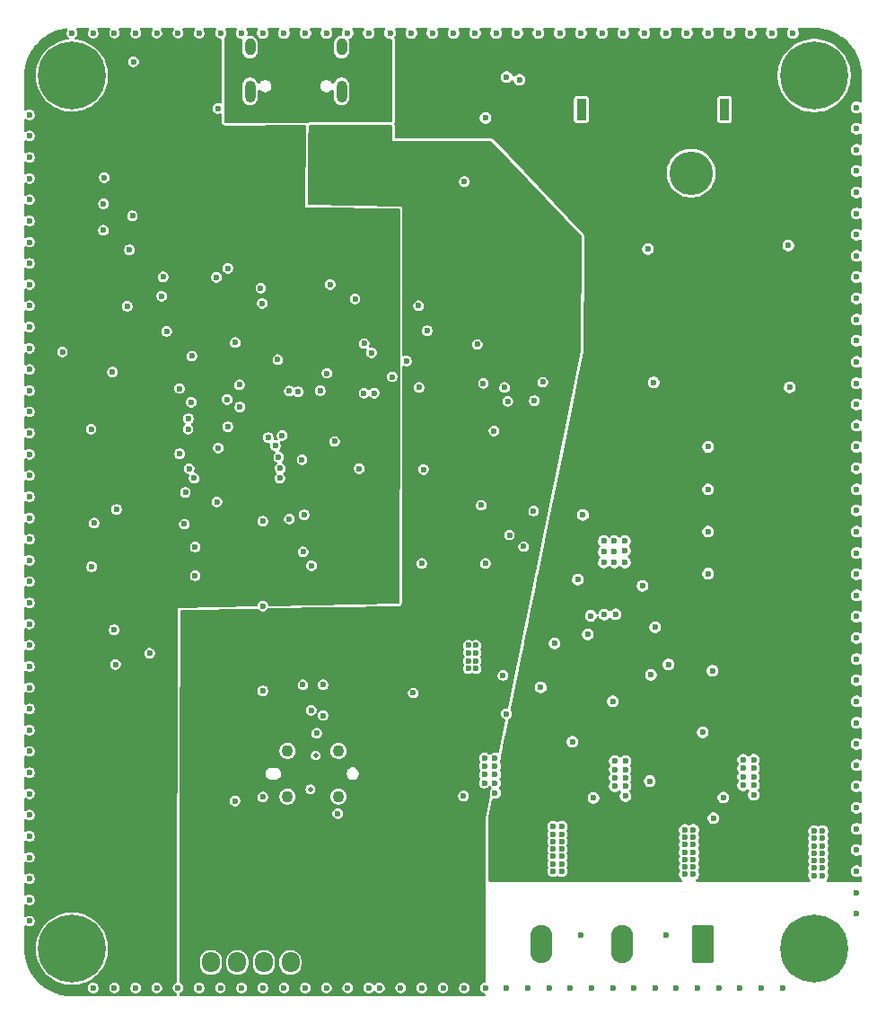
<source format=gbr>
%TF.GenerationSoftware,KiCad,Pcbnew,9.0.0-9.0.0-2~ubuntu22.04.1*%
%TF.CreationDate,2025-03-27T09:55:14+01:00*%
%TF.ProjectId,Motor_driver,4d6f746f-725f-4647-9269-7665722e6b69,rev?*%
%TF.SameCoordinates,Original*%
%TF.FileFunction,Copper,L3,Inr*%
%TF.FilePolarity,Positive*%
%FSLAX46Y46*%
G04 Gerber Fmt 4.6, Leading zero omitted, Abs format (unit mm)*
G04 Created by KiCad (PCBNEW 9.0.0-9.0.0-2~ubuntu22.04.1) date 2025-03-27 09:55:14*
%MOMM*%
%LPD*%
G01*
G04 APERTURE LIST*
G04 Aperture macros list*
%AMRoundRect*
0 Rectangle with rounded corners*
0 $1 Rounding radius*
0 $2 $3 $4 $5 $6 $7 $8 $9 X,Y pos of 4 corners*
0 Add a 4 corners polygon primitive as box body*
4,1,4,$2,$3,$4,$5,$6,$7,$8,$9,$2,$3,0*
0 Add four circle primitives for the rounded corners*
1,1,$1+$1,$2,$3*
1,1,$1+$1,$4,$5*
1,1,$1+$1,$6,$7*
1,1,$1+$1,$8,$9*
0 Add four rect primitives between the rounded corners*
20,1,$1+$1,$2,$3,$4,$5,0*
20,1,$1+$1,$4,$5,$6,$7,0*
20,1,$1+$1,$6,$7,$8,$9,0*
20,1,$1+$1,$8,$9,$2,$3,0*%
G04 Aperture macros list end*
%TA.AperFunction,ComponentPad*%
%ADD10C,0.800000*%
%TD*%
%TA.AperFunction,ComponentPad*%
%ADD11C,6.400000*%
%TD*%
%TA.AperFunction,ComponentPad*%
%ADD12RoundRect,0.250001X0.799999X1.549999X-0.799999X1.549999X-0.799999X-1.549999X0.799999X-1.549999X0*%
%TD*%
%TA.AperFunction,ComponentPad*%
%ADD13O,2.100000X3.600000*%
%TD*%
%TA.AperFunction,HeatsinkPad*%
%ADD14C,1.100000*%
%TD*%
%TA.AperFunction,ComponentPad*%
%ADD15RoundRect,0.250000X0.600000X0.725000X-0.600000X0.725000X-0.600000X-0.725000X0.600000X-0.725000X0*%
%TD*%
%TA.AperFunction,ComponentPad*%
%ADD16O,1.700000X1.950000*%
%TD*%
%TA.AperFunction,HeatsinkPad*%
%ADD17O,1.000000X2.100000*%
%TD*%
%TA.AperFunction,HeatsinkPad*%
%ADD18O,1.000000X1.600000*%
%TD*%
%TA.AperFunction,ComponentPad*%
%ADD19R,0.900000X2.000000*%
%TD*%
%TA.AperFunction,ComponentPad*%
%ADD20RoundRect,1.025000X-1.025000X-1.025000X1.025000X-1.025000X1.025000X1.025000X-1.025000X1.025000X0*%
%TD*%
%TA.AperFunction,ComponentPad*%
%ADD21C,4.100000*%
%TD*%
%TA.AperFunction,ViaPad*%
%ADD22C,0.600000*%
%TD*%
%TA.AperFunction,ViaPad*%
%ADD23C,0.500000*%
%TD*%
G04 APERTURE END LIST*
D10*
%TO.N,GND*%
%TO.C,H3*%
X67600000Y-61000000D03*
X68302944Y-59302944D03*
X68302944Y-62697056D03*
X70000000Y-58600000D03*
D11*
X70000000Y-61000000D03*
D10*
X70000000Y-63400000D03*
X71697056Y-59302944D03*
X71697056Y-62697056D03*
X72400000Y-61000000D03*
%TD*%
D12*
%TO.N,/SC*%
%TO.C,J3*%
X129500000Y-142900000D03*
D13*
%TO.N,/SB*%
X121880000Y-142900000D03*
%TO.N,/SA*%
X114260000Y-142900000D03*
%TD*%
D14*
%TO.N,GND*%
%TO.C,J6*%
X95129900Y-128956573D03*
X95129900Y-124656573D03*
X90329900Y-128956573D03*
X90329900Y-124656573D03*
%TD*%
D15*
%TO.N,+5V*%
%TO.C,J2*%
X93100000Y-144600000D03*
D16*
%TO.N,GND*%
X90600000Y-144600000D03*
%TO.N,/ENC_A*%
X88100000Y-144600000D03*
%TO.N,/ENC_B*%
X85600000Y-144600000D03*
%TO.N,/ENC_X*%
X83100000Y-144600000D03*
%TD*%
D17*
%TO.N,GND*%
%TO.C,J5*%
X95430000Y-62500000D03*
D18*
X95430000Y-58320000D03*
D17*
X86790000Y-62500000D03*
D18*
X86790000Y-58320000D03*
%TD*%
D10*
%TO.N,GND*%
%TO.C,H4*%
X67600000Y-143302944D03*
X68302944Y-141605888D03*
X68302944Y-145000000D03*
X70000000Y-140902944D03*
D11*
X70000000Y-143302944D03*
D10*
X70000000Y-145702944D03*
X71697056Y-141605888D03*
X71697056Y-145000000D03*
X72400000Y-143302944D03*
%TD*%
%TO.N,GND*%
%TO.C,H1*%
X137600000Y-143302944D03*
X138302944Y-141605888D03*
X138302944Y-145000000D03*
X140000000Y-140902944D03*
D11*
X140000000Y-143302944D03*
D10*
X140000000Y-145702944D03*
X141697056Y-141605888D03*
X141697056Y-145000000D03*
X142400000Y-143302944D03*
%TD*%
%TO.N,GND*%
%TO.C,H2*%
X137600000Y-61000000D03*
X138302944Y-59302944D03*
X138302944Y-62697056D03*
X140000000Y-58600000D03*
D11*
X140000000Y-61000000D03*
D10*
X140000000Y-63400000D03*
X141697056Y-59302944D03*
X141697056Y-62697056D03*
X142400000Y-61000000D03*
%TD*%
D19*
%TO.N,*%
%TO.C,J1*%
X118050000Y-64200000D03*
X131550000Y-64200000D03*
D20*
%TO.N,+24V*%
X121200000Y-70200000D03*
D21*
%TO.N,GND*%
X128400000Y-70200000D03*
%TD*%
D22*
%TO.N,/5V_BUCK*%
X72970000Y-73090000D03*
X107000000Y-71000000D03*
%TO.N,+3.3V*%
X92136397Y-93500000D03*
X88936397Y-93500000D03*
X72970000Y-68050000D03*
X99240000Y-82580000D03*
X82900000Y-57850000D03*
X81810000Y-67530000D03*
X94700000Y-74200000D03*
X76049999Y-112500000D03*
X95400000Y-83840000D03*
X96400000Y-75600000D03*
X96400000Y-74200000D03*
X94700000Y-75600000D03*
X92450000Y-88300000D03*
X70480000Y-87910000D03*
X97100000Y-79400000D03*
X87200631Y-92740000D03*
X78840000Y-124060000D03*
X71800000Y-109019998D03*
X99210000Y-83910000D03*
%TO.N,/NRST*%
X80140000Y-90500000D03*
X89492144Y-96970000D03*
%TO.N,+5V*%
X85850000Y-124550000D03*
X102700000Y-79450000D03*
X84900000Y-124500000D03*
X73040000Y-70610000D03*
X85900000Y-126200000D03*
X93820000Y-70510000D03*
X98400000Y-67000000D03*
X84900000Y-126250000D03*
X102400000Y-73700000D03*
X109900000Y-77400002D03*
X98700000Y-70300000D03*
%TO.N,/BTN_3*%
X89410000Y-87780000D03*
X84630393Y-91530393D03*
%TO.N,Net-(D1-K)*%
X83750000Y-64100000D03*
X112600000Y-105400000D03*
%TO.N,/5V_USB*%
X85379899Y-129371574D03*
X95070000Y-130570000D03*
%TO.N,/ADD_SEL_1*%
X81040000Y-98050000D03*
X97540000Y-90930000D03*
X89630000Y-98030000D03*
X97550000Y-86260000D03*
%TO.N,/ADD_SEL_0*%
X98500000Y-90930000D03*
X98245000Y-87135000D03*
X89600000Y-98960000D03*
X81530000Y-98960000D03*
%TO.N,/SDA_I2C1*%
X101550000Y-87900000D03*
X94350000Y-80700000D03*
%TO.N,/LED_0*%
X88510000Y-95120000D03*
X80950000Y-94320000D03*
%TO.N,/LED_1*%
X80980000Y-93340000D03*
X89819265Y-94929265D03*
%TO.N,/GLC*%
X110655000Y-117545000D03*
X121280000Y-111780000D03*
%TO.N,/LSS*%
X122200000Y-126400000D03*
X108100000Y-116200000D03*
X107400001Y-116900000D03*
X133300000Y-127900000D03*
X121200000Y-125600000D03*
X107400000Y-114700000D03*
X109900000Y-128600000D03*
X121200000Y-128000000D03*
X108100000Y-115400000D03*
X134300000Y-126300000D03*
X133300000Y-125500000D03*
X108900000Y-125300000D03*
X121200000Y-126400000D03*
X121200000Y-127200000D03*
X122200000Y-127200000D03*
X109900000Y-125300000D03*
X109900000Y-126900000D03*
X134300000Y-125500000D03*
X133300000Y-126300000D03*
X134300000Y-128800000D03*
X134300000Y-127900000D03*
X108100000Y-114700000D03*
X122200000Y-125600000D03*
X122200000Y-128000000D03*
X108900000Y-126100000D03*
X108900000Y-127700000D03*
X107400000Y-115400000D03*
X107400000Y-116200000D03*
X108900000Y-126900000D03*
X109900000Y-126100000D03*
X122200000Y-128900000D03*
X133300000Y-127100000D03*
X134300000Y-127100000D03*
X108100001Y-116900000D03*
X109900000Y-127700000D03*
%TO.N,/GLB*%
X117200000Y-123800000D03*
X120230000Y-111810000D03*
%TO.N,/GLA*%
X118940000Y-111920000D03*
X129500000Y-122900000D03*
%TO.N,/ENC_B*%
X94770000Y-95490000D03*
X97080000Y-98050000D03*
%TO.N,/USB_DM*%
X91800000Y-105900000D03*
X91330000Y-90810000D03*
%TO.N,/SWDIO*%
X84710000Y-79170000D03*
X87800000Y-81040000D03*
%TO.N,/USB_DP*%
X90500000Y-102800000D03*
X90500000Y-90730000D03*
%TO.N,/PWM_T1C1*%
X113600000Y-91650000D03*
X96700000Y-82050000D03*
%TO.N,+24V*%
X111200000Y-133800000D03*
X114600000Y-62900000D03*
X126000000Y-81000000D03*
X130000000Y-81000000D03*
X128000000Y-87000000D03*
X123500000Y-133100000D03*
X121700000Y-87000000D03*
X128000000Y-81000000D03*
X110200000Y-135200000D03*
X134700000Y-134500000D03*
X110200000Y-134500000D03*
X101100000Y-66400000D03*
X111200000Y-135200000D03*
X134700000Y-135200000D03*
X119200000Y-95440000D03*
X114700000Y-59400000D03*
X135600000Y-133100000D03*
X111100000Y-133100000D03*
X123600000Y-135200000D03*
X106200000Y-66400000D03*
X124000000Y-81000000D03*
X110200000Y-133100000D03*
X110200000Y-132400000D03*
X130000000Y-87000000D03*
X121700000Y-85000000D03*
X102000000Y-66400000D03*
X123600000Y-134500000D03*
X121700000Y-83000000D03*
X122600000Y-134500000D03*
X134700000Y-133100000D03*
X111100000Y-132400000D03*
X135700000Y-135200000D03*
X124000000Y-87000000D03*
X123600000Y-133800000D03*
X111200000Y-134500000D03*
X135700000Y-133800000D03*
X109500000Y-63100000D03*
X121950000Y-98900000D03*
X126000000Y-87000000D03*
X111600000Y-63000000D03*
X123500000Y-132400000D03*
X110200000Y-133800000D03*
X122600000Y-132400000D03*
X131250000Y-85000000D03*
X131250000Y-87000000D03*
X122600000Y-133800000D03*
X131250000Y-83000000D03*
X121700000Y-81000001D03*
X104400000Y-66400000D03*
X122600000Y-133100000D03*
X135700000Y-134500000D03*
X131250000Y-81000001D03*
X135600000Y-132400000D03*
X102900000Y-66400000D03*
X122600000Y-135200000D03*
X134700000Y-132400000D03*
X105300000Y-66400000D03*
X134700000Y-133800000D03*
X72950000Y-75580000D03*
%TO.N,/VCP_RX*%
X94040000Y-89060000D03*
X78930000Y-85120000D03*
%TO.N,/SWO*%
X75220000Y-82750000D03*
X85400000Y-86160000D03*
%TO.N,/SWCLK*%
X87950000Y-82470000D03*
X83620000Y-80020000D03*
%TO.N,/VCP_TX*%
X93424699Y-90705301D03*
X85800000Y-90150000D03*
%TO.N,GND*%
X144000000Y-76000000D03*
X126000000Y-142000000D03*
X66000000Y-128700000D03*
X100200000Y-89400000D03*
X66000000Y-70700000D03*
X140000000Y-136400000D03*
X66000000Y-126700000D03*
X122160000Y-105790000D03*
X93999999Y-57000000D03*
X74000000Y-57000000D03*
X114220000Y-118660000D03*
X115400000Y-134600000D03*
X113000001Y-147000000D03*
X125000000Y-147000000D03*
X144000000Y-130000000D03*
X122160000Y-106890000D03*
X70000001Y-57000000D03*
X121160000Y-104890000D03*
X76000000Y-147000000D03*
X86000001Y-147000000D03*
X144000000Y-138000000D03*
X140800000Y-133600000D03*
X72000001Y-147000000D03*
X136999999Y-147000000D03*
X137550000Y-77000000D03*
X131000000Y-147000000D03*
X144000000Y-106000000D03*
X127800000Y-134900000D03*
X100000000Y-57000000D03*
X130000000Y-57000000D03*
X109800000Y-94500000D03*
X66000000Y-110700000D03*
X116200000Y-133900000D03*
X115400000Y-135300000D03*
X144000000Y-92000000D03*
X144000000Y-136000000D03*
X102180000Y-119200000D03*
X66000000Y-90700000D03*
X81999999Y-147000000D03*
X66000000Y-116700000D03*
X110000000Y-57000000D03*
X124000000Y-57000000D03*
X144000000Y-70000000D03*
X107999999Y-57000000D03*
X130400000Y-117100000D03*
X120000000Y-57000000D03*
X144000000Y-104000000D03*
X116200000Y-136000000D03*
X140800000Y-135000000D03*
X90000000Y-57000000D03*
X95999999Y-147000000D03*
X117000000Y-147000000D03*
X74100000Y-116510000D03*
X73810000Y-88950000D03*
X115400000Y-136000000D03*
X99000001Y-147000000D03*
X113540000Y-102050000D03*
X66000000Y-76700000D03*
X80700000Y-100280000D03*
X66000000Y-68700000D03*
X78000000Y-57000000D03*
X85830000Y-92240000D03*
X120160000Y-106890000D03*
X88000000Y-119000000D03*
X103160000Y-98130000D03*
X116200000Y-134600000D03*
X144000000Y-132000000D03*
X66000000Y-74700000D03*
X119190000Y-129090000D03*
X144000000Y-134000000D03*
X88000000Y-129000000D03*
X140800000Y-132200000D03*
X66000000Y-122700000D03*
X130000000Y-96000000D03*
X116200000Y-131800000D03*
X108800000Y-90000000D03*
X138000000Y-57000000D03*
X69100000Y-87050000D03*
X66000000Y-92700000D03*
X140000000Y-133600000D03*
X66000000Y-86700000D03*
X144000000Y-98000000D03*
X144000000Y-140000000D03*
X114000000Y-57000000D03*
X66000000Y-112700000D03*
X107000000Y-147000000D03*
X66000000Y-114700000D03*
X140800000Y-136400000D03*
X81250000Y-91790000D03*
X127800000Y-135600000D03*
X81620000Y-108150000D03*
X144000000Y-118000000D03*
X66000000Y-80700000D03*
X134000000Y-57000000D03*
X82000000Y-57000000D03*
X128600000Y-132100000D03*
X144000000Y-108000000D03*
X66000000Y-136700000D03*
X144000000Y-114000000D03*
X144000000Y-100000000D03*
X118000000Y-57000000D03*
X103000000Y-147000000D03*
X66000000Y-140700000D03*
X127800000Y-133500000D03*
X130500000Y-131000000D03*
X120160000Y-105890000D03*
X84000001Y-57000000D03*
X144000000Y-128000000D03*
X127800000Y-136300000D03*
X144000000Y-102000000D03*
X128600000Y-136300000D03*
X144000000Y-116000000D03*
X122999999Y-147000000D03*
X112200000Y-61400000D03*
X128600000Y-135600000D03*
X144000000Y-122000000D03*
X115000000Y-147000000D03*
X144000000Y-78000000D03*
X127800000Y-132800000D03*
X115520000Y-114510000D03*
X144000000Y-110000000D03*
X144000000Y-88000000D03*
X81620000Y-105440000D03*
X124500000Y-127500000D03*
X71810000Y-94340000D03*
X66000000Y-132700000D03*
X108230000Y-86350000D03*
X66000000Y-130700000D03*
X115400000Y-133900000D03*
X108999999Y-147000000D03*
X72090000Y-103190000D03*
X120160000Y-104890000D03*
X111260000Y-104300000D03*
X66000000Y-134700000D03*
X110960000Y-121160000D03*
X121160000Y-106890000D03*
X122160000Y-104890000D03*
X66000000Y-100700000D03*
X66000000Y-84700000D03*
X127800000Y-132100000D03*
X80150000Y-96650000D03*
X144000000Y-84000000D03*
X77330000Y-115460000D03*
X108600000Y-101500000D03*
X78600000Y-79980000D03*
X66000000Y-120700000D03*
X66000000Y-78700000D03*
X128600000Y-134200000D03*
X144000000Y-124000000D03*
X126000001Y-57000000D03*
X144000000Y-72000000D03*
X130000000Y-100000000D03*
X92000000Y-57000000D03*
X66000000Y-66700000D03*
X66000000Y-108700000D03*
X106920000Y-128900000D03*
X83670000Y-101180000D03*
X111100000Y-91700000D03*
X91900000Y-102400000D03*
X66000000Y-88700000D03*
X140000000Y-134300000D03*
X102000000Y-57000000D03*
X79999999Y-57000000D03*
X140000000Y-132900000D03*
X73970000Y-113250000D03*
X98000000Y-147000000D03*
X78000000Y-147000000D03*
X137680000Y-90390000D03*
X121000000Y-147000000D03*
X103000000Y-107000000D03*
X128600000Y-134900000D03*
X101000000Y-147000000D03*
X140000000Y-132200000D03*
X105000000Y-147000000D03*
X131430000Y-129060000D03*
X144000000Y-120000000D03*
X135000000Y-147000000D03*
X111000000Y-147000000D03*
X140000000Y-135700000D03*
X116200000Y-132500000D03*
X89200000Y-95900000D03*
X140000000Y-135000000D03*
X75800000Y-59700000D03*
X66000000Y-94700000D03*
X119000000Y-147000000D03*
X140800000Y-132900000D03*
X112000001Y-57000000D03*
X66000000Y-102700000D03*
X140800000Y-135700000D03*
X125000000Y-113000000D03*
X66000000Y-124700000D03*
X86000000Y-57000000D03*
X132000000Y-57000000D03*
X90000000Y-147000000D03*
X72000000Y-57000000D03*
X118200000Y-102400000D03*
X66000000Y-96700000D03*
X74000000Y-147000000D03*
X80600000Y-103280000D03*
X123800000Y-109100000D03*
X66000000Y-64700000D03*
X76000000Y-57000000D03*
X121999999Y-57000000D03*
X115400000Y-131800000D03*
X118000000Y-142000000D03*
X96000000Y-57000000D03*
X115400000Y-133200000D03*
X66000000Y-72700000D03*
X92560000Y-120820000D03*
X80000000Y-147000000D03*
X66000000Y-82700000D03*
X144000000Y-82000000D03*
X127000001Y-147000000D03*
X66000000Y-98700000D03*
X118660000Y-113680000D03*
X144000000Y-74000000D03*
X75700000Y-74220000D03*
X115400000Y-132500000D03*
X144000000Y-96000000D03*
X114400000Y-89900000D03*
X128000000Y-57000000D03*
X127800000Y-134200000D03*
X130000000Y-104000000D03*
X88000000Y-111000000D03*
X133000000Y-147000000D03*
X88000000Y-103000000D03*
X144000000Y-68000000D03*
X116200000Y-135300000D03*
X91700000Y-97200000D03*
X124320000Y-77340000D03*
X126250000Y-116500000D03*
X84000000Y-147000000D03*
X83800000Y-96100000D03*
X74200000Y-101890000D03*
X124600000Y-117500000D03*
X78460000Y-81790000D03*
X140800000Y-134300000D03*
X81310000Y-87450000D03*
X104000000Y-57000000D03*
X88000000Y-57000000D03*
X144000000Y-86000000D03*
X144000000Y-80000000D03*
X66000000Y-118700000D03*
X128600000Y-133500000D03*
X75410000Y-77430000D03*
X106000000Y-57000000D03*
X135999999Y-57000000D03*
X71850000Y-107300000D03*
X66000000Y-106700000D03*
X129992489Y-107944383D03*
X92600000Y-107200000D03*
X144000000Y-126000000D03*
X128600000Y-132800000D03*
X116200000Y-133200000D03*
X66000000Y-138700000D03*
X84700000Y-94100000D03*
X117700000Y-108500000D03*
X144000000Y-94000000D03*
X144000000Y-90000000D03*
X116000000Y-57000000D03*
X66000000Y-104700000D03*
X98000001Y-57000000D03*
X111000000Y-61150000D03*
X109000000Y-107000000D03*
X129000000Y-147000000D03*
X144000000Y-66000000D03*
X144000000Y-64000000D03*
X121160000Y-105890000D03*
X88000000Y-147000000D03*
X144000000Y-112000000D03*
X109000000Y-65000000D03*
X121000000Y-120000000D03*
X124870000Y-89920000D03*
X94000000Y-147000000D03*
X92000000Y-147000000D03*
%TO.N,/D+*%
X93679899Y-121320101D03*
X93679899Y-118416574D03*
%TO.N,/D-*%
X93079900Y-122991745D03*
D23*
X92479900Y-128279900D03*
D22*
X91779901Y-118416574D03*
D23*
X92979900Y-125100000D03*
D22*
%TO.N,/SPD*%
X110800000Y-90400000D03*
X103505000Y-85055000D03*
%TO.N,/FG*%
X102740000Y-90400000D03*
X102690000Y-82700000D03*
%TO.N,/5V_Cmd*%
X88710000Y-63140000D03*
X93510000Y-63140000D03*
X98400000Y-62999998D03*
%TD*%
%TA.AperFunction,Conductor*%
%TO.N,+5V*%
G36*
X100142740Y-65677645D02*
G01*
X100188646Y-65730317D01*
X100200000Y-65782152D01*
X100200000Y-67200000D01*
X109546550Y-67200000D01*
X109613589Y-67219685D01*
X109636700Y-67238859D01*
X118065692Y-76163674D01*
X118097412Y-76225928D01*
X118099537Y-76249963D01*
X118000110Y-86988028D01*
X117997600Y-87011729D01*
X111135382Y-120560349D01*
X111102662Y-120622084D01*
X111041760Y-120656329D01*
X111013897Y-120659500D01*
X110894108Y-120659500D01*
X110766812Y-120693608D01*
X110652686Y-120759500D01*
X110652683Y-120759502D01*
X110559502Y-120852683D01*
X110559500Y-120852686D01*
X110493608Y-120966812D01*
X110467521Y-121064173D01*
X110459500Y-121094108D01*
X110459500Y-121225892D01*
X110467088Y-121254211D01*
X110493608Y-121353187D01*
X110512549Y-121385993D01*
X110559500Y-121467314D01*
X110652686Y-121560500D01*
X110766814Y-121626392D01*
X110796715Y-121634404D01*
X110856375Y-121670767D01*
X110886905Y-121733613D01*
X110886107Y-121779027D01*
X110278029Y-124751853D01*
X110245309Y-124813588D01*
X110184407Y-124847833D01*
X110114659Y-124843716D01*
X110094548Y-124834394D01*
X110093188Y-124833608D01*
X110008323Y-124810869D01*
X109965892Y-124799500D01*
X109834108Y-124799500D01*
X109706812Y-124833608D01*
X109592686Y-124899500D01*
X109592683Y-124899502D01*
X109499498Y-124992687D01*
X109498370Y-124994158D01*
X109497102Y-124995083D01*
X109493753Y-124998433D01*
X109493230Y-124997910D01*
X109441940Y-125035356D01*
X109372193Y-125039506D01*
X109311275Y-125005289D01*
X109301630Y-124994158D01*
X109300501Y-124992687D01*
X109207316Y-124899502D01*
X109207314Y-124899500D01*
X109150250Y-124866554D01*
X109093187Y-124833608D01*
X109019511Y-124813867D01*
X108965892Y-124799500D01*
X108834108Y-124799500D01*
X108706812Y-124833608D01*
X108592686Y-124899500D01*
X108592683Y-124899502D01*
X108499502Y-124992683D01*
X108499500Y-124992686D01*
X108433608Y-125106812D01*
X108419543Y-125159306D01*
X108399500Y-125234108D01*
X108399500Y-125365892D01*
X108410534Y-125407073D01*
X108433608Y-125493187D01*
X108448972Y-125519797D01*
X108499500Y-125607314D01*
X108499502Y-125607316D01*
X108504505Y-125612319D01*
X108537990Y-125673642D01*
X108533006Y-125743334D01*
X108504505Y-125787681D01*
X108499502Y-125792683D01*
X108499500Y-125792686D01*
X108433608Y-125906812D01*
X108399500Y-126034108D01*
X108399500Y-126165891D01*
X108433608Y-126293187D01*
X108439220Y-126302907D01*
X108499500Y-126407314D01*
X108499502Y-126407316D01*
X108504505Y-126412319D01*
X108537990Y-126473642D01*
X108533006Y-126543334D01*
X108504505Y-126587681D01*
X108499502Y-126592683D01*
X108499500Y-126592686D01*
X108433608Y-126706812D01*
X108400000Y-126832241D01*
X108399500Y-126834108D01*
X108399500Y-126965892D01*
X108412711Y-127015197D01*
X108433608Y-127093187D01*
X108459738Y-127138444D01*
X108499500Y-127207314D01*
X108499502Y-127207316D01*
X108504505Y-127212319D01*
X108537990Y-127273642D01*
X108533006Y-127343334D01*
X108504505Y-127387681D01*
X108499502Y-127392683D01*
X108499500Y-127392686D01*
X108433608Y-127506812D01*
X108399500Y-127634108D01*
X108399500Y-127765891D01*
X108433608Y-127893187D01*
X108448749Y-127919411D01*
X108499500Y-128007314D01*
X108592686Y-128100500D01*
X108706814Y-128166392D01*
X108834108Y-128200500D01*
X108834110Y-128200500D01*
X108965890Y-128200500D01*
X108965892Y-128200500D01*
X109093186Y-128166392D01*
X109207314Y-128100500D01*
X109300500Y-128007314D01*
X109300504Y-128007306D01*
X109301625Y-128005847D01*
X109302892Y-128004921D01*
X109306247Y-128001567D01*
X109306770Y-128002090D01*
X109316203Y-127995201D01*
X109327245Y-127980922D01*
X109343833Y-127975027D01*
X109358053Y-127964645D01*
X109376073Y-127963571D01*
X109393082Y-127957528D01*
X109410223Y-127961537D01*
X109427799Y-127960491D01*
X109443539Y-127969330D01*
X109461115Y-127973442D01*
X109479808Y-127989699D01*
X109488719Y-127994704D01*
X109489037Y-127995030D01*
X109497372Y-128003629D01*
X109499500Y-128007314D01*
X109546563Y-128054377D01*
X109547195Y-128055029D01*
X109563039Y-128085152D01*
X109579324Y-128114976D01*
X109579331Y-128116127D01*
X109579720Y-128116867D01*
X109579361Y-128120979D01*
X109579643Y-128166183D01*
X109575187Y-128187968D01*
X109542467Y-128249703D01*
X109541385Y-128250798D01*
X109499500Y-128292684D01*
X109433609Y-128406810D01*
X109433609Y-128406811D01*
X109433608Y-128406813D01*
X109433608Y-128406814D01*
X109399500Y-128534108D01*
X109399500Y-128665892D01*
X109433608Y-128793186D01*
X109433609Y-128793187D01*
X109435712Y-128801036D01*
X109432596Y-128801870D01*
X109438446Y-128856311D01*
X109437902Y-128859137D01*
X109150814Y-130262686D01*
X109006035Y-130970499D01*
X109000000Y-131000002D01*
X109000000Y-146386695D01*
X108980315Y-146453734D01*
X108927511Y-146499489D01*
X108908092Y-146506470D01*
X108806813Y-146533608D01*
X108806811Y-146533608D01*
X108806811Y-146533609D01*
X108692685Y-146599500D01*
X108692682Y-146599502D01*
X108599501Y-146692683D01*
X108599499Y-146692686D01*
X108533607Y-146806812D01*
X108499999Y-146932243D01*
X108499499Y-146934108D01*
X108499499Y-147065892D01*
X108507873Y-147097143D01*
X108533607Y-147193187D01*
X108558359Y-147236058D01*
X108599499Y-147307314D01*
X108692685Y-147400500D01*
X108806813Y-147466392D01*
X108908094Y-147493530D01*
X108967754Y-147529894D01*
X108998283Y-147592740D01*
X109000000Y-147613304D01*
X109000000Y-147678444D01*
X108980315Y-147745483D01*
X108927511Y-147791238D01*
X108876000Y-147802444D01*
X80231176Y-147802444D01*
X80164137Y-147782759D01*
X80118382Y-147729955D01*
X80107176Y-147678110D01*
X80107426Y-147585283D01*
X80108550Y-147585286D01*
X80124438Y-147521769D01*
X80175347Y-147473914D01*
X80185839Y-147469903D01*
X80185674Y-147469504D01*
X80193180Y-147466393D01*
X80193186Y-147466392D01*
X80307314Y-147400500D01*
X80400500Y-147307314D01*
X80466392Y-147193186D01*
X80500500Y-147065892D01*
X80500500Y-146934108D01*
X81499499Y-146934108D01*
X81499499Y-147065892D01*
X81507873Y-147097143D01*
X81533607Y-147193187D01*
X81558359Y-147236058D01*
X81599499Y-147307314D01*
X81692685Y-147400500D01*
X81806813Y-147466392D01*
X81934107Y-147500500D01*
X81934109Y-147500500D01*
X82065889Y-147500500D01*
X82065891Y-147500500D01*
X82193185Y-147466392D01*
X82307313Y-147400500D01*
X82400499Y-147307314D01*
X82466391Y-147193186D01*
X82500499Y-147065892D01*
X82500499Y-146934108D01*
X83499500Y-146934108D01*
X83499500Y-147065892D01*
X83507874Y-147097143D01*
X83533608Y-147193187D01*
X83558360Y-147236058D01*
X83599500Y-147307314D01*
X83692686Y-147400500D01*
X83806814Y-147466392D01*
X83934108Y-147500500D01*
X83934110Y-147500500D01*
X84065890Y-147500500D01*
X84065892Y-147500500D01*
X84193186Y-147466392D01*
X84307314Y-147400500D01*
X84400500Y-147307314D01*
X84466392Y-147193186D01*
X84500500Y-147065892D01*
X84500500Y-146934108D01*
X85499501Y-146934108D01*
X85499501Y-147065892D01*
X85507875Y-147097143D01*
X85533609Y-147193187D01*
X85558361Y-147236058D01*
X85599501Y-147307314D01*
X85692687Y-147400500D01*
X85806815Y-147466392D01*
X85934109Y-147500500D01*
X85934111Y-147500500D01*
X86065891Y-147500500D01*
X86065893Y-147500500D01*
X86193187Y-147466392D01*
X86307315Y-147400500D01*
X86400501Y-147307314D01*
X86466393Y-147193186D01*
X86500501Y-147065892D01*
X86500501Y-146934108D01*
X87499500Y-146934108D01*
X87499500Y-147065892D01*
X87507874Y-147097143D01*
X87533608Y-147193187D01*
X87558360Y-147236058D01*
X87599500Y-147307314D01*
X87692686Y-147400500D01*
X87806814Y-147466392D01*
X87934108Y-147500500D01*
X87934110Y-147500500D01*
X88065890Y-147500500D01*
X88065892Y-147500500D01*
X88193186Y-147466392D01*
X88307314Y-147400500D01*
X88400500Y-147307314D01*
X88466392Y-147193186D01*
X88500500Y-147065892D01*
X88500500Y-146934108D01*
X89499500Y-146934108D01*
X89499500Y-147065892D01*
X89507874Y-147097143D01*
X89533608Y-147193187D01*
X89558360Y-147236058D01*
X89599500Y-147307314D01*
X89692686Y-147400500D01*
X89806814Y-147466392D01*
X89934108Y-147500500D01*
X89934110Y-147500500D01*
X90065890Y-147500500D01*
X90065892Y-147500500D01*
X90193186Y-147466392D01*
X90307314Y-147400500D01*
X90400500Y-147307314D01*
X90466392Y-147193186D01*
X90500500Y-147065892D01*
X90500500Y-146934108D01*
X91499500Y-146934108D01*
X91499500Y-147065892D01*
X91507874Y-147097143D01*
X91533608Y-147193187D01*
X91558360Y-147236058D01*
X91599500Y-147307314D01*
X91692686Y-147400500D01*
X91806814Y-147466392D01*
X91934108Y-147500500D01*
X91934110Y-147500500D01*
X92065890Y-147500500D01*
X92065892Y-147500500D01*
X92193186Y-147466392D01*
X92307314Y-147400500D01*
X92400500Y-147307314D01*
X92466392Y-147193186D01*
X92500500Y-147065892D01*
X92500500Y-146934108D01*
X93499500Y-146934108D01*
X93499500Y-147065892D01*
X93507874Y-147097143D01*
X93533608Y-147193187D01*
X93558360Y-147236058D01*
X93599500Y-147307314D01*
X93692686Y-147400500D01*
X93806814Y-147466392D01*
X93934108Y-147500500D01*
X93934110Y-147500500D01*
X94065890Y-147500500D01*
X94065892Y-147500500D01*
X94193186Y-147466392D01*
X94307314Y-147400500D01*
X94400500Y-147307314D01*
X94466392Y-147193186D01*
X94500500Y-147065892D01*
X94500500Y-146934108D01*
X95499499Y-146934108D01*
X95499499Y-147065892D01*
X95507873Y-147097143D01*
X95533607Y-147193187D01*
X95558359Y-147236058D01*
X95599499Y-147307314D01*
X95692685Y-147400500D01*
X95806813Y-147466392D01*
X95934107Y-147500500D01*
X95934109Y-147500500D01*
X96065889Y-147500500D01*
X96065891Y-147500500D01*
X96193185Y-147466392D01*
X96307313Y-147400500D01*
X96400499Y-147307314D01*
X96466391Y-147193186D01*
X96500499Y-147065892D01*
X96500499Y-146934108D01*
X97499500Y-146934108D01*
X97499500Y-147065892D01*
X97507874Y-147097143D01*
X97533608Y-147193187D01*
X97558360Y-147236058D01*
X97599500Y-147307314D01*
X97692686Y-147400500D01*
X97806814Y-147466392D01*
X97934108Y-147500500D01*
X97934110Y-147500500D01*
X98065890Y-147500500D01*
X98065892Y-147500500D01*
X98193186Y-147466392D01*
X98307314Y-147400500D01*
X98400500Y-147307314D01*
X98400507Y-147307300D01*
X98401620Y-147305852D01*
X98402887Y-147304926D01*
X98406247Y-147301567D01*
X98406770Y-147302090D01*
X98458046Y-147264647D01*
X98527792Y-147260489D01*
X98588714Y-147294698D01*
X98598374Y-147305845D01*
X98599500Y-147307312D01*
X98599501Y-147307314D01*
X98692687Y-147400500D01*
X98806815Y-147466392D01*
X98934109Y-147500500D01*
X98934111Y-147500500D01*
X99065891Y-147500500D01*
X99065893Y-147500500D01*
X99193187Y-147466392D01*
X99307315Y-147400500D01*
X99400501Y-147307314D01*
X99466393Y-147193186D01*
X99500501Y-147065892D01*
X99500501Y-146934108D01*
X100499500Y-146934108D01*
X100499500Y-147065892D01*
X100507874Y-147097143D01*
X100533608Y-147193187D01*
X100558360Y-147236058D01*
X100599500Y-147307314D01*
X100692686Y-147400500D01*
X100806814Y-147466392D01*
X100934108Y-147500500D01*
X100934110Y-147500500D01*
X101065890Y-147500500D01*
X101065892Y-147500500D01*
X101193186Y-147466392D01*
X101307314Y-147400500D01*
X101400500Y-147307314D01*
X101466392Y-147193186D01*
X101500500Y-147065892D01*
X101500500Y-146934108D01*
X102499500Y-146934108D01*
X102499500Y-147065892D01*
X102507874Y-147097143D01*
X102533608Y-147193187D01*
X102558360Y-147236058D01*
X102599500Y-147307314D01*
X102692686Y-147400500D01*
X102806814Y-147466392D01*
X102934108Y-147500500D01*
X102934110Y-147500500D01*
X103065890Y-147500500D01*
X103065892Y-147500500D01*
X103193186Y-147466392D01*
X103307314Y-147400500D01*
X103400500Y-147307314D01*
X103466392Y-147193186D01*
X103500500Y-147065892D01*
X103500500Y-146934108D01*
X104499500Y-146934108D01*
X104499500Y-147065892D01*
X104507874Y-147097143D01*
X104533608Y-147193187D01*
X104558360Y-147236058D01*
X104599500Y-147307314D01*
X104692686Y-147400500D01*
X104806814Y-147466392D01*
X104934108Y-147500500D01*
X104934110Y-147500500D01*
X105065890Y-147500500D01*
X105065892Y-147500500D01*
X105193186Y-147466392D01*
X105307314Y-147400500D01*
X105400500Y-147307314D01*
X105466392Y-147193186D01*
X105500500Y-147065892D01*
X105500500Y-146934108D01*
X106499500Y-146934108D01*
X106499500Y-147065892D01*
X106507874Y-147097143D01*
X106533608Y-147193187D01*
X106558360Y-147236058D01*
X106599500Y-147307314D01*
X106692686Y-147400500D01*
X106806814Y-147466392D01*
X106934108Y-147500500D01*
X106934110Y-147500500D01*
X107065890Y-147500500D01*
X107065892Y-147500500D01*
X107193186Y-147466392D01*
X107307314Y-147400500D01*
X107400500Y-147307314D01*
X107466392Y-147193186D01*
X107500500Y-147065892D01*
X107500500Y-146934108D01*
X107466392Y-146806814D01*
X107400500Y-146692686D01*
X107307314Y-146599500D01*
X107250250Y-146566554D01*
X107193187Y-146533608D01*
X107129539Y-146516554D01*
X107065892Y-146499500D01*
X106934108Y-146499500D01*
X106806812Y-146533608D01*
X106692686Y-146599500D01*
X106692683Y-146599502D01*
X106599502Y-146692683D01*
X106599500Y-146692686D01*
X106533608Y-146806812D01*
X106500000Y-146932243D01*
X106499500Y-146934108D01*
X105500500Y-146934108D01*
X105466392Y-146806814D01*
X105400500Y-146692686D01*
X105307314Y-146599500D01*
X105250250Y-146566554D01*
X105193187Y-146533608D01*
X105129539Y-146516554D01*
X105065892Y-146499500D01*
X104934108Y-146499500D01*
X104806812Y-146533608D01*
X104692686Y-146599500D01*
X104692683Y-146599502D01*
X104599502Y-146692683D01*
X104599500Y-146692686D01*
X104533608Y-146806812D01*
X104500000Y-146932243D01*
X104499500Y-146934108D01*
X103500500Y-146934108D01*
X103466392Y-146806814D01*
X103400500Y-146692686D01*
X103307314Y-146599500D01*
X103250250Y-146566554D01*
X103193187Y-146533608D01*
X103129539Y-146516554D01*
X103065892Y-146499500D01*
X102934108Y-146499500D01*
X102806812Y-146533608D01*
X102692686Y-146599500D01*
X102692683Y-146599502D01*
X102599502Y-146692683D01*
X102599500Y-146692686D01*
X102533608Y-146806812D01*
X102500000Y-146932243D01*
X102499500Y-146934108D01*
X101500500Y-146934108D01*
X101466392Y-146806814D01*
X101400500Y-146692686D01*
X101307314Y-146599500D01*
X101250250Y-146566554D01*
X101193187Y-146533608D01*
X101129539Y-146516554D01*
X101065892Y-146499500D01*
X100934108Y-146499500D01*
X100806812Y-146533608D01*
X100692686Y-146599500D01*
X100692683Y-146599502D01*
X100599502Y-146692683D01*
X100599500Y-146692686D01*
X100533608Y-146806812D01*
X100500000Y-146932243D01*
X100499500Y-146934108D01*
X99500501Y-146934108D01*
X99466393Y-146806814D01*
X99400501Y-146692686D01*
X99307315Y-146599500D01*
X99250251Y-146566554D01*
X99193188Y-146533608D01*
X99129540Y-146516554D01*
X99065893Y-146499500D01*
X98934109Y-146499500D01*
X98806813Y-146533608D01*
X98692687Y-146599500D01*
X98692684Y-146599502D01*
X98599497Y-146692689D01*
X98598369Y-146694160D01*
X98597102Y-146695084D01*
X98593754Y-146698433D01*
X98593231Y-146697910D01*
X98541937Y-146735358D01*
X98472191Y-146739506D01*
X98411274Y-146705289D01*
X98401625Y-146694153D01*
X98400502Y-146692689D01*
X98400500Y-146692686D01*
X98307314Y-146599500D01*
X98250250Y-146566554D01*
X98193187Y-146533608D01*
X98129539Y-146516554D01*
X98065892Y-146499500D01*
X97934108Y-146499500D01*
X97806812Y-146533608D01*
X97692686Y-146599500D01*
X97692683Y-146599502D01*
X97599502Y-146692683D01*
X97599500Y-146692686D01*
X97533608Y-146806812D01*
X97500000Y-146932243D01*
X97499500Y-146934108D01*
X96500499Y-146934108D01*
X96466391Y-146806814D01*
X96400499Y-146692686D01*
X96307313Y-146599500D01*
X96250249Y-146566554D01*
X96193186Y-146533608D01*
X96129538Y-146516554D01*
X96065891Y-146499500D01*
X95934107Y-146499500D01*
X95806811Y-146533608D01*
X95692685Y-146599500D01*
X95692682Y-146599502D01*
X95599501Y-146692683D01*
X95599499Y-146692686D01*
X95533607Y-146806812D01*
X95499999Y-146932243D01*
X95499499Y-146934108D01*
X94500500Y-146934108D01*
X94466392Y-146806814D01*
X94400500Y-146692686D01*
X94307314Y-146599500D01*
X94250250Y-146566554D01*
X94193187Y-146533608D01*
X94129539Y-146516554D01*
X94065892Y-146499500D01*
X93934108Y-146499500D01*
X93806812Y-146533608D01*
X93692686Y-146599500D01*
X93692683Y-146599502D01*
X93599502Y-146692683D01*
X93599500Y-146692686D01*
X93533608Y-146806812D01*
X93500000Y-146932243D01*
X93499500Y-146934108D01*
X92500500Y-146934108D01*
X92466392Y-146806814D01*
X92400500Y-146692686D01*
X92307314Y-146599500D01*
X92250250Y-146566554D01*
X92193187Y-146533608D01*
X92129539Y-146516554D01*
X92065892Y-146499500D01*
X91934108Y-146499500D01*
X91806812Y-146533608D01*
X91692686Y-146599500D01*
X91692683Y-146599502D01*
X91599502Y-146692683D01*
X91599500Y-146692686D01*
X91533608Y-146806812D01*
X91500000Y-146932243D01*
X91499500Y-146934108D01*
X90500500Y-146934108D01*
X90466392Y-146806814D01*
X90400500Y-146692686D01*
X90307314Y-146599500D01*
X90250250Y-146566554D01*
X90193187Y-146533608D01*
X90129539Y-146516554D01*
X90065892Y-146499500D01*
X89934108Y-146499500D01*
X89806812Y-146533608D01*
X89692686Y-146599500D01*
X89692683Y-146599502D01*
X89599502Y-146692683D01*
X89599500Y-146692686D01*
X89533608Y-146806812D01*
X89500000Y-146932243D01*
X89499500Y-146934108D01*
X88500500Y-146934108D01*
X88466392Y-146806814D01*
X88400500Y-146692686D01*
X88307314Y-146599500D01*
X88250250Y-146566554D01*
X88193187Y-146533608D01*
X88129539Y-146516554D01*
X88065892Y-146499500D01*
X87934108Y-146499500D01*
X87806812Y-146533608D01*
X87692686Y-146599500D01*
X87692683Y-146599502D01*
X87599502Y-146692683D01*
X87599500Y-146692686D01*
X87533608Y-146806812D01*
X87500000Y-146932243D01*
X87499500Y-146934108D01*
X86500501Y-146934108D01*
X86466393Y-146806814D01*
X86400501Y-146692686D01*
X86307315Y-146599500D01*
X86250251Y-146566554D01*
X86193188Y-146533608D01*
X86129540Y-146516554D01*
X86065893Y-146499500D01*
X85934109Y-146499500D01*
X85806813Y-146533608D01*
X85692687Y-146599500D01*
X85692684Y-146599502D01*
X85599503Y-146692683D01*
X85599501Y-146692686D01*
X85533609Y-146806812D01*
X85500001Y-146932243D01*
X85499501Y-146934108D01*
X84500500Y-146934108D01*
X84466392Y-146806814D01*
X84400500Y-146692686D01*
X84307314Y-146599500D01*
X84250250Y-146566554D01*
X84193187Y-146533608D01*
X84129539Y-146516554D01*
X84065892Y-146499500D01*
X83934108Y-146499500D01*
X83806812Y-146533608D01*
X83692686Y-146599500D01*
X83692683Y-146599502D01*
X83599502Y-146692683D01*
X83599500Y-146692686D01*
X83533608Y-146806812D01*
X83500000Y-146932243D01*
X83499500Y-146934108D01*
X82500499Y-146934108D01*
X82466391Y-146806814D01*
X82400499Y-146692686D01*
X82307313Y-146599500D01*
X82250249Y-146566554D01*
X82193186Y-146533608D01*
X82129538Y-146516554D01*
X82065891Y-146499500D01*
X81934107Y-146499500D01*
X81806811Y-146533608D01*
X81692685Y-146599500D01*
X81692682Y-146599502D01*
X81599501Y-146692683D01*
X81599499Y-146692686D01*
X81533607Y-146806812D01*
X81499999Y-146932243D01*
X81499499Y-146934108D01*
X80500500Y-146934108D01*
X80466392Y-146806814D01*
X80400500Y-146692686D01*
X80307314Y-146599500D01*
X80193188Y-146533609D01*
X80193185Y-146533607D01*
X80187128Y-146531099D01*
X80132723Y-146487261D01*
X80110655Y-146420967D01*
X80110576Y-146416202D01*
X80110828Y-146322983D01*
X80116088Y-144371530D01*
X82049500Y-144371530D01*
X82049500Y-144828469D01*
X82089868Y-145031412D01*
X82089870Y-145031420D01*
X82169058Y-145222596D01*
X82284024Y-145394657D01*
X82430342Y-145540975D01*
X82430345Y-145540977D01*
X82602402Y-145655941D01*
X82793580Y-145735130D01*
X82996530Y-145775499D01*
X82996534Y-145775500D01*
X82996535Y-145775500D01*
X83203466Y-145775500D01*
X83203467Y-145775499D01*
X83406420Y-145735130D01*
X83597598Y-145655941D01*
X83769655Y-145540977D01*
X83915977Y-145394655D01*
X84030941Y-145222598D01*
X84110130Y-145031420D01*
X84150500Y-144828465D01*
X84150500Y-144371535D01*
X84150499Y-144371530D01*
X84549500Y-144371530D01*
X84549500Y-144828469D01*
X84589868Y-145031412D01*
X84589870Y-145031420D01*
X84669058Y-145222596D01*
X84784024Y-145394657D01*
X84930342Y-145540975D01*
X84930345Y-145540977D01*
X85102402Y-145655941D01*
X85293580Y-145735130D01*
X85496530Y-145775499D01*
X85496534Y-145775500D01*
X85496535Y-145775500D01*
X85703466Y-145775500D01*
X85703467Y-145775499D01*
X85906420Y-145735130D01*
X86097598Y-145655941D01*
X86269655Y-145540977D01*
X86415977Y-145394655D01*
X86530941Y-145222598D01*
X86610130Y-145031420D01*
X86650500Y-144828465D01*
X86650500Y-144371535D01*
X86650499Y-144371530D01*
X87049500Y-144371530D01*
X87049500Y-144828469D01*
X87089868Y-145031412D01*
X87089870Y-145031420D01*
X87169058Y-145222596D01*
X87284024Y-145394657D01*
X87430342Y-145540975D01*
X87430345Y-145540977D01*
X87602402Y-145655941D01*
X87793580Y-145735130D01*
X87996530Y-145775499D01*
X87996534Y-145775500D01*
X87996535Y-145775500D01*
X88203466Y-145775500D01*
X88203467Y-145775499D01*
X88406420Y-145735130D01*
X88597598Y-145655941D01*
X88769655Y-145540977D01*
X88915977Y-145394655D01*
X89030941Y-145222598D01*
X89110130Y-145031420D01*
X89150500Y-144828465D01*
X89150500Y-144371535D01*
X89150499Y-144371530D01*
X89549500Y-144371530D01*
X89549500Y-144828469D01*
X89589868Y-145031412D01*
X89589870Y-145031420D01*
X89669058Y-145222596D01*
X89784024Y-145394657D01*
X89930342Y-145540975D01*
X89930345Y-145540977D01*
X90102402Y-145655941D01*
X90293580Y-145735130D01*
X90496530Y-145775499D01*
X90496534Y-145775500D01*
X90496535Y-145775500D01*
X90703466Y-145775500D01*
X90703467Y-145775499D01*
X90906420Y-145735130D01*
X91097598Y-145655941D01*
X91269655Y-145540977D01*
X91415977Y-145394655D01*
X91530941Y-145222598D01*
X91610130Y-145031420D01*
X91650500Y-144828465D01*
X91650500Y-144371535D01*
X91610130Y-144168580D01*
X91530941Y-143977402D01*
X91415977Y-143805345D01*
X91415975Y-143805342D01*
X91269657Y-143659024D01*
X91183626Y-143601541D01*
X91097598Y-143544059D01*
X90906420Y-143464870D01*
X90906412Y-143464868D01*
X90703469Y-143424500D01*
X90703465Y-143424500D01*
X90496535Y-143424500D01*
X90496530Y-143424500D01*
X90293587Y-143464868D01*
X90293579Y-143464870D01*
X90102403Y-143544058D01*
X89930342Y-143659024D01*
X89784024Y-143805342D01*
X89669058Y-143977403D01*
X89589870Y-144168579D01*
X89589868Y-144168587D01*
X89549500Y-144371530D01*
X89150499Y-144371530D01*
X89110130Y-144168580D01*
X89030941Y-143977402D01*
X88915977Y-143805345D01*
X88915975Y-143805342D01*
X88769657Y-143659024D01*
X88683626Y-143601541D01*
X88597598Y-143544059D01*
X88406420Y-143464870D01*
X88406412Y-143464868D01*
X88203469Y-143424500D01*
X88203465Y-143424500D01*
X87996535Y-143424500D01*
X87996530Y-143424500D01*
X87793587Y-143464868D01*
X87793579Y-143464870D01*
X87602403Y-143544058D01*
X87430342Y-143659024D01*
X87284024Y-143805342D01*
X87169058Y-143977403D01*
X87089870Y-144168579D01*
X87089868Y-144168587D01*
X87049500Y-144371530D01*
X86650499Y-144371530D01*
X86610130Y-144168580D01*
X86530941Y-143977402D01*
X86415977Y-143805345D01*
X86415975Y-143805342D01*
X86269657Y-143659024D01*
X86183626Y-143601541D01*
X86097598Y-143544059D01*
X85906420Y-143464870D01*
X85906412Y-143464868D01*
X85703469Y-143424500D01*
X85703465Y-143424500D01*
X85496535Y-143424500D01*
X85496530Y-143424500D01*
X85293587Y-143464868D01*
X85293579Y-143464870D01*
X85102403Y-143544058D01*
X84930342Y-143659024D01*
X84784024Y-143805342D01*
X84669058Y-143977403D01*
X84589870Y-144168579D01*
X84589868Y-144168587D01*
X84549500Y-144371530D01*
X84150499Y-144371530D01*
X84110130Y-144168580D01*
X84030941Y-143977402D01*
X83915977Y-143805345D01*
X83915975Y-143805342D01*
X83769657Y-143659024D01*
X83683626Y-143601541D01*
X83597598Y-143544059D01*
X83406420Y-143464870D01*
X83406412Y-143464868D01*
X83203469Y-143424500D01*
X83203465Y-143424500D01*
X82996535Y-143424500D01*
X82996530Y-143424500D01*
X82793587Y-143464868D01*
X82793579Y-143464870D01*
X82602403Y-143544058D01*
X82430342Y-143659024D01*
X82284024Y-143805342D01*
X82169058Y-143977403D01*
X82089870Y-144168579D01*
X82089868Y-144168587D01*
X82049500Y-144371530D01*
X80116088Y-144371530D01*
X80125357Y-140932760D01*
X80153467Y-130504108D01*
X94569500Y-130504108D01*
X94569500Y-130635891D01*
X94603608Y-130763187D01*
X94632869Y-130813867D01*
X94669500Y-130877314D01*
X94762686Y-130970500D01*
X94876814Y-131036392D01*
X95004108Y-131070500D01*
X95004110Y-131070500D01*
X95135890Y-131070500D01*
X95135892Y-131070500D01*
X95263186Y-131036392D01*
X95377314Y-130970500D01*
X95470500Y-130877314D01*
X95536392Y-130763186D01*
X95570500Y-130635892D01*
X95570500Y-130504108D01*
X95536392Y-130376814D01*
X95470500Y-130262686D01*
X95377314Y-130169500D01*
X95320250Y-130136554D01*
X95263187Y-130103608D01*
X95199539Y-130086554D01*
X95135892Y-130069500D01*
X95004108Y-130069500D01*
X94876812Y-130103608D01*
X94762686Y-130169500D01*
X94762683Y-130169502D01*
X94669502Y-130262683D01*
X94669500Y-130262686D01*
X94603608Y-130376812D01*
X94569500Y-130504108D01*
X80153467Y-130504108D01*
X80153490Y-130495647D01*
X80156697Y-129305682D01*
X84879399Y-129305682D01*
X84879399Y-129437466D01*
X84887150Y-129466392D01*
X84913507Y-129564761D01*
X84946354Y-129621653D01*
X84979399Y-129678888D01*
X85072585Y-129772074D01*
X85186713Y-129837966D01*
X85314007Y-129872074D01*
X85314009Y-129872074D01*
X85445789Y-129872074D01*
X85445791Y-129872074D01*
X85573085Y-129837966D01*
X85687213Y-129772074D01*
X85780399Y-129678888D01*
X85846291Y-129564760D01*
X85880399Y-129437466D01*
X85880399Y-129305682D01*
X85846291Y-129178388D01*
X85780399Y-129064260D01*
X85687213Y-128971074D01*
X85623186Y-128934108D01*
X87499500Y-128934108D01*
X87499500Y-129065891D01*
X87533608Y-129193187D01*
X87541766Y-129207316D01*
X87599500Y-129307314D01*
X87692686Y-129400500D01*
X87806814Y-129466392D01*
X87934108Y-129500500D01*
X87934110Y-129500500D01*
X88065890Y-129500500D01*
X88065892Y-129500500D01*
X88193186Y-129466392D01*
X88307314Y-129400500D01*
X88400500Y-129307314D01*
X88466392Y-129193186D01*
X88500500Y-129065892D01*
X88500500Y-129030493D01*
X89579399Y-129030493D01*
X89608240Y-129175480D01*
X89608243Y-129175490D01*
X89664812Y-129312061D01*
X89664819Y-129312074D01*
X89746948Y-129434988D01*
X89746951Y-129434992D01*
X89851480Y-129539521D01*
X89851484Y-129539524D01*
X89974398Y-129621653D01*
X89974411Y-129621660D01*
X90110982Y-129678229D01*
X90110987Y-129678231D01*
X90110991Y-129678231D01*
X90110992Y-129678232D01*
X90255979Y-129707073D01*
X90255982Y-129707073D01*
X90403820Y-129707073D01*
X90501362Y-129687669D01*
X90548813Y-129678231D01*
X90685395Y-129621657D01*
X90808316Y-129539524D01*
X90912851Y-129434989D01*
X90994984Y-129312068D01*
X91051558Y-129175486D01*
X91073358Y-129065892D01*
X91080400Y-129030493D01*
X94379399Y-129030493D01*
X94408240Y-129175480D01*
X94408243Y-129175490D01*
X94464812Y-129312061D01*
X94464819Y-129312074D01*
X94546948Y-129434988D01*
X94546951Y-129434992D01*
X94651480Y-129539521D01*
X94651484Y-129539524D01*
X94774398Y-129621653D01*
X94774411Y-129621660D01*
X94910982Y-129678229D01*
X94910987Y-129678231D01*
X94910991Y-129678231D01*
X94910992Y-129678232D01*
X95055979Y-129707073D01*
X95055982Y-129707073D01*
X95203820Y-129707073D01*
X95301362Y-129687669D01*
X95348813Y-129678231D01*
X95485395Y-129621657D01*
X95608316Y-129539524D01*
X95712851Y-129434989D01*
X95794984Y-129312068D01*
X95851558Y-129175486D01*
X95873358Y-129065892D01*
X95880400Y-129030493D01*
X95880400Y-128882652D01*
X95880399Y-128882647D01*
X95873939Y-128850173D01*
X95870743Y-128834108D01*
X106419500Y-128834108D01*
X106419500Y-128965892D01*
X106428773Y-129000500D01*
X106453608Y-129093187D01*
X106484341Y-129146417D01*
X106519500Y-129207314D01*
X106612686Y-129300500D01*
X106726814Y-129366392D01*
X106854108Y-129400500D01*
X106854110Y-129400500D01*
X106985890Y-129400500D01*
X106985892Y-129400500D01*
X107113186Y-129366392D01*
X107227314Y-129300500D01*
X107320500Y-129207314D01*
X107386392Y-129093186D01*
X107420500Y-128965892D01*
X107420500Y-128834108D01*
X107386392Y-128706814D01*
X107320500Y-128592686D01*
X107227314Y-128499500D01*
X107148137Y-128453787D01*
X107113187Y-128433608D01*
X107013177Y-128406811D01*
X106985892Y-128399500D01*
X106854108Y-128399500D01*
X106726812Y-128433608D01*
X106612686Y-128499500D01*
X106612683Y-128499502D01*
X106519502Y-128592683D01*
X106519500Y-128592686D01*
X106453608Y-128706812D01*
X106419500Y-128834108D01*
X95870743Y-128834108D01*
X95851559Y-128737665D01*
X95851558Y-128737664D01*
X95851558Y-128737660D01*
X95838781Y-128706814D01*
X95794987Y-128601084D01*
X95794980Y-128601071D01*
X95712851Y-128478157D01*
X95712848Y-128478153D01*
X95608319Y-128373624D01*
X95608315Y-128373621D01*
X95485401Y-128291492D01*
X95485388Y-128291485D01*
X95348817Y-128234916D01*
X95348807Y-128234913D01*
X95203820Y-128206073D01*
X95203818Y-128206073D01*
X95055982Y-128206073D01*
X95055980Y-128206073D01*
X94910992Y-128234913D01*
X94910982Y-128234916D01*
X94774411Y-128291485D01*
X94774398Y-128291492D01*
X94651484Y-128373621D01*
X94651480Y-128373624D01*
X94546951Y-128478153D01*
X94546948Y-128478157D01*
X94464819Y-128601071D01*
X94464812Y-128601084D01*
X94408243Y-128737655D01*
X94408240Y-128737665D01*
X94379401Y-128882647D01*
X94379400Y-128882652D01*
X94379400Y-128882655D01*
X94379400Y-129030491D01*
X94379400Y-129030493D01*
X94379399Y-129030493D01*
X91080400Y-129030493D01*
X91080400Y-128882652D01*
X91080399Y-128882647D01*
X91051559Y-128737665D01*
X91051558Y-128737664D01*
X91051558Y-128737660D01*
X91038781Y-128706814D01*
X90994987Y-128601084D01*
X90994980Y-128601071D01*
X90912851Y-128478157D01*
X90912848Y-128478153D01*
X90808319Y-128373624D01*
X90808315Y-128373621D01*
X90721430Y-128315566D01*
X90721428Y-128315564D01*
X90685406Y-128291495D01*
X90685388Y-128291485D01*
X90548817Y-128234916D01*
X90548807Y-128234913D01*
X90476806Y-128220591D01*
X92029400Y-128220591D01*
X92029400Y-128339209D01*
X92060101Y-128453786D01*
X92119411Y-128556513D01*
X92203287Y-128640389D01*
X92306014Y-128699699D01*
X92420591Y-128730400D01*
X92420594Y-128730400D01*
X92539206Y-128730400D01*
X92539209Y-128730400D01*
X92653786Y-128699699D01*
X92756513Y-128640389D01*
X92840389Y-128556513D01*
X92899699Y-128453786D01*
X92930400Y-128339209D01*
X92930400Y-128220591D01*
X92899699Y-128106014D01*
X92840389Y-128003287D01*
X92756513Y-127919411D01*
X92653786Y-127860101D01*
X92539209Y-127829400D01*
X92420591Y-127829400D01*
X92306014Y-127860101D01*
X92306012Y-127860101D01*
X92306012Y-127860102D01*
X92203287Y-127919411D01*
X92203284Y-127919413D01*
X92119413Y-128003284D01*
X92119411Y-128003287D01*
X92063285Y-128100500D01*
X92060101Y-128106014D01*
X92029400Y-128220591D01*
X90476806Y-128220591D01*
X90403820Y-128206073D01*
X90403818Y-128206073D01*
X90255982Y-128206073D01*
X90255980Y-128206073D01*
X90110992Y-128234913D01*
X90110982Y-128234916D01*
X89974411Y-128291485D01*
X89974398Y-128291492D01*
X89851484Y-128373621D01*
X89851480Y-128373624D01*
X89746951Y-128478153D01*
X89746948Y-128478157D01*
X89664819Y-128601071D01*
X89664812Y-128601084D01*
X89608243Y-128737655D01*
X89608240Y-128737665D01*
X89579401Y-128882647D01*
X89579400Y-128882652D01*
X89579400Y-128882655D01*
X89579400Y-129030491D01*
X89579400Y-129030493D01*
X89579399Y-129030493D01*
X88500500Y-129030493D01*
X88500500Y-128934108D01*
X88466392Y-128806814D01*
X88400500Y-128692686D01*
X88307314Y-128599500D01*
X88232857Y-128556512D01*
X88193187Y-128533608D01*
X88119044Y-128513742D01*
X88065892Y-128499500D01*
X87934108Y-128499500D01*
X87806812Y-128533608D01*
X87692686Y-128599500D01*
X87692683Y-128599502D01*
X87599502Y-128692683D01*
X87599500Y-128692686D01*
X87533608Y-128806812D01*
X87499500Y-128934108D01*
X85623186Y-128934108D01*
X85603136Y-128922532D01*
X85573086Y-128905182D01*
X85488982Y-128882647D01*
X85445791Y-128871074D01*
X85314007Y-128871074D01*
X85186711Y-128905182D01*
X85072585Y-128971074D01*
X85072582Y-128971076D01*
X84979401Y-129064257D01*
X84979399Y-129064260D01*
X84913507Y-129178386D01*
X84881666Y-129297221D01*
X84879399Y-129305682D01*
X80156697Y-129305682D01*
X80156720Y-129297221D01*
X80157048Y-129175480D01*
X80163625Y-126735415D01*
X88229401Y-126735415D01*
X88229401Y-126877731D01*
X88253024Y-126965891D01*
X88266235Y-127015197D01*
X88266236Y-127015200D01*
X88337390Y-127138444D01*
X88337392Y-127138447D01*
X88337393Y-127138448D01*
X88438026Y-127239081D01*
X88438027Y-127239082D01*
X88438029Y-127239083D01*
X88497888Y-127273642D01*
X88561276Y-127310239D01*
X88698743Y-127347073D01*
X88698745Y-127347073D01*
X89261057Y-127347073D01*
X89261059Y-127347073D01*
X89398526Y-127310239D01*
X89521776Y-127239081D01*
X89622409Y-127138448D01*
X89693567Y-127015198D01*
X89730401Y-126877731D01*
X89730401Y-126735415D01*
X89728990Y-126730149D01*
X95899399Y-126730149D01*
X95899399Y-126882997D01*
X95938959Y-127030638D01*
X96015383Y-127163008D01*
X96123464Y-127271089D01*
X96255834Y-127347513D01*
X96403475Y-127387073D01*
X96403477Y-127387073D01*
X96556321Y-127387073D01*
X96556323Y-127387073D01*
X96703964Y-127347513D01*
X96836334Y-127271089D01*
X96944415Y-127163008D01*
X97020839Y-127030638D01*
X97060399Y-126882997D01*
X97060399Y-126730149D01*
X97020839Y-126582508D01*
X96944415Y-126450138D01*
X96836334Y-126342057D01*
X96739473Y-126286134D01*
X96703966Y-126265634D01*
X96703965Y-126265633D01*
X96703964Y-126265633D01*
X96556323Y-126226073D01*
X96403475Y-126226073D01*
X96255834Y-126265633D01*
X96255831Y-126265634D01*
X96123467Y-126342055D01*
X96123461Y-126342059D01*
X96015385Y-126450135D01*
X96015381Y-126450141D01*
X95938960Y-126582505D01*
X95938959Y-126582508D01*
X95899399Y-126730149D01*
X89728990Y-126730149D01*
X89693567Y-126597948D01*
X89637017Y-126500000D01*
X89622411Y-126474701D01*
X89622407Y-126474696D01*
X89521777Y-126374066D01*
X89521772Y-126374062D01*
X89398528Y-126302908D01*
X89398527Y-126302907D01*
X89398526Y-126302907D01*
X89261059Y-126266073D01*
X88698743Y-126266073D01*
X88561276Y-126302907D01*
X88561273Y-126302908D01*
X88438029Y-126374062D01*
X88438024Y-126374066D01*
X88337394Y-126474696D01*
X88337390Y-126474701D01*
X88266236Y-126597945D01*
X88266235Y-126597948D01*
X88229401Y-126735415D01*
X80163625Y-126735415D01*
X80169029Y-124730493D01*
X89579399Y-124730493D01*
X89608240Y-124875480D01*
X89608243Y-124875490D01*
X89664812Y-125012061D01*
X89664819Y-125012074D01*
X89746948Y-125134988D01*
X89746951Y-125134992D01*
X89851480Y-125239521D01*
X89851484Y-125239524D01*
X89974398Y-125321653D01*
X89974411Y-125321660D01*
X90110982Y-125378229D01*
X90110987Y-125378231D01*
X90110991Y-125378231D01*
X90110992Y-125378232D01*
X90255979Y-125407073D01*
X90255982Y-125407073D01*
X90403820Y-125407073D01*
X90501362Y-125387669D01*
X90548813Y-125378231D01*
X90685395Y-125321657D01*
X90808316Y-125239524D01*
X90912851Y-125134989D01*
X90975859Y-125040691D01*
X92529400Y-125040691D01*
X92529400Y-125159309D01*
X92560101Y-125273886D01*
X92619411Y-125376613D01*
X92703287Y-125460489D01*
X92806014Y-125519799D01*
X92920591Y-125550500D01*
X92920594Y-125550500D01*
X93039206Y-125550500D01*
X93039209Y-125550500D01*
X93153786Y-125519799D01*
X93256513Y-125460489D01*
X93340389Y-125376613D01*
X93399699Y-125273886D01*
X93430400Y-125159309D01*
X93430400Y-125040691D01*
X93399699Y-124926114D01*
X93340389Y-124823387D01*
X93256513Y-124739511D01*
X93240894Y-124730493D01*
X94379399Y-124730493D01*
X94408240Y-124875480D01*
X94408243Y-124875490D01*
X94464812Y-125012061D01*
X94464819Y-125012074D01*
X94546948Y-125134988D01*
X94546951Y-125134992D01*
X94651480Y-125239521D01*
X94651484Y-125239524D01*
X94774398Y-125321653D01*
X94774411Y-125321660D01*
X94910982Y-125378229D01*
X94910987Y-125378231D01*
X94910991Y-125378231D01*
X94910992Y-125378232D01*
X95055979Y-125407073D01*
X95055982Y-125407073D01*
X95203820Y-125407073D01*
X95301362Y-125387669D01*
X95348813Y-125378231D01*
X95485395Y-125321657D01*
X95608316Y-125239524D01*
X95712851Y-125134989D01*
X95794984Y-125012068D01*
X95851558Y-124875486D01*
X95876151Y-124751853D01*
X95880400Y-124730493D01*
X95880400Y-124582652D01*
X95851559Y-124437665D01*
X95851558Y-124437664D01*
X95851558Y-124437660D01*
X95823036Y-124368801D01*
X95794987Y-124301084D01*
X95794980Y-124301071D01*
X95712851Y-124178157D01*
X95712848Y-124178153D01*
X95608319Y-124073624D01*
X95608315Y-124073621D01*
X95485401Y-123991492D01*
X95485388Y-123991485D01*
X95348817Y-123934916D01*
X95348807Y-123934913D01*
X95203820Y-123906073D01*
X95203818Y-123906073D01*
X95055982Y-123906073D01*
X95055980Y-123906073D01*
X94910992Y-123934913D01*
X94910982Y-123934916D01*
X94774411Y-123991485D01*
X94774398Y-123991492D01*
X94651484Y-124073621D01*
X94651480Y-124073624D01*
X94546951Y-124178153D01*
X94546948Y-124178157D01*
X94464819Y-124301071D01*
X94464812Y-124301084D01*
X94408243Y-124437655D01*
X94408240Y-124437665D01*
X94379400Y-124582652D01*
X94379400Y-124582655D01*
X94379400Y-124730491D01*
X94379400Y-124730493D01*
X94379399Y-124730493D01*
X93240894Y-124730493D01*
X93153786Y-124680201D01*
X93039209Y-124649500D01*
X92920591Y-124649500D01*
X92806014Y-124680201D01*
X92806012Y-124680201D01*
X92806012Y-124680202D01*
X92703287Y-124739511D01*
X92703284Y-124739513D01*
X92619413Y-124823384D01*
X92619411Y-124823387D01*
X92564233Y-124918958D01*
X92560101Y-124926114D01*
X92529400Y-125040691D01*
X90975859Y-125040691D01*
X90994984Y-125012068D01*
X91000632Y-124998433D01*
X91006150Y-124985112D01*
X91041611Y-124899500D01*
X91051558Y-124875486D01*
X91076151Y-124751853D01*
X91080400Y-124730493D01*
X91080400Y-124582652D01*
X91051559Y-124437665D01*
X91051558Y-124437664D01*
X91051558Y-124437660D01*
X91023036Y-124368801D01*
X90994987Y-124301084D01*
X90994980Y-124301071D01*
X90912851Y-124178157D01*
X90912848Y-124178153D01*
X90808319Y-124073624D01*
X90808315Y-124073621D01*
X90685401Y-123991492D01*
X90685388Y-123991485D01*
X90548817Y-123934916D01*
X90548807Y-123934913D01*
X90403820Y-123906073D01*
X90403818Y-123906073D01*
X90255982Y-123906073D01*
X90255980Y-123906073D01*
X90110992Y-123934913D01*
X90110982Y-123934916D01*
X89974411Y-123991485D01*
X89974398Y-123991492D01*
X89851484Y-124073621D01*
X89851480Y-124073624D01*
X89746951Y-124178153D01*
X89746948Y-124178157D01*
X89664819Y-124301071D01*
X89664812Y-124301084D01*
X89608243Y-124437655D01*
X89608240Y-124437665D01*
X89579400Y-124582652D01*
X89579400Y-124582655D01*
X89579400Y-124730491D01*
X89579400Y-124730493D01*
X89579399Y-124730493D01*
X80169029Y-124730493D01*
X80173894Y-122925853D01*
X92579400Y-122925853D01*
X92579400Y-123057637D01*
X92596454Y-123121284D01*
X92613508Y-123184932D01*
X92624699Y-123204315D01*
X92679400Y-123299059D01*
X92772586Y-123392245D01*
X92886714Y-123458137D01*
X93014008Y-123492245D01*
X93014010Y-123492245D01*
X93145790Y-123492245D01*
X93145792Y-123492245D01*
X93273086Y-123458137D01*
X93387214Y-123392245D01*
X93480400Y-123299059D01*
X93546292Y-123184931D01*
X93580400Y-123057637D01*
X93580400Y-122925853D01*
X93546292Y-122798559D01*
X93480400Y-122684431D01*
X93387214Y-122591245D01*
X93330150Y-122558299D01*
X93273087Y-122525353D01*
X93188834Y-122502778D01*
X93145792Y-122491245D01*
X93014008Y-122491245D01*
X92886712Y-122525353D01*
X92772586Y-122591245D01*
X92772583Y-122591247D01*
X92679402Y-122684428D01*
X92679400Y-122684431D01*
X92613508Y-122798557D01*
X92609406Y-122813867D01*
X92579400Y-122925853D01*
X80173894Y-122925853D01*
X80179748Y-120754108D01*
X92059500Y-120754108D01*
X92059500Y-120885892D01*
X92069316Y-120922527D01*
X92093608Y-121013187D01*
X92114835Y-121049952D01*
X92159500Y-121127314D01*
X92252686Y-121220500D01*
X92366814Y-121286392D01*
X92494108Y-121320500D01*
X92494110Y-121320500D01*
X92625890Y-121320500D01*
X92625892Y-121320500D01*
X92753186Y-121286392D01*
X92867314Y-121220500D01*
X92960500Y-121127314D01*
X92961479Y-121125617D01*
X92962678Y-121124474D01*
X92965448Y-121120865D01*
X92966010Y-121121296D01*
X93012043Y-121077399D01*
X93080649Y-121064173D01*
X93145516Y-121090137D01*
X93186047Y-121147049D01*
X93189375Y-121216840D01*
X93188644Y-121219704D01*
X93179399Y-121254207D01*
X93179399Y-121385992D01*
X93213507Y-121513288D01*
X93246453Y-121570351D01*
X93279399Y-121627415D01*
X93372585Y-121720601D01*
X93486713Y-121786493D01*
X93614007Y-121820601D01*
X93614009Y-121820601D01*
X93745789Y-121820601D01*
X93745791Y-121820601D01*
X93873085Y-121786493D01*
X93987213Y-121720601D01*
X94080399Y-121627415D01*
X94146291Y-121513287D01*
X94180399Y-121385993D01*
X94180399Y-121254209D01*
X94146291Y-121126915D01*
X94080399Y-121012787D01*
X93987213Y-120919601D01*
X93915451Y-120878169D01*
X93873086Y-120853709D01*
X93809438Y-120836655D01*
X93745791Y-120819601D01*
X93614007Y-120819601D01*
X93486711Y-120853709D01*
X93372585Y-120919601D01*
X93372582Y-120919603D01*
X93279401Y-121012784D01*
X93279394Y-121012793D01*
X93278411Y-121014497D01*
X93277205Y-121015645D01*
X93274451Y-121019236D01*
X93273890Y-121018806D01*
X93227840Y-121062708D01*
X93159232Y-121075926D01*
X93094369Y-121049952D01*
X93053846Y-120993035D01*
X93050527Y-120923244D01*
X93051243Y-120920438D01*
X93060500Y-120885892D01*
X93060500Y-120754108D01*
X93026392Y-120626814D01*
X92960500Y-120512686D01*
X92867314Y-120419500D01*
X92810250Y-120386554D01*
X92753187Y-120353608D01*
X92689539Y-120336554D01*
X92625892Y-120319500D01*
X92494108Y-120319500D01*
X92366812Y-120353608D01*
X92252686Y-120419500D01*
X92252683Y-120419502D01*
X92159502Y-120512683D01*
X92159500Y-120512686D01*
X92093608Y-120626812D01*
X92075711Y-120693608D01*
X92059500Y-120754108D01*
X80179748Y-120754108D01*
X80184654Y-118934108D01*
X87499500Y-118934108D01*
X87499500Y-119065892D01*
X87515711Y-119126392D01*
X87533608Y-119193187D01*
X87540033Y-119204315D01*
X87599500Y-119307314D01*
X87692686Y-119400500D01*
X87806814Y-119466392D01*
X87934108Y-119500500D01*
X87934110Y-119500500D01*
X88065890Y-119500500D01*
X88065892Y-119500500D01*
X88193186Y-119466392D01*
X88307314Y-119400500D01*
X88400500Y-119307314D01*
X88466392Y-119193186D01*
X88482222Y-119134108D01*
X101679500Y-119134108D01*
X101679500Y-119265892D01*
X101696554Y-119329539D01*
X101713608Y-119393187D01*
X101746554Y-119450250D01*
X101779500Y-119507314D01*
X101872686Y-119600500D01*
X101986814Y-119666392D01*
X102114108Y-119700500D01*
X102114110Y-119700500D01*
X102245890Y-119700500D01*
X102245892Y-119700500D01*
X102373186Y-119666392D01*
X102487314Y-119600500D01*
X102580500Y-119507314D01*
X102646392Y-119393186D01*
X102680500Y-119265892D01*
X102680500Y-119134108D01*
X102646392Y-119006814D01*
X102642204Y-118999561D01*
X102627964Y-118974896D01*
X102580500Y-118892686D01*
X102487314Y-118799500D01*
X102430250Y-118766554D01*
X102373187Y-118733608D01*
X102309539Y-118716554D01*
X102245892Y-118699500D01*
X102114108Y-118699500D01*
X101986812Y-118733608D01*
X101872686Y-118799500D01*
X101872683Y-118799502D01*
X101779502Y-118892683D01*
X101779500Y-118892686D01*
X101713608Y-119006812D01*
X101690277Y-119093887D01*
X101679500Y-119134108D01*
X88482222Y-119134108D01*
X88500500Y-119065892D01*
X88500500Y-118934108D01*
X88466392Y-118806814D01*
X88400500Y-118692686D01*
X88307314Y-118599500D01*
X88250250Y-118566554D01*
X88193187Y-118533608D01*
X88119044Y-118513742D01*
X88065892Y-118499500D01*
X87934108Y-118499500D01*
X87806812Y-118533608D01*
X87692686Y-118599500D01*
X87692683Y-118599502D01*
X87599502Y-118692683D01*
X87599500Y-118692686D01*
X87533608Y-118806812D01*
X87504064Y-118917073D01*
X87499500Y-118934108D01*
X80184654Y-118934108D01*
X80185979Y-118442496D01*
X80186226Y-118350682D01*
X91279401Y-118350682D01*
X91279401Y-118482466D01*
X91289591Y-118520495D01*
X91313509Y-118609761D01*
X91343186Y-118661162D01*
X91379401Y-118723888D01*
X91472587Y-118817074D01*
X91535135Y-118853186D01*
X91583543Y-118881135D01*
X91586715Y-118882966D01*
X91714009Y-118917074D01*
X91714011Y-118917074D01*
X91845791Y-118917074D01*
X91845793Y-118917074D01*
X91973087Y-118882966D01*
X92087215Y-118817074D01*
X92180401Y-118723888D01*
X92246293Y-118609760D01*
X92280401Y-118482466D01*
X92280401Y-118350682D01*
X93179399Y-118350682D01*
X93179399Y-118482466D01*
X93189589Y-118520495D01*
X93213507Y-118609761D01*
X93243184Y-118661162D01*
X93279399Y-118723888D01*
X93372585Y-118817074D01*
X93435133Y-118853186D01*
X93483541Y-118881135D01*
X93486713Y-118882966D01*
X93614007Y-118917074D01*
X93614009Y-118917074D01*
X93745789Y-118917074D01*
X93745791Y-118917074D01*
X93873085Y-118882966D01*
X93987213Y-118817074D01*
X94080399Y-118723888D01*
X94146291Y-118609760D01*
X94180399Y-118482466D01*
X94180399Y-118350682D01*
X94146291Y-118223388D01*
X94080399Y-118109260D01*
X93987213Y-118016074D01*
X93930149Y-117983128D01*
X93873086Y-117950182D01*
X93809438Y-117933128D01*
X93745791Y-117916074D01*
X93614007Y-117916074D01*
X93486711Y-117950182D01*
X93372585Y-118016074D01*
X93372582Y-118016076D01*
X93279401Y-118109257D01*
X93279399Y-118109260D01*
X93213507Y-118223386D01*
X93203831Y-118259500D01*
X93179399Y-118350682D01*
X92280401Y-118350682D01*
X92246293Y-118223388D01*
X92180401Y-118109260D01*
X92087215Y-118016074D01*
X92030151Y-117983128D01*
X91973088Y-117950182D01*
X91909440Y-117933128D01*
X91845793Y-117916074D01*
X91714009Y-117916074D01*
X91586713Y-117950182D01*
X91472587Y-118016074D01*
X91472584Y-118016076D01*
X91379403Y-118109257D01*
X91379401Y-118109260D01*
X91313509Y-118223386D01*
X91303833Y-118259500D01*
X91279401Y-118350682D01*
X80186226Y-118350682D01*
X80186249Y-118342221D01*
X80188575Y-117479108D01*
X110154500Y-117479108D01*
X110154500Y-117610891D01*
X110188608Y-117738187D01*
X110221554Y-117795250D01*
X110254500Y-117852314D01*
X110347686Y-117945500D01*
X110461814Y-118011392D01*
X110589108Y-118045500D01*
X110589110Y-118045500D01*
X110720890Y-118045500D01*
X110720892Y-118045500D01*
X110848186Y-118011392D01*
X110962314Y-117945500D01*
X111055500Y-117852314D01*
X111121392Y-117738186D01*
X111155500Y-117610892D01*
X111155500Y-117479108D01*
X111121392Y-117351814D01*
X111055500Y-117237686D01*
X110962314Y-117144500D01*
X110873436Y-117093186D01*
X110848187Y-117078608D01*
X110784539Y-117061554D01*
X110720892Y-117044500D01*
X110589108Y-117044500D01*
X110461812Y-117078608D01*
X110347686Y-117144500D01*
X110347683Y-117144502D01*
X110254502Y-117237683D01*
X110254500Y-117237686D01*
X110188608Y-117351812D01*
X110154500Y-117479108D01*
X80188575Y-117479108D01*
X80189477Y-117144500D01*
X80196243Y-114634108D01*
X106899500Y-114634108D01*
X106899500Y-114765892D01*
X106929584Y-114878169D01*
X106933609Y-114893188D01*
X106933609Y-114893189D01*
X106988348Y-114988000D01*
X107004821Y-115055900D01*
X106988348Y-115112000D01*
X106933609Y-115206810D01*
X106933609Y-115206811D01*
X106933609Y-115206812D01*
X106933608Y-115206814D01*
X106914302Y-115278866D01*
X106899500Y-115334108D01*
X106899500Y-115465891D01*
X106933608Y-115593187D01*
X106961291Y-115641135D01*
X106999500Y-115707314D01*
X106999502Y-115707316D01*
X107004505Y-115712319D01*
X107037990Y-115773642D01*
X107033006Y-115843334D01*
X107004505Y-115887681D01*
X106999502Y-115892683D01*
X106999500Y-115892686D01*
X106933608Y-116006812D01*
X106899500Y-116134108D01*
X106899500Y-116265891D01*
X106933608Y-116393187D01*
X106952035Y-116425103D01*
X106988349Y-116488000D01*
X107004822Y-116555900D01*
X106988349Y-116612000D01*
X106933610Y-116706810D01*
X106933610Y-116706811D01*
X106933609Y-116706813D01*
X106933609Y-116706814D01*
X106899501Y-116834108D01*
X106899501Y-116965892D01*
X106916555Y-117029539D01*
X106933609Y-117093187D01*
X106963235Y-117144500D01*
X106999501Y-117207314D01*
X107092687Y-117300500D01*
X107181562Y-117351812D01*
X107206811Y-117366390D01*
X107206815Y-117366392D01*
X107334109Y-117400500D01*
X107334111Y-117400500D01*
X107465891Y-117400500D01*
X107465893Y-117400500D01*
X107593187Y-117366392D01*
X107688001Y-117311650D01*
X107755901Y-117295178D01*
X107812000Y-117311650D01*
X107881562Y-117351812D01*
X107906811Y-117366390D01*
X107906815Y-117366392D01*
X108034109Y-117400500D01*
X108034111Y-117400500D01*
X108165891Y-117400500D01*
X108165893Y-117400500D01*
X108293187Y-117366392D01*
X108293763Y-117366059D01*
X108298033Y-117363595D01*
X108298034Y-117363594D01*
X108388001Y-117311651D01*
X108407315Y-117300500D01*
X108500501Y-117207314D01*
X108566393Y-117093186D01*
X108600501Y-116965892D01*
X108600501Y-116834108D01*
X108566393Y-116706814D01*
X108511650Y-116611997D01*
X108495178Y-116544100D01*
X108511649Y-116488001D01*
X108566392Y-116393186D01*
X108600500Y-116265892D01*
X108600500Y-116134108D01*
X108566392Y-116006814D01*
X108500500Y-115892686D01*
X108495495Y-115887681D01*
X108462010Y-115826358D01*
X108466994Y-115756666D01*
X108495495Y-115712319D01*
X108500500Y-115707314D01*
X108566392Y-115593186D01*
X108600500Y-115465892D01*
X108600500Y-115334108D01*
X108566392Y-115206814D01*
X108511650Y-115111999D01*
X108495178Y-115044100D01*
X108511650Y-114988000D01*
X108566392Y-114893186D01*
X108600500Y-114765892D01*
X108600500Y-114634108D01*
X108566392Y-114506814D01*
X108500500Y-114392686D01*
X108407314Y-114299500D01*
X108350250Y-114266554D01*
X108293187Y-114233608D01*
X108177782Y-114202686D01*
X108165892Y-114199500D01*
X108034108Y-114199500D01*
X107906814Y-114233608D01*
X107906813Y-114233608D01*
X107906811Y-114233609D01*
X107906810Y-114233609D01*
X107812000Y-114288348D01*
X107744100Y-114304821D01*
X107688000Y-114288348D01*
X107593189Y-114233609D01*
X107593186Y-114233608D01*
X107465892Y-114199500D01*
X107334108Y-114199500D01*
X107206812Y-114233608D01*
X107092686Y-114299500D01*
X107092683Y-114299502D01*
X106999502Y-114392683D01*
X106999500Y-114392686D01*
X106933608Y-114506812D01*
X106929942Y-114520495D01*
X106899500Y-114634108D01*
X80196243Y-114634108D01*
X80204629Y-111522930D01*
X80224495Y-111455948D01*
X80277422Y-111410335D01*
X80326253Y-111399291D01*
X87381805Y-111264257D01*
X87423475Y-111259171D01*
X87465314Y-111249649D01*
X87535049Y-111253966D01*
X87591381Y-111295299D01*
X87598654Y-111306211D01*
X87599498Y-111307311D01*
X87599500Y-111307314D01*
X87692686Y-111400500D01*
X87806814Y-111466392D01*
X87934108Y-111500500D01*
X87934110Y-111500500D01*
X88065890Y-111500500D01*
X88065892Y-111500500D01*
X88193186Y-111466392D01*
X88307314Y-111400500D01*
X88400500Y-111307314D01*
X88412851Y-111285920D01*
X88463415Y-111237704D01*
X88532021Y-111224479D01*
X88552893Y-111228295D01*
X88570782Y-111233178D01*
X88628826Y-111240392D01*
X100782526Y-111007785D01*
X100824012Y-111002741D01*
X100872945Y-110991652D01*
X100881027Y-110989648D01*
X100961817Y-110946786D01*
X101014704Y-110901128D01*
X101032692Y-110883568D01*
X101077484Y-110803832D01*
X101097291Y-110736828D01*
X101105721Y-110678947D01*
X101108412Y-109204315D01*
X101112555Y-106934108D01*
X102499500Y-106934108D01*
X102499500Y-107065891D01*
X102533608Y-107193187D01*
X102540033Y-107204315D01*
X102599500Y-107307314D01*
X102692686Y-107400500D01*
X102806814Y-107466392D01*
X102934108Y-107500500D01*
X102934110Y-107500500D01*
X103065890Y-107500500D01*
X103065892Y-107500500D01*
X103193186Y-107466392D01*
X103307314Y-107400500D01*
X103400500Y-107307314D01*
X103466392Y-107193186D01*
X103500500Y-107065892D01*
X103500500Y-106934108D01*
X108499500Y-106934108D01*
X108499500Y-107065891D01*
X108533608Y-107193187D01*
X108540033Y-107204315D01*
X108599500Y-107307314D01*
X108692686Y-107400500D01*
X108806814Y-107466392D01*
X108934108Y-107500500D01*
X108934110Y-107500500D01*
X109065890Y-107500500D01*
X109065892Y-107500500D01*
X109193186Y-107466392D01*
X109307314Y-107400500D01*
X109400500Y-107307314D01*
X109466392Y-107193186D01*
X109500500Y-107065892D01*
X109500500Y-106934108D01*
X109466392Y-106806814D01*
X109400500Y-106692686D01*
X109307314Y-106599500D01*
X109250250Y-106566554D01*
X109193187Y-106533608D01*
X109119044Y-106513742D01*
X109065892Y-106499500D01*
X108934108Y-106499500D01*
X108806812Y-106533608D01*
X108692686Y-106599500D01*
X108692683Y-106599502D01*
X108599502Y-106692683D01*
X108599500Y-106692686D01*
X108533608Y-106806812D01*
X108499500Y-106934108D01*
X103500500Y-106934108D01*
X103466392Y-106806814D01*
X103400500Y-106692686D01*
X103307314Y-106599500D01*
X103250250Y-106566554D01*
X103193187Y-106533608D01*
X103119044Y-106513742D01*
X103065892Y-106499500D01*
X102934108Y-106499500D01*
X102806812Y-106533608D01*
X102692686Y-106599500D01*
X102692683Y-106599502D01*
X102599502Y-106692683D01*
X102599500Y-106692686D01*
X102533608Y-106806812D01*
X102499500Y-106934108D01*
X101112555Y-106934108D01*
X101112570Y-106925755D01*
X101115475Y-105334108D01*
X112099500Y-105334108D01*
X112099500Y-105465891D01*
X112133608Y-105593187D01*
X112166554Y-105650250D01*
X112199500Y-105707314D01*
X112292686Y-105800500D01*
X112406814Y-105866392D01*
X112534108Y-105900500D01*
X112534110Y-105900500D01*
X112665890Y-105900500D01*
X112665892Y-105900500D01*
X112793186Y-105866392D01*
X112907314Y-105800500D01*
X113000500Y-105707314D01*
X113066392Y-105593186D01*
X113100500Y-105465892D01*
X113100500Y-105334108D01*
X113066392Y-105206814D01*
X113000500Y-105092686D01*
X112907314Y-104999500D01*
X112850250Y-104966554D01*
X112793187Y-104933608D01*
X112729539Y-104916554D01*
X112665892Y-104899500D01*
X112534108Y-104899500D01*
X112406812Y-104933608D01*
X112292686Y-104999500D01*
X112292683Y-104999502D01*
X112199502Y-105092683D01*
X112199500Y-105092686D01*
X112133608Y-105206812D01*
X112099500Y-105334108D01*
X101115475Y-105334108D01*
X101115490Y-105325755D01*
X101117482Y-104234108D01*
X110759500Y-104234108D01*
X110759500Y-104365892D01*
X110769979Y-104405000D01*
X110793608Y-104493187D01*
X110809375Y-104520495D01*
X110859500Y-104607314D01*
X110952686Y-104700500D01*
X111066814Y-104766392D01*
X111194108Y-104800500D01*
X111194110Y-104800500D01*
X111325890Y-104800500D01*
X111325892Y-104800500D01*
X111453186Y-104766392D01*
X111567314Y-104700500D01*
X111660500Y-104607314D01*
X111726392Y-104493186D01*
X111760500Y-104365892D01*
X111760500Y-104234108D01*
X111726392Y-104106814D01*
X111660500Y-103992686D01*
X111567314Y-103899500D01*
X111510250Y-103866554D01*
X111453187Y-103833608D01*
X111389539Y-103816554D01*
X111325892Y-103799500D01*
X111194108Y-103799500D01*
X111066812Y-103833608D01*
X110952686Y-103899500D01*
X110952683Y-103899502D01*
X110859502Y-103992683D01*
X110859500Y-103992686D01*
X110793608Y-104106812D01*
X110761738Y-104225755D01*
X110759500Y-104234108D01*
X101117482Y-104234108D01*
X101117497Y-104225755D01*
X101122591Y-101434108D01*
X108099500Y-101434108D01*
X108099500Y-101565892D01*
X108112686Y-101615103D01*
X108133608Y-101693187D01*
X108162185Y-101742683D01*
X108199500Y-101807314D01*
X108292686Y-101900500D01*
X108406814Y-101966392D01*
X108534108Y-102000500D01*
X108534110Y-102000500D01*
X108665890Y-102000500D01*
X108665892Y-102000500D01*
X108727068Y-101984108D01*
X113039500Y-101984108D01*
X113039500Y-102115892D01*
X113056554Y-102179539D01*
X113073608Y-102243187D01*
X113098404Y-102286134D01*
X113139500Y-102357314D01*
X113232686Y-102450500D01*
X113346814Y-102516392D01*
X113474108Y-102550500D01*
X113474110Y-102550500D01*
X113605890Y-102550500D01*
X113605892Y-102550500D01*
X113733186Y-102516392D01*
X113847314Y-102450500D01*
X113940500Y-102357314D01*
X114006392Y-102243186D01*
X114040500Y-102115892D01*
X114040500Y-101984108D01*
X114006392Y-101856814D01*
X113940500Y-101742686D01*
X113847314Y-101649500D01*
X113787737Y-101615103D01*
X113733187Y-101583608D01*
X113667061Y-101565890D01*
X113605892Y-101549500D01*
X113474108Y-101549500D01*
X113346812Y-101583608D01*
X113232686Y-101649500D01*
X113232683Y-101649502D01*
X113139502Y-101742683D01*
X113139500Y-101742686D01*
X113073608Y-101856812D01*
X113053031Y-101933608D01*
X113039500Y-101984108D01*
X108727068Y-101984108D01*
X108793186Y-101966392D01*
X108907314Y-101900500D01*
X109000500Y-101807314D01*
X109066392Y-101693186D01*
X109100500Y-101565892D01*
X109100500Y-101434108D01*
X109066392Y-101306814D01*
X109000500Y-101192686D01*
X108907314Y-101099500D01*
X108850250Y-101066554D01*
X108793187Y-101033608D01*
X108729539Y-101016554D01*
X108665892Y-100999500D01*
X108534108Y-100999500D01*
X108406812Y-101033608D01*
X108292686Y-101099500D01*
X108292683Y-101099502D01*
X108199502Y-101192683D01*
X108199500Y-101192686D01*
X108133608Y-101306812D01*
X108101738Y-101425755D01*
X108099500Y-101434108D01*
X101122591Y-101434108D01*
X101122606Y-101425755D01*
X101127078Y-98974895D01*
X101128740Y-98064108D01*
X102659500Y-98064108D01*
X102659500Y-98195891D01*
X102693608Y-98323187D01*
X102719944Y-98368801D01*
X102759500Y-98437314D01*
X102852686Y-98530500D01*
X102966814Y-98596392D01*
X103094108Y-98630500D01*
X103094110Y-98630500D01*
X103225890Y-98630500D01*
X103225892Y-98630500D01*
X103353186Y-98596392D01*
X103467314Y-98530500D01*
X103560500Y-98437314D01*
X103626392Y-98323186D01*
X103660500Y-98195892D01*
X103660500Y-98064108D01*
X103626392Y-97936814D01*
X103560500Y-97822686D01*
X103467314Y-97729500D01*
X103410250Y-97696554D01*
X103353187Y-97663608D01*
X103289539Y-97646554D01*
X103225892Y-97629500D01*
X103094108Y-97629500D01*
X102966812Y-97663608D01*
X102852686Y-97729500D01*
X102852683Y-97729502D01*
X102759502Y-97822683D01*
X102759500Y-97822686D01*
X102693608Y-97936812D01*
X102659500Y-98064108D01*
X101128740Y-98064108D01*
X101135364Y-94434108D01*
X109299500Y-94434108D01*
X109299500Y-94565892D01*
X109316554Y-94629539D01*
X109333608Y-94693187D01*
X109359965Y-94738837D01*
X109399500Y-94807314D01*
X109492686Y-94900500D01*
X109606814Y-94966392D01*
X109734108Y-95000500D01*
X109734110Y-95000500D01*
X109865890Y-95000500D01*
X109865892Y-95000500D01*
X109993186Y-94966392D01*
X110107314Y-94900500D01*
X110200500Y-94807314D01*
X110266392Y-94693186D01*
X110300500Y-94565892D01*
X110300500Y-94434108D01*
X110266392Y-94306814D01*
X110200500Y-94192686D01*
X110107314Y-94099500D01*
X110047737Y-94065103D01*
X109993187Y-94033608D01*
X109929539Y-94016554D01*
X109865892Y-93999500D01*
X109734108Y-93999500D01*
X109606812Y-94033608D01*
X109492686Y-94099500D01*
X109492683Y-94099502D01*
X109399502Y-94192683D01*
X109399500Y-94192686D01*
X109333608Y-94306812D01*
X109307299Y-94405000D01*
X109299500Y-94434108D01*
X101135364Y-94434108D01*
X101140473Y-91634108D01*
X110599500Y-91634108D01*
X110599500Y-91765891D01*
X110633608Y-91893187D01*
X110666554Y-91950250D01*
X110699500Y-92007314D01*
X110792686Y-92100500D01*
X110906814Y-92166392D01*
X111034108Y-92200500D01*
X111034110Y-92200500D01*
X111165890Y-92200500D01*
X111165892Y-92200500D01*
X111293186Y-92166392D01*
X111407314Y-92100500D01*
X111500500Y-92007314D01*
X111566392Y-91893186D01*
X111600500Y-91765892D01*
X111600500Y-91634108D01*
X111587103Y-91584108D01*
X113099500Y-91584108D01*
X113099500Y-91715891D01*
X113133608Y-91843187D01*
X113162476Y-91893186D01*
X113199500Y-91957314D01*
X113292686Y-92050500D01*
X113406814Y-92116392D01*
X113534108Y-92150500D01*
X113534110Y-92150500D01*
X113665890Y-92150500D01*
X113665892Y-92150500D01*
X113793186Y-92116392D01*
X113907314Y-92050500D01*
X114000500Y-91957314D01*
X114066392Y-91843186D01*
X114100500Y-91715892D01*
X114100500Y-91584108D01*
X114066392Y-91456814D01*
X114000500Y-91342686D01*
X113907314Y-91249500D01*
X113850250Y-91216554D01*
X113793187Y-91183608D01*
X113729539Y-91166554D01*
X113665892Y-91149500D01*
X113534108Y-91149500D01*
X113406812Y-91183608D01*
X113292686Y-91249500D01*
X113292683Y-91249502D01*
X113199502Y-91342683D01*
X113199500Y-91342686D01*
X113133608Y-91456812D01*
X113099500Y-91584108D01*
X111587103Y-91584108D01*
X111566392Y-91506814D01*
X111500500Y-91392686D01*
X111407314Y-91299500D01*
X111350250Y-91266554D01*
X111293187Y-91233608D01*
X111229539Y-91216554D01*
X111165892Y-91199500D01*
X111034108Y-91199500D01*
X110906812Y-91233608D01*
X110792686Y-91299500D01*
X110792683Y-91299502D01*
X110699502Y-91392683D01*
X110699500Y-91392686D01*
X110633608Y-91506812D01*
X110599500Y-91634108D01*
X101140473Y-91634108D01*
X101142845Y-90334108D01*
X102239500Y-90334108D01*
X102239500Y-90465892D01*
X102252321Y-90513742D01*
X102273608Y-90593187D01*
X102306554Y-90650250D01*
X102339500Y-90707314D01*
X102432686Y-90800500D01*
X102546814Y-90866392D01*
X102674108Y-90900500D01*
X102674110Y-90900500D01*
X102805890Y-90900500D01*
X102805892Y-90900500D01*
X102933186Y-90866392D01*
X103047314Y-90800500D01*
X103140500Y-90707314D01*
X103206392Y-90593186D01*
X103240500Y-90465892D01*
X103240500Y-90334108D01*
X103206392Y-90206814D01*
X103140500Y-90092686D01*
X103047314Y-89999500D01*
X102989100Y-89965890D01*
X102934053Y-89934108D01*
X108299500Y-89934108D01*
X108299500Y-90065892D01*
X108306813Y-90093186D01*
X108333608Y-90193187D01*
X108341766Y-90207316D01*
X108399500Y-90307314D01*
X108492686Y-90400500D01*
X108565425Y-90442496D01*
X108605944Y-90465890D01*
X108606814Y-90466392D01*
X108734108Y-90500500D01*
X108734110Y-90500500D01*
X108865890Y-90500500D01*
X108865892Y-90500500D01*
X108993186Y-90466392D01*
X109107314Y-90400500D01*
X109173706Y-90334108D01*
X110299500Y-90334108D01*
X110299500Y-90465892D01*
X110312321Y-90513742D01*
X110333608Y-90593187D01*
X110366554Y-90650250D01*
X110399500Y-90707314D01*
X110492686Y-90800500D01*
X110606814Y-90866392D01*
X110734108Y-90900500D01*
X110734110Y-90900500D01*
X110865890Y-90900500D01*
X110865892Y-90900500D01*
X110993186Y-90866392D01*
X111107314Y-90800500D01*
X111200500Y-90707314D01*
X111266392Y-90593186D01*
X111300500Y-90465892D01*
X111300500Y-90334108D01*
X111266392Y-90206814D01*
X111200500Y-90092686D01*
X111107314Y-89999500D01*
X111031228Y-89955572D01*
X110993188Y-89933609D01*
X110993187Y-89933608D01*
X110993186Y-89933608D01*
X110865892Y-89899500D01*
X110734108Y-89899500D01*
X110606812Y-89933608D01*
X110492686Y-89999500D01*
X110492683Y-89999502D01*
X110399502Y-90092683D01*
X110399500Y-90092686D01*
X110333608Y-90206812D01*
X110313821Y-90280660D01*
X110299500Y-90334108D01*
X109173706Y-90334108D01*
X109200500Y-90307314D01*
X109215889Y-90280660D01*
X109225520Y-90263980D01*
X109266390Y-90193189D01*
X109266392Y-90193186D01*
X109300500Y-90065892D01*
X109300500Y-89934108D01*
X109273705Y-89834108D01*
X113899500Y-89834108D01*
X113899500Y-89965891D01*
X113933608Y-90093187D01*
X113943986Y-90111161D01*
X113999500Y-90207314D01*
X114092686Y-90300500D01*
X114206814Y-90366392D01*
X114334108Y-90400500D01*
X114334110Y-90400500D01*
X114465890Y-90400500D01*
X114465892Y-90400500D01*
X114593186Y-90366392D01*
X114707314Y-90300500D01*
X114800500Y-90207314D01*
X114866392Y-90093186D01*
X114900500Y-89965892D01*
X114900500Y-89834108D01*
X114866392Y-89706814D01*
X114800500Y-89592686D01*
X114707314Y-89499500D01*
X114650250Y-89466554D01*
X114593187Y-89433608D01*
X114529539Y-89416554D01*
X114465892Y-89399500D01*
X114334108Y-89399500D01*
X114206812Y-89433608D01*
X114092686Y-89499500D01*
X114092683Y-89499502D01*
X113999502Y-89592683D01*
X113999500Y-89592686D01*
X113933608Y-89706812D01*
X113899500Y-89834108D01*
X109273705Y-89834108D01*
X109266392Y-89806814D01*
X109200500Y-89692686D01*
X109107314Y-89599500D01*
X109050250Y-89566554D01*
X108993187Y-89533608D01*
X108929539Y-89516554D01*
X108865892Y-89499500D01*
X108734108Y-89499500D01*
X108606812Y-89533608D01*
X108492686Y-89599500D01*
X108492683Y-89599502D01*
X108399502Y-89692683D01*
X108399500Y-89692686D01*
X108333608Y-89806812D01*
X108326294Y-89834110D01*
X108299500Y-89934108D01*
X102934053Y-89934108D01*
X102933187Y-89933608D01*
X102869539Y-89916554D01*
X102805892Y-89899500D01*
X102674108Y-89899500D01*
X102546812Y-89933608D01*
X102432686Y-89999500D01*
X102432683Y-89999502D01*
X102339502Y-90092683D01*
X102339500Y-90092686D01*
X102273608Y-90206812D01*
X102253821Y-90280660D01*
X102239500Y-90334108D01*
X101142845Y-90334108D01*
X101146266Y-88459378D01*
X101166073Y-88392376D01*
X101218960Y-88346718D01*
X101288137Y-88336901D01*
X101332266Y-88352219D01*
X101339798Y-88356568D01*
X101356811Y-88366391D01*
X101356813Y-88366391D01*
X101356814Y-88366392D01*
X101484108Y-88400500D01*
X101484110Y-88400500D01*
X101615890Y-88400500D01*
X101615892Y-88400500D01*
X101743186Y-88366392D01*
X101857314Y-88300500D01*
X101950500Y-88207314D01*
X102016392Y-88093186D01*
X102050500Y-87965892D01*
X102050500Y-87834108D01*
X102016392Y-87706814D01*
X101950500Y-87592686D01*
X101857314Y-87499500D01*
X101765689Y-87446600D01*
X101743187Y-87433608D01*
X101659412Y-87411161D01*
X101615892Y-87399500D01*
X101484108Y-87399500D01*
X101356811Y-87433608D01*
X101334310Y-87446600D01*
X101266409Y-87463071D01*
X101200383Y-87440218D01*
X101157193Y-87385297D01*
X101148311Y-87338986D01*
X101148631Y-87163865D01*
X101150236Y-86284108D01*
X107729500Y-86284108D01*
X107729500Y-86415892D01*
X107742375Y-86463942D01*
X107763608Y-86543187D01*
X107788403Y-86586132D01*
X107829500Y-86657314D01*
X107922686Y-86750500D01*
X108021521Y-86807563D01*
X108032440Y-86813867D01*
X108036814Y-86816392D01*
X108164108Y-86850500D01*
X108164110Y-86850500D01*
X108295890Y-86850500D01*
X108295892Y-86850500D01*
X108423186Y-86816392D01*
X108537314Y-86750500D01*
X108630500Y-86657314D01*
X108696392Y-86543186D01*
X108730500Y-86415892D01*
X108730500Y-86284108D01*
X108696392Y-86156814D01*
X108630500Y-86042686D01*
X108537314Y-85949500D01*
X108480250Y-85916554D01*
X108423187Y-85883608D01*
X108359539Y-85866554D01*
X108295892Y-85849500D01*
X108164108Y-85849500D01*
X108036812Y-85883608D01*
X107922686Y-85949500D01*
X107922683Y-85949502D01*
X107829502Y-86042683D01*
X107829500Y-86042686D01*
X107763608Y-86156812D01*
X107753193Y-86195684D01*
X107729500Y-86284108D01*
X101150236Y-86284108D01*
X101152599Y-84989108D01*
X103004500Y-84989108D01*
X103004500Y-85120891D01*
X103038608Y-85248187D01*
X103069178Y-85301135D01*
X103104500Y-85362314D01*
X103197686Y-85455500D01*
X103311814Y-85521392D01*
X103439108Y-85555500D01*
X103439110Y-85555500D01*
X103570890Y-85555500D01*
X103570892Y-85555500D01*
X103698186Y-85521392D01*
X103812314Y-85455500D01*
X103905500Y-85362314D01*
X103971392Y-85248186D01*
X104005500Y-85120892D01*
X104005500Y-84989108D01*
X103971392Y-84861814D01*
X103905500Y-84747686D01*
X103812314Y-84654500D01*
X103755250Y-84621554D01*
X103698187Y-84588608D01*
X103634539Y-84571554D01*
X103570892Y-84554500D01*
X103439108Y-84554500D01*
X103311812Y-84588608D01*
X103197686Y-84654500D01*
X103197683Y-84654502D01*
X103104502Y-84747683D01*
X103104500Y-84747686D01*
X103038608Y-84861812D01*
X103004500Y-84989108D01*
X101152599Y-84989108D01*
X101156377Y-82918958D01*
X101156897Y-82634108D01*
X102189500Y-82634108D01*
X102189500Y-82765891D01*
X102223608Y-82893187D01*
X102240548Y-82922527D01*
X102289500Y-83007314D01*
X102382686Y-83100500D01*
X102496814Y-83166392D01*
X102624108Y-83200500D01*
X102624110Y-83200500D01*
X102755890Y-83200500D01*
X102755892Y-83200500D01*
X102883186Y-83166392D01*
X102997314Y-83100500D01*
X103090500Y-83007314D01*
X103156392Y-82893186D01*
X103190500Y-82765892D01*
X103190500Y-82634108D01*
X103156392Y-82506814D01*
X103090500Y-82392686D01*
X102997314Y-82299500D01*
X102940250Y-82266554D01*
X102883187Y-82233608D01*
X102819539Y-82216554D01*
X102755892Y-82199500D01*
X102624108Y-82199500D01*
X102496812Y-82233608D01*
X102382686Y-82299500D01*
X102382683Y-82299502D01*
X102289502Y-82392683D01*
X102289500Y-82392686D01*
X102223608Y-82506812D01*
X102189500Y-82634108D01*
X101156897Y-82634108D01*
X101156912Y-82625755D01*
X101173295Y-73647751D01*
X101173294Y-73647750D01*
X101173295Y-73647744D01*
X101168878Y-73604991D01*
X101158240Y-73554514D01*
X101156061Y-73545243D01*
X101113954Y-73464057D01*
X101068790Y-73410746D01*
X101068789Y-73410745D01*
X101068784Y-73410739D01*
X101051398Y-73392596D01*
X100972083Y-73347062D01*
X100905280Y-73326636D01*
X100905273Y-73326634D01*
X100905269Y-73326633D01*
X100905266Y-73326632D01*
X100905260Y-73326631D01*
X100847471Y-73317663D01*
X92354563Y-73222967D01*
X92287748Y-73202537D01*
X92242584Y-73149226D01*
X92231952Y-73097794D01*
X92252627Y-70934108D01*
X106499500Y-70934108D01*
X106499500Y-71065891D01*
X106533608Y-71193187D01*
X106540033Y-71204315D01*
X106599500Y-71307314D01*
X106692686Y-71400500D01*
X106806814Y-71466392D01*
X106934108Y-71500500D01*
X106934110Y-71500500D01*
X107065890Y-71500500D01*
X107065892Y-71500500D01*
X107193186Y-71466392D01*
X107307314Y-71400500D01*
X107400500Y-71307314D01*
X107466392Y-71193186D01*
X107500500Y-71065892D01*
X107500500Y-70934108D01*
X107466392Y-70806814D01*
X107400500Y-70692686D01*
X107307314Y-70599500D01*
X107250250Y-70566554D01*
X107193187Y-70533608D01*
X107119044Y-70513742D01*
X107065892Y-70499500D01*
X106934108Y-70499500D01*
X106806812Y-70533608D01*
X106692686Y-70599500D01*
X106692683Y-70599502D01*
X106599502Y-70692683D01*
X106599500Y-70692686D01*
X106533608Y-70806812D01*
X106499500Y-70934108D01*
X92252627Y-70934108D01*
X92290268Y-66995000D01*
X92301638Y-65805137D01*
X92302797Y-65805148D01*
X92318245Y-65741927D01*
X92368891Y-65693795D01*
X92425173Y-65680105D01*
X100075644Y-65658153D01*
X100142740Y-65677645D01*
G37*
%TD.AperFunction*%
%TD*%
%TA.AperFunction,Conductor*%
%TO.N,+3.3V*%
G36*
X71562724Y-56520185D02*
G01*
X71608479Y-56572989D01*
X71618423Y-56642147D01*
X71603072Y-56686501D01*
X71599502Y-56692683D01*
X71599500Y-56692686D01*
X71569509Y-56744630D01*
X71533608Y-56806812D01*
X71503281Y-56919997D01*
X71499500Y-56934108D01*
X71499500Y-57065892D01*
X71516554Y-57129539D01*
X71533608Y-57193187D01*
X71566554Y-57250250D01*
X71599500Y-57307314D01*
X71692686Y-57400500D01*
X71806814Y-57466392D01*
X71934108Y-57500500D01*
X71934110Y-57500500D01*
X72065890Y-57500500D01*
X72065892Y-57500500D01*
X72193186Y-57466392D01*
X72307314Y-57400500D01*
X72400500Y-57307314D01*
X72466392Y-57193186D01*
X72500500Y-57065892D01*
X72500500Y-56934108D01*
X72466392Y-56806814D01*
X72400500Y-56692686D01*
X72400497Y-56692683D01*
X72396928Y-56686501D01*
X72380455Y-56618601D01*
X72403307Y-56552574D01*
X72458228Y-56509383D01*
X72504315Y-56500500D01*
X73495685Y-56500500D01*
X73562724Y-56520185D01*
X73608479Y-56572989D01*
X73618423Y-56642147D01*
X73603072Y-56686501D01*
X73599502Y-56692683D01*
X73599500Y-56692686D01*
X73569509Y-56744630D01*
X73533608Y-56806812D01*
X73503281Y-56919997D01*
X73499500Y-56934108D01*
X73499500Y-57065892D01*
X73516554Y-57129539D01*
X73533608Y-57193187D01*
X73566554Y-57250250D01*
X73599500Y-57307314D01*
X73692686Y-57400500D01*
X73806814Y-57466392D01*
X73934108Y-57500500D01*
X73934110Y-57500500D01*
X74065890Y-57500500D01*
X74065892Y-57500500D01*
X74193186Y-57466392D01*
X74307314Y-57400500D01*
X74400500Y-57307314D01*
X74466392Y-57193186D01*
X74500500Y-57065892D01*
X74500500Y-56934108D01*
X74466392Y-56806814D01*
X74400500Y-56692686D01*
X74400497Y-56692683D01*
X74396928Y-56686501D01*
X74380455Y-56618601D01*
X74403307Y-56552574D01*
X74458228Y-56509383D01*
X74504315Y-56500500D01*
X75495685Y-56500500D01*
X75562724Y-56520185D01*
X75608479Y-56572989D01*
X75618423Y-56642147D01*
X75603072Y-56686501D01*
X75599502Y-56692683D01*
X75599500Y-56692686D01*
X75569509Y-56744630D01*
X75533608Y-56806812D01*
X75503281Y-56919997D01*
X75499500Y-56934108D01*
X75499500Y-57065892D01*
X75516554Y-57129539D01*
X75533608Y-57193187D01*
X75566554Y-57250250D01*
X75599500Y-57307314D01*
X75692686Y-57400500D01*
X75806814Y-57466392D01*
X75934108Y-57500500D01*
X75934110Y-57500500D01*
X76065890Y-57500500D01*
X76065892Y-57500500D01*
X76193186Y-57466392D01*
X76307314Y-57400500D01*
X76400500Y-57307314D01*
X76466392Y-57193186D01*
X76500500Y-57065892D01*
X76500500Y-56934108D01*
X76466392Y-56806814D01*
X76400500Y-56692686D01*
X76400497Y-56692683D01*
X76396928Y-56686501D01*
X76380455Y-56618601D01*
X76403307Y-56552574D01*
X76458228Y-56509383D01*
X76504315Y-56500500D01*
X77495685Y-56500500D01*
X77562724Y-56520185D01*
X77608479Y-56572989D01*
X77618423Y-56642147D01*
X77603072Y-56686501D01*
X77599502Y-56692683D01*
X77599500Y-56692686D01*
X77569509Y-56744630D01*
X77533608Y-56806812D01*
X77503281Y-56919997D01*
X77499500Y-56934108D01*
X77499500Y-57065892D01*
X77516554Y-57129539D01*
X77533608Y-57193187D01*
X77566554Y-57250250D01*
X77599500Y-57307314D01*
X77692686Y-57400500D01*
X77806814Y-57466392D01*
X77934108Y-57500500D01*
X77934110Y-57500500D01*
X78065890Y-57500500D01*
X78065892Y-57500500D01*
X78193186Y-57466392D01*
X78307314Y-57400500D01*
X78400500Y-57307314D01*
X78466392Y-57193186D01*
X78500500Y-57065892D01*
X78500500Y-56934108D01*
X78466392Y-56806814D01*
X78400500Y-56692686D01*
X78400497Y-56692683D01*
X78396928Y-56686501D01*
X78380455Y-56618601D01*
X78403307Y-56552574D01*
X78458228Y-56509383D01*
X78504315Y-56500500D01*
X79495684Y-56500500D01*
X79562723Y-56520185D01*
X79608478Y-56572989D01*
X79618422Y-56642147D01*
X79603071Y-56686501D01*
X79599501Y-56692683D01*
X79599499Y-56692686D01*
X79569508Y-56744630D01*
X79533607Y-56806812D01*
X79503280Y-56919997D01*
X79499499Y-56934108D01*
X79499499Y-57065892D01*
X79516553Y-57129539D01*
X79533607Y-57193187D01*
X79566553Y-57250250D01*
X79599499Y-57307314D01*
X79692685Y-57400500D01*
X79806813Y-57466392D01*
X79934107Y-57500500D01*
X79934109Y-57500500D01*
X80065889Y-57500500D01*
X80065891Y-57500500D01*
X80193185Y-57466392D01*
X80307313Y-57400500D01*
X80400499Y-57307314D01*
X80466391Y-57193186D01*
X80500499Y-57065892D01*
X80500499Y-56934108D01*
X80466391Y-56806814D01*
X80400499Y-56692686D01*
X80400496Y-56692683D01*
X80396927Y-56686501D01*
X80380454Y-56618601D01*
X80403306Y-56552574D01*
X80458227Y-56509383D01*
X80504314Y-56500500D01*
X81495685Y-56500500D01*
X81562724Y-56520185D01*
X81608479Y-56572989D01*
X81618423Y-56642147D01*
X81603072Y-56686501D01*
X81599502Y-56692683D01*
X81599500Y-56692686D01*
X81569509Y-56744630D01*
X81533608Y-56806812D01*
X81503281Y-56919997D01*
X81499500Y-56934108D01*
X81499500Y-57065892D01*
X81516554Y-57129539D01*
X81533608Y-57193187D01*
X81566554Y-57250250D01*
X81599500Y-57307314D01*
X81692686Y-57400500D01*
X81806814Y-57466392D01*
X81934108Y-57500500D01*
X81934110Y-57500500D01*
X82065890Y-57500500D01*
X82065892Y-57500500D01*
X82193186Y-57466392D01*
X82307314Y-57400500D01*
X82400500Y-57307314D01*
X82466392Y-57193186D01*
X82500500Y-57065892D01*
X82500500Y-56934108D01*
X82466392Y-56806814D01*
X82400500Y-56692686D01*
X82400497Y-56692683D01*
X82396928Y-56686501D01*
X82380455Y-56618601D01*
X82403307Y-56552574D01*
X82458228Y-56509383D01*
X82504315Y-56500500D01*
X83495686Y-56500500D01*
X83562725Y-56520185D01*
X83608480Y-56572989D01*
X83618424Y-56642147D01*
X83603073Y-56686501D01*
X83599503Y-56692683D01*
X83599501Y-56692686D01*
X83569510Y-56744630D01*
X83533609Y-56806812D01*
X83503282Y-56919997D01*
X83499501Y-56934108D01*
X83499501Y-57065892D01*
X83516555Y-57129539D01*
X83533609Y-57193187D01*
X83566555Y-57250250D01*
X83599501Y-57307314D01*
X83692687Y-57400500D01*
X83806815Y-57466392D01*
X83934109Y-57500500D01*
X83934111Y-57500500D01*
X83962722Y-57500500D01*
X84029761Y-57520185D01*
X84075516Y-57572989D01*
X84086721Y-57624534D01*
X84086012Y-60172749D01*
X84085530Y-61901247D01*
X84085189Y-63123849D01*
X84085080Y-63510064D01*
X84065377Y-63577098D01*
X84012560Y-63622838D01*
X83943398Y-63632762D01*
X83928996Y-63629805D01*
X83815892Y-63599500D01*
X83684108Y-63599500D01*
X83556812Y-63633608D01*
X83442686Y-63699500D01*
X83442683Y-63699502D01*
X83349502Y-63792683D01*
X83349500Y-63792686D01*
X83283608Y-63906812D01*
X83249500Y-64034108D01*
X83249500Y-64165891D01*
X83283608Y-64293187D01*
X83289025Y-64302569D01*
X83349500Y-64407314D01*
X83442686Y-64500500D01*
X83556814Y-64566392D01*
X83684108Y-64600500D01*
X83684110Y-64600500D01*
X83815889Y-64600500D01*
X83815892Y-64600500D01*
X83928660Y-64570284D01*
X83998507Y-64571947D01*
X84056370Y-64611109D01*
X84083874Y-64675338D01*
X84084751Y-64690093D01*
X84084574Y-65323340D01*
X84084575Y-65323345D01*
X84090485Y-65378053D01*
X84093585Y-65392216D01*
X84096776Y-65406794D01*
X84096780Y-65406810D01*
X84100147Y-65422191D01*
X84100109Y-65429520D01*
X84101750Y-65429513D01*
X84101839Y-65429920D01*
X84109237Y-65456666D01*
X84109561Y-65457232D01*
X84109562Y-65457233D01*
X84158813Y-65543150D01*
X84158821Y-65543161D01*
X84204715Y-65595819D01*
X84204720Y-65595824D01*
X84204722Y-65595826D01*
X84237589Y-65627358D01*
X84237590Y-65627359D01*
X84237592Y-65627360D01*
X84326054Y-65673310D01*
X84326061Y-65673313D01*
X84359605Y-65683057D01*
X84393153Y-65692803D01*
X84465164Y-65702946D01*
X91971765Y-65681406D01*
X92038860Y-65700898D01*
X92084766Y-65753570D01*
X92096114Y-65806590D01*
X92023319Y-73424786D01*
X92023319Y-73424787D01*
X92335905Y-73428272D01*
X100845179Y-73523151D01*
X100911993Y-73543581D01*
X100957157Y-73596892D01*
X100967795Y-73647369D01*
X100939263Y-89283537D01*
X100938834Y-89518514D01*
X100900221Y-110678572D01*
X100880414Y-110745576D01*
X100827527Y-110791234D01*
X100778594Y-110802323D01*
X88624894Y-111034930D01*
X88557490Y-111016532D01*
X88510733Y-110964613D01*
X88503891Y-110941612D01*
X88502603Y-110941958D01*
X88466391Y-110806812D01*
X88444920Y-110769624D01*
X88400500Y-110692686D01*
X88307314Y-110599500D01*
X88250250Y-110566554D01*
X88193187Y-110533608D01*
X88093188Y-110506814D01*
X88065892Y-110499500D01*
X87934108Y-110499500D01*
X87806812Y-110533608D01*
X87692686Y-110599500D01*
X87692683Y-110599502D01*
X87599502Y-110692683D01*
X87599500Y-110692686D01*
X87533608Y-110806812D01*
X87499500Y-110934108D01*
X87499500Y-110934818D01*
X87499330Y-110935393D01*
X87498439Y-110942168D01*
X87497382Y-110942028D01*
X87479815Y-111001857D01*
X87427011Y-111047612D01*
X87377873Y-111058795D01*
X80000001Y-111199999D01*
X80000000Y-111199999D01*
X79905086Y-146412461D01*
X79885220Y-146479447D01*
X79832293Y-146525060D01*
X79813186Y-146531900D01*
X79806815Y-146533607D01*
X79806814Y-146533607D01*
X79692686Y-146599500D01*
X79692683Y-146599502D01*
X79599502Y-146692683D01*
X79599500Y-146692686D01*
X79533608Y-146806812D01*
X79500000Y-146932243D01*
X79499500Y-146934108D01*
X79499500Y-147065892D01*
X79516554Y-147129539D01*
X79533608Y-147193187D01*
X79566554Y-147250250D01*
X79599500Y-147307314D01*
X79692686Y-147400500D01*
X79806814Y-147466392D01*
X79810010Y-147467248D01*
X79812401Y-147468705D01*
X79814319Y-147469500D01*
X79814195Y-147469798D01*
X79869670Y-147503609D01*
X79900202Y-147566454D01*
X79901920Y-147587357D01*
X79901674Y-147678778D01*
X79881809Y-147745764D01*
X79828882Y-147791377D01*
X79777674Y-147802444D01*
X70002706Y-147802444D01*
X69997297Y-147802326D01*
X69746523Y-147791377D01*
X69613245Y-147785557D01*
X69602472Y-147784615D01*
X69540791Y-147776494D01*
X69224041Y-147734794D01*
X69213387Y-147732916D01*
X68840719Y-147650297D01*
X68830271Y-147647497D01*
X68466238Y-147532719D01*
X68456073Y-147529019D01*
X68103424Y-147382948D01*
X68093620Y-147378377D01*
X67755042Y-147202126D01*
X67745673Y-147196717D01*
X67484861Y-147030562D01*
X67423742Y-146991625D01*
X67414881Y-146985420D01*
X67348009Y-146934108D01*
X71499501Y-146934108D01*
X71499501Y-147065892D01*
X71516555Y-147129539D01*
X71533609Y-147193187D01*
X71566555Y-147250250D01*
X71599501Y-147307314D01*
X71692687Y-147400500D01*
X71791522Y-147457563D01*
X71806811Y-147466390D01*
X71806815Y-147466392D01*
X71934109Y-147500500D01*
X71934111Y-147500500D01*
X72065891Y-147500500D01*
X72065893Y-147500500D01*
X72193187Y-147466392D01*
X72307315Y-147400500D01*
X72400501Y-147307314D01*
X72466393Y-147193186D01*
X72500501Y-147065892D01*
X72500501Y-146934108D01*
X73499500Y-146934108D01*
X73499500Y-147065892D01*
X73516554Y-147129539D01*
X73533608Y-147193187D01*
X73566554Y-147250250D01*
X73599500Y-147307314D01*
X73692686Y-147400500D01*
X73791521Y-147457563D01*
X73806810Y-147466390D01*
X73806814Y-147466392D01*
X73934108Y-147500500D01*
X73934110Y-147500500D01*
X74065890Y-147500500D01*
X74065892Y-147500500D01*
X74193186Y-147466392D01*
X74307314Y-147400500D01*
X74400500Y-147307314D01*
X74466392Y-147193186D01*
X74500500Y-147065892D01*
X74500500Y-146934108D01*
X75499500Y-146934108D01*
X75499500Y-147065892D01*
X75516554Y-147129539D01*
X75533608Y-147193187D01*
X75566554Y-147250250D01*
X75599500Y-147307314D01*
X75692686Y-147400500D01*
X75791521Y-147457563D01*
X75806810Y-147466390D01*
X75806814Y-147466392D01*
X75934108Y-147500500D01*
X75934110Y-147500500D01*
X76065890Y-147500500D01*
X76065892Y-147500500D01*
X76193186Y-147466392D01*
X76307314Y-147400500D01*
X76400500Y-147307314D01*
X76466392Y-147193186D01*
X76500500Y-147065892D01*
X76500500Y-146934108D01*
X77499500Y-146934108D01*
X77499500Y-147065892D01*
X77516554Y-147129539D01*
X77533608Y-147193187D01*
X77566554Y-147250250D01*
X77599500Y-147307314D01*
X77692686Y-147400500D01*
X77791521Y-147457563D01*
X77806810Y-147466390D01*
X77806814Y-147466392D01*
X77934108Y-147500500D01*
X77934110Y-147500500D01*
X78065890Y-147500500D01*
X78065892Y-147500500D01*
X78193186Y-147466392D01*
X78307314Y-147400500D01*
X78400500Y-147307314D01*
X78466392Y-147193186D01*
X78500500Y-147065892D01*
X78500500Y-146934108D01*
X78466392Y-146806814D01*
X78400500Y-146692686D01*
X78307314Y-146599500D01*
X78250250Y-146566554D01*
X78193187Y-146533608D01*
X78129539Y-146516554D01*
X78065892Y-146499500D01*
X77934108Y-146499500D01*
X77806812Y-146533608D01*
X77692686Y-146599500D01*
X77692683Y-146599502D01*
X77599502Y-146692683D01*
X77599500Y-146692686D01*
X77533608Y-146806812D01*
X77500000Y-146932243D01*
X77499500Y-146934108D01*
X76500500Y-146934108D01*
X76466392Y-146806814D01*
X76400500Y-146692686D01*
X76307314Y-146599500D01*
X76250250Y-146566554D01*
X76193187Y-146533608D01*
X76129539Y-146516554D01*
X76065892Y-146499500D01*
X75934108Y-146499500D01*
X75806812Y-146533608D01*
X75692686Y-146599500D01*
X75692683Y-146599502D01*
X75599502Y-146692683D01*
X75599500Y-146692686D01*
X75533608Y-146806812D01*
X75500000Y-146932243D01*
X75499500Y-146934108D01*
X74500500Y-146934108D01*
X74466392Y-146806814D01*
X74400500Y-146692686D01*
X74307314Y-146599500D01*
X74250250Y-146566554D01*
X74193187Y-146533608D01*
X74129539Y-146516554D01*
X74065892Y-146499500D01*
X73934108Y-146499500D01*
X73806812Y-146533608D01*
X73692686Y-146599500D01*
X73692683Y-146599502D01*
X73599502Y-146692683D01*
X73599500Y-146692686D01*
X73533608Y-146806812D01*
X73500000Y-146932243D01*
X73499500Y-146934108D01*
X72500501Y-146934108D01*
X72466393Y-146806814D01*
X72400501Y-146692686D01*
X72307315Y-146599500D01*
X72250251Y-146566554D01*
X72193188Y-146533608D01*
X72129540Y-146516554D01*
X72065893Y-146499500D01*
X71934109Y-146499500D01*
X71806813Y-146533608D01*
X71692687Y-146599500D01*
X71692684Y-146599502D01*
X71599503Y-146692683D01*
X71599501Y-146692686D01*
X71533609Y-146806812D01*
X71500001Y-146932243D01*
X71499501Y-146934108D01*
X67348009Y-146934108D01*
X67112061Y-146753060D01*
X67103774Y-146746107D01*
X66822347Y-146488229D01*
X66814698Y-146480580D01*
X66578826Y-146223174D01*
X66556811Y-146199149D01*
X66549879Y-146190888D01*
X66317489Y-145888035D01*
X66311296Y-145879189D01*
X66106204Y-145557263D01*
X66100795Y-145547894D01*
X65924541Y-145209318D01*
X65919969Y-145199515D01*
X65773893Y-144846864D01*
X65770193Y-144836698D01*
X65745568Y-144758598D01*
X65655403Y-144472640D01*
X65652612Y-144462218D01*
X65569990Y-144089551D01*
X65568115Y-144078921D01*
X65518285Y-143700448D01*
X65517345Y-143689707D01*
X65500618Y-143306648D01*
X65500500Y-143301239D01*
X65500500Y-143135888D01*
X66599500Y-143135888D01*
X66599500Y-143470000D01*
X66605454Y-143530451D01*
X66632247Y-143802492D01*
X66632250Y-143802509D01*
X66697425Y-144130174D01*
X66697428Y-144130185D01*
X66794418Y-144449921D01*
X66922278Y-144758600D01*
X66922280Y-144758605D01*
X67079769Y-145053247D01*
X67079780Y-145053265D01*
X67265393Y-145331053D01*
X67265403Y-145331067D01*
X67477361Y-145589339D01*
X67713604Y-145825582D01*
X67713609Y-145825586D01*
X67713610Y-145825587D01*
X67971882Y-146037545D01*
X68249685Y-146223168D01*
X68249694Y-146223173D01*
X68249696Y-146223174D01*
X68544338Y-146380663D01*
X68544340Y-146380663D01*
X68544346Y-146380667D01*
X68853024Y-146508526D01*
X69172749Y-146605513D01*
X69172755Y-146605514D01*
X69172758Y-146605515D01*
X69172769Y-146605518D01*
X69378243Y-146646388D01*
X69500441Y-146670695D01*
X69832944Y-146703444D01*
X69832947Y-146703444D01*
X70167053Y-146703444D01*
X70167056Y-146703444D01*
X70499559Y-146670695D01*
X70661757Y-146638431D01*
X70827230Y-146605518D01*
X70827241Y-146605515D01*
X70827241Y-146605514D01*
X70827251Y-146605513D01*
X71146976Y-146508526D01*
X71455654Y-146380667D01*
X71750315Y-146223168D01*
X72028118Y-146037545D01*
X72286390Y-145825587D01*
X72522643Y-145589334D01*
X72734601Y-145331062D01*
X72920224Y-145053259D01*
X73077723Y-144758598D01*
X73205582Y-144449920D01*
X73302569Y-144130195D01*
X73302571Y-144130185D01*
X73302574Y-144130174D01*
X73335487Y-143964701D01*
X73367751Y-143802503D01*
X73400500Y-143470000D01*
X73400500Y-143135888D01*
X73367751Y-142803385D01*
X73343444Y-142681187D01*
X73302574Y-142475713D01*
X73302571Y-142475702D01*
X73302570Y-142475699D01*
X73302569Y-142475693D01*
X73205582Y-142155968D01*
X73077723Y-141847290D01*
X72920224Y-141552629D01*
X72734601Y-141274826D01*
X72522643Y-141016554D01*
X72522642Y-141016553D01*
X72522638Y-141016548D01*
X72286395Y-140780305D01*
X72028123Y-140568347D01*
X72028122Y-140568346D01*
X72028118Y-140568343D01*
X71750315Y-140382720D01*
X71750310Y-140382717D01*
X71750303Y-140382713D01*
X71455661Y-140225224D01*
X71455656Y-140225222D01*
X71146977Y-140097362D01*
X70827241Y-140000372D01*
X70827230Y-140000369D01*
X70499565Y-139935194D01*
X70499548Y-139935191D01*
X70248108Y-139910427D01*
X70167056Y-139902444D01*
X69832944Y-139902444D01*
X69757982Y-139909827D01*
X69500451Y-139935191D01*
X69500434Y-139935194D01*
X69172769Y-140000369D01*
X69172758Y-140000372D01*
X68853022Y-140097362D01*
X68544343Y-140225222D01*
X68544338Y-140225224D01*
X68249696Y-140382713D01*
X68249678Y-140382724D01*
X67971890Y-140568337D01*
X67971876Y-140568347D01*
X67713604Y-140780305D01*
X67477361Y-141016548D01*
X67265403Y-141274820D01*
X67265393Y-141274834D01*
X67079780Y-141552622D01*
X67079769Y-141552640D01*
X66922280Y-141847282D01*
X66922278Y-141847287D01*
X66794418Y-142155966D01*
X66697428Y-142475702D01*
X66697425Y-142475713D01*
X66632250Y-142803378D01*
X66632247Y-142803395D01*
X66606883Y-143060926D01*
X66599500Y-143135888D01*
X65500500Y-143135888D01*
X65500500Y-141204315D01*
X65520185Y-141137276D01*
X65572989Y-141091521D01*
X65642147Y-141081577D01*
X65686501Y-141096928D01*
X65692683Y-141100497D01*
X65692686Y-141100500D01*
X65806814Y-141166392D01*
X65934108Y-141200500D01*
X65934110Y-141200500D01*
X66065890Y-141200500D01*
X66065892Y-141200500D01*
X66193186Y-141166392D01*
X66307314Y-141100500D01*
X66400500Y-141007314D01*
X66466392Y-140893186D01*
X66500500Y-140765892D01*
X66500500Y-140634108D01*
X66466392Y-140506814D01*
X66400500Y-140392686D01*
X66307314Y-140299500D01*
X66250250Y-140266554D01*
X66193187Y-140233608D01*
X66129539Y-140216554D01*
X66065892Y-140199500D01*
X65934108Y-140199500D01*
X65806814Y-140233608D01*
X65806813Y-140233608D01*
X65806811Y-140233609D01*
X65806810Y-140233609D01*
X65686500Y-140303071D01*
X65618600Y-140319544D01*
X65552573Y-140296692D01*
X65509382Y-140241770D01*
X65500500Y-140195684D01*
X65500500Y-139204315D01*
X65520185Y-139137276D01*
X65572989Y-139091521D01*
X65642147Y-139081577D01*
X65686501Y-139096928D01*
X65692683Y-139100497D01*
X65692686Y-139100500D01*
X65806814Y-139166392D01*
X65934108Y-139200500D01*
X65934110Y-139200500D01*
X66065890Y-139200500D01*
X66065892Y-139200500D01*
X66193186Y-139166392D01*
X66307314Y-139100500D01*
X66400500Y-139007314D01*
X66466392Y-138893186D01*
X66500500Y-138765892D01*
X66500500Y-138634108D01*
X66466392Y-138506814D01*
X66400500Y-138392686D01*
X66307314Y-138299500D01*
X66250250Y-138266554D01*
X66193187Y-138233608D01*
X66129539Y-138216554D01*
X66065892Y-138199500D01*
X65934108Y-138199500D01*
X65806814Y-138233608D01*
X65806813Y-138233608D01*
X65806811Y-138233609D01*
X65806810Y-138233609D01*
X65686500Y-138303071D01*
X65618600Y-138319544D01*
X65552573Y-138296692D01*
X65509382Y-138241770D01*
X65500500Y-138195684D01*
X65500500Y-137204315D01*
X65520185Y-137137276D01*
X65572989Y-137091521D01*
X65642147Y-137081577D01*
X65686501Y-137096928D01*
X65692683Y-137100497D01*
X65692686Y-137100500D01*
X65806814Y-137166392D01*
X65934108Y-137200500D01*
X65934110Y-137200500D01*
X66065890Y-137200500D01*
X66065892Y-137200500D01*
X66193186Y-137166392D01*
X66307314Y-137100500D01*
X66400500Y-137007314D01*
X66466392Y-136893186D01*
X66500500Y-136765892D01*
X66500500Y-136634108D01*
X66466392Y-136506814D01*
X66400500Y-136392686D01*
X66307314Y-136299500D01*
X66250250Y-136266554D01*
X66193187Y-136233608D01*
X66129539Y-136216554D01*
X66065892Y-136199500D01*
X65934108Y-136199500D01*
X65806814Y-136233608D01*
X65806813Y-136233608D01*
X65806811Y-136233609D01*
X65806810Y-136233609D01*
X65686500Y-136303071D01*
X65618600Y-136319544D01*
X65552573Y-136296692D01*
X65509382Y-136241770D01*
X65500500Y-136195684D01*
X65500500Y-135204315D01*
X65520185Y-135137276D01*
X65572989Y-135091521D01*
X65642147Y-135081577D01*
X65686501Y-135096928D01*
X65692683Y-135100497D01*
X65692686Y-135100500D01*
X65806814Y-135166392D01*
X65934108Y-135200500D01*
X65934110Y-135200500D01*
X66065890Y-135200500D01*
X66065892Y-135200500D01*
X66193186Y-135166392D01*
X66307314Y-135100500D01*
X66400500Y-135007314D01*
X66466392Y-134893186D01*
X66500500Y-134765892D01*
X66500500Y-134634108D01*
X66466392Y-134506814D01*
X66400500Y-134392686D01*
X66307314Y-134299500D01*
X66250250Y-134266554D01*
X66193187Y-134233608D01*
X66129539Y-134216554D01*
X66065892Y-134199500D01*
X65934108Y-134199500D01*
X65806814Y-134233608D01*
X65806813Y-134233608D01*
X65806811Y-134233609D01*
X65806810Y-134233609D01*
X65686500Y-134303071D01*
X65618600Y-134319544D01*
X65552573Y-134296692D01*
X65509382Y-134241770D01*
X65500500Y-134195684D01*
X65500500Y-133204315D01*
X65520185Y-133137276D01*
X65572989Y-133091521D01*
X65642147Y-133081577D01*
X65686501Y-133096928D01*
X65692683Y-133100497D01*
X65692686Y-133100500D01*
X65806814Y-133166392D01*
X65934108Y-133200500D01*
X65934110Y-133200500D01*
X66065890Y-133200500D01*
X66065892Y-133200500D01*
X66193186Y-133166392D01*
X66307314Y-133100500D01*
X66400500Y-133007314D01*
X66466392Y-132893186D01*
X66500500Y-132765892D01*
X66500500Y-132634108D01*
X66466392Y-132506814D01*
X66400500Y-132392686D01*
X66307314Y-132299500D01*
X66250250Y-132266554D01*
X66193187Y-132233608D01*
X66129539Y-132216554D01*
X66065892Y-132199500D01*
X65934108Y-132199500D01*
X65806814Y-132233608D01*
X65806813Y-132233608D01*
X65806811Y-132233609D01*
X65806810Y-132233609D01*
X65686500Y-132303071D01*
X65618600Y-132319544D01*
X65552573Y-132296692D01*
X65509382Y-132241770D01*
X65500500Y-132195684D01*
X65500500Y-131204315D01*
X65520185Y-131137276D01*
X65572989Y-131091521D01*
X65642147Y-131081577D01*
X65686501Y-131096928D01*
X65692683Y-131100497D01*
X65692686Y-131100500D01*
X65806814Y-131166392D01*
X65934108Y-131200500D01*
X65934110Y-131200500D01*
X66065890Y-131200500D01*
X66065892Y-131200500D01*
X66193186Y-131166392D01*
X66307314Y-131100500D01*
X66400500Y-131007314D01*
X66466392Y-130893186D01*
X66500500Y-130765892D01*
X66500500Y-130634108D01*
X66466392Y-130506814D01*
X66400500Y-130392686D01*
X66307314Y-130299500D01*
X66250250Y-130266554D01*
X66193187Y-130233608D01*
X66129539Y-130216554D01*
X66065892Y-130199500D01*
X65934108Y-130199500D01*
X65806814Y-130233608D01*
X65806813Y-130233608D01*
X65806811Y-130233609D01*
X65806810Y-130233609D01*
X65686500Y-130303071D01*
X65618600Y-130319544D01*
X65552573Y-130296692D01*
X65509382Y-130241770D01*
X65500500Y-130195684D01*
X65500500Y-129204315D01*
X65520185Y-129137276D01*
X65572989Y-129091521D01*
X65642147Y-129081577D01*
X65686501Y-129096928D01*
X65692683Y-129100497D01*
X65692686Y-129100500D01*
X65806814Y-129166392D01*
X65934108Y-129200500D01*
X65934110Y-129200500D01*
X66065890Y-129200500D01*
X66065892Y-129200500D01*
X66193186Y-129166392D01*
X66307314Y-129100500D01*
X66400500Y-129007314D01*
X66466392Y-128893186D01*
X66500500Y-128765892D01*
X66500500Y-128634108D01*
X66466392Y-128506814D01*
X66400500Y-128392686D01*
X66307314Y-128299500D01*
X66250250Y-128266554D01*
X66193187Y-128233608D01*
X66129539Y-128216554D01*
X66065892Y-128199500D01*
X65934108Y-128199500D01*
X65806814Y-128233608D01*
X65806813Y-128233608D01*
X65806811Y-128233609D01*
X65806810Y-128233609D01*
X65686500Y-128303071D01*
X65618600Y-128319544D01*
X65552573Y-128296692D01*
X65509382Y-128241770D01*
X65500500Y-128195684D01*
X65500500Y-127204315D01*
X65520185Y-127137276D01*
X65572989Y-127091521D01*
X65642147Y-127081577D01*
X65686501Y-127096928D01*
X65692683Y-127100497D01*
X65692686Y-127100500D01*
X65806814Y-127166392D01*
X65934108Y-127200500D01*
X65934110Y-127200500D01*
X66065890Y-127200500D01*
X66065892Y-127200500D01*
X66193186Y-127166392D01*
X66307314Y-127100500D01*
X66400500Y-127007314D01*
X66466392Y-126893186D01*
X66500500Y-126765892D01*
X66500500Y-126634108D01*
X66466392Y-126506814D01*
X66400500Y-126392686D01*
X66307314Y-126299500D01*
X66248655Y-126265633D01*
X66193187Y-126233608D01*
X66129539Y-126216554D01*
X66065892Y-126199500D01*
X65934108Y-126199500D01*
X65806814Y-126233608D01*
X65806813Y-126233608D01*
X65806811Y-126233609D01*
X65806810Y-126233609D01*
X65686500Y-126303071D01*
X65618600Y-126319544D01*
X65552573Y-126296692D01*
X65509382Y-126241770D01*
X65500500Y-126195684D01*
X65500500Y-125204315D01*
X65520185Y-125137276D01*
X65572989Y-125091521D01*
X65642147Y-125081577D01*
X65686501Y-125096928D01*
X65692683Y-125100497D01*
X65692686Y-125100500D01*
X65806814Y-125166392D01*
X65934108Y-125200500D01*
X65934110Y-125200500D01*
X66065890Y-125200500D01*
X66065892Y-125200500D01*
X66193186Y-125166392D01*
X66307314Y-125100500D01*
X66400500Y-125007314D01*
X66466392Y-124893186D01*
X66500500Y-124765892D01*
X66500500Y-124634108D01*
X66466392Y-124506814D01*
X66400500Y-124392686D01*
X66307314Y-124299500D01*
X66208910Y-124242686D01*
X66193187Y-124233608D01*
X66129539Y-124216554D01*
X66065892Y-124199500D01*
X65934108Y-124199500D01*
X65806814Y-124233608D01*
X65806813Y-124233608D01*
X65806811Y-124233609D01*
X65806810Y-124233609D01*
X65686500Y-124303071D01*
X65618600Y-124319544D01*
X65552573Y-124296692D01*
X65509382Y-124241770D01*
X65500500Y-124195684D01*
X65500500Y-123204315D01*
X65520185Y-123137276D01*
X65572989Y-123091521D01*
X65642147Y-123081577D01*
X65686501Y-123096928D01*
X65692683Y-123100497D01*
X65692686Y-123100500D01*
X65806814Y-123166392D01*
X65934108Y-123200500D01*
X65934110Y-123200500D01*
X66065890Y-123200500D01*
X66065892Y-123200500D01*
X66193186Y-123166392D01*
X66307314Y-123100500D01*
X66400500Y-123007314D01*
X66466392Y-122893186D01*
X66500500Y-122765892D01*
X66500500Y-122634108D01*
X66466392Y-122506814D01*
X66400500Y-122392686D01*
X66307314Y-122299500D01*
X66250250Y-122266554D01*
X66193187Y-122233608D01*
X66129539Y-122216554D01*
X66065892Y-122199500D01*
X65934108Y-122199500D01*
X65806814Y-122233608D01*
X65806813Y-122233608D01*
X65806811Y-122233609D01*
X65806810Y-122233609D01*
X65686500Y-122303071D01*
X65618600Y-122319544D01*
X65552573Y-122296692D01*
X65509382Y-122241770D01*
X65500500Y-122195684D01*
X65500500Y-121204315D01*
X65520185Y-121137276D01*
X65572989Y-121091521D01*
X65642147Y-121081577D01*
X65686501Y-121096928D01*
X65692683Y-121100497D01*
X65692686Y-121100500D01*
X65806814Y-121166392D01*
X65934108Y-121200500D01*
X65934110Y-121200500D01*
X66065890Y-121200500D01*
X66065892Y-121200500D01*
X66193186Y-121166392D01*
X66307314Y-121100500D01*
X66400500Y-121007314D01*
X66466392Y-120893186D01*
X66500500Y-120765892D01*
X66500500Y-120634108D01*
X66466392Y-120506814D01*
X66400500Y-120392686D01*
X66307314Y-120299500D01*
X66250250Y-120266554D01*
X66193187Y-120233608D01*
X66129539Y-120216554D01*
X66065892Y-120199500D01*
X65934108Y-120199500D01*
X65806814Y-120233608D01*
X65806813Y-120233608D01*
X65806811Y-120233609D01*
X65806810Y-120233609D01*
X65686500Y-120303071D01*
X65618600Y-120319544D01*
X65552573Y-120296692D01*
X65509382Y-120241770D01*
X65500500Y-120195684D01*
X65500500Y-119204315D01*
X65520185Y-119137276D01*
X65572989Y-119091521D01*
X65642147Y-119081577D01*
X65686501Y-119096928D01*
X65692683Y-119100497D01*
X65692686Y-119100500D01*
X65806814Y-119166392D01*
X65934108Y-119200500D01*
X65934110Y-119200500D01*
X66065890Y-119200500D01*
X66065892Y-119200500D01*
X66193186Y-119166392D01*
X66307314Y-119100500D01*
X66400500Y-119007314D01*
X66466392Y-118893186D01*
X66500500Y-118765892D01*
X66500500Y-118634108D01*
X66466392Y-118506814D01*
X66400500Y-118392686D01*
X66307314Y-118299500D01*
X66250250Y-118266554D01*
X66193187Y-118233608D01*
X66129539Y-118216554D01*
X66065892Y-118199500D01*
X65934108Y-118199500D01*
X65806814Y-118233608D01*
X65806813Y-118233608D01*
X65806811Y-118233609D01*
X65806810Y-118233609D01*
X65686500Y-118303071D01*
X65618600Y-118319544D01*
X65552573Y-118296692D01*
X65509382Y-118241770D01*
X65500500Y-118195684D01*
X65500500Y-117204315D01*
X65520185Y-117137276D01*
X65572989Y-117091521D01*
X65642147Y-117081577D01*
X65686501Y-117096928D01*
X65692683Y-117100497D01*
X65692686Y-117100500D01*
X65806814Y-117166392D01*
X65934108Y-117200500D01*
X65934110Y-117200500D01*
X66065890Y-117200500D01*
X66065892Y-117200500D01*
X66193186Y-117166392D01*
X66307314Y-117100500D01*
X66400500Y-117007314D01*
X66466392Y-116893186D01*
X66500500Y-116765892D01*
X66500500Y-116634108D01*
X66466392Y-116506814D01*
X66430189Y-116444108D01*
X73599500Y-116444108D01*
X73599500Y-116575891D01*
X73633608Y-116703187D01*
X73666554Y-116760250D01*
X73699500Y-116817314D01*
X73792686Y-116910500D01*
X73906814Y-116976392D01*
X74034108Y-117010500D01*
X74034110Y-117010500D01*
X74165890Y-117010500D01*
X74165892Y-117010500D01*
X74293186Y-116976392D01*
X74407314Y-116910500D01*
X74500500Y-116817314D01*
X74566392Y-116703186D01*
X74600500Y-116575892D01*
X74600500Y-116444108D01*
X74566392Y-116316814D01*
X74500500Y-116202686D01*
X74407314Y-116109500D01*
X74350250Y-116076554D01*
X74293187Y-116043608D01*
X74229539Y-116026554D01*
X74165892Y-116009500D01*
X74034108Y-116009500D01*
X73906812Y-116043608D01*
X73792686Y-116109500D01*
X73792683Y-116109502D01*
X73699502Y-116202683D01*
X73699500Y-116202686D01*
X73633608Y-116316812D01*
X73599500Y-116444108D01*
X66430189Y-116444108D01*
X66400500Y-116392686D01*
X66307314Y-116299500D01*
X66250250Y-116266554D01*
X66193187Y-116233608D01*
X66077782Y-116202686D01*
X66065892Y-116199500D01*
X65934108Y-116199500D01*
X65806814Y-116233608D01*
X65806813Y-116233608D01*
X65806811Y-116233609D01*
X65806810Y-116233609D01*
X65686500Y-116303071D01*
X65618600Y-116319544D01*
X65552573Y-116296692D01*
X65509382Y-116241770D01*
X65500500Y-116195684D01*
X65500500Y-115394108D01*
X76829500Y-115394108D01*
X76829500Y-115525891D01*
X76863608Y-115653187D01*
X76896554Y-115710250D01*
X76929500Y-115767314D01*
X77022686Y-115860500D01*
X77136814Y-115926392D01*
X77264108Y-115960500D01*
X77264110Y-115960500D01*
X77395890Y-115960500D01*
X77395892Y-115960500D01*
X77523186Y-115926392D01*
X77637314Y-115860500D01*
X77730500Y-115767314D01*
X77796392Y-115653186D01*
X77830500Y-115525892D01*
X77830500Y-115394108D01*
X77796392Y-115266814D01*
X77730500Y-115152686D01*
X77637314Y-115059500D01*
X77546929Y-115007316D01*
X77523187Y-114993608D01*
X77459539Y-114976554D01*
X77395892Y-114959500D01*
X77264108Y-114959500D01*
X77136812Y-114993608D01*
X77022686Y-115059500D01*
X77022683Y-115059502D01*
X76929502Y-115152683D01*
X76929500Y-115152686D01*
X76863608Y-115266812D01*
X76829500Y-115394108D01*
X65500500Y-115394108D01*
X65500500Y-115204315D01*
X65520185Y-115137276D01*
X65572989Y-115091521D01*
X65642147Y-115081577D01*
X65686501Y-115096928D01*
X65692683Y-115100497D01*
X65692686Y-115100500D01*
X65806814Y-115166392D01*
X65934108Y-115200500D01*
X65934110Y-115200500D01*
X66065890Y-115200500D01*
X66065892Y-115200500D01*
X66193186Y-115166392D01*
X66307314Y-115100500D01*
X66400500Y-115007314D01*
X66466392Y-114893186D01*
X66500500Y-114765892D01*
X66500500Y-114634108D01*
X66466392Y-114506814D01*
X66400500Y-114392686D01*
X66307314Y-114299500D01*
X66250250Y-114266554D01*
X66193187Y-114233608D01*
X66129539Y-114216554D01*
X66065892Y-114199500D01*
X65934108Y-114199500D01*
X65806814Y-114233608D01*
X65806813Y-114233608D01*
X65806811Y-114233609D01*
X65806810Y-114233609D01*
X65686500Y-114303071D01*
X65618600Y-114319544D01*
X65552573Y-114296692D01*
X65509382Y-114241770D01*
X65500500Y-114195684D01*
X65500500Y-113204315D01*
X65520185Y-113137276D01*
X65572989Y-113091521D01*
X65642147Y-113081577D01*
X65686501Y-113096928D01*
X65692683Y-113100497D01*
X65692686Y-113100500D01*
X65806814Y-113166392D01*
X65934108Y-113200500D01*
X65934110Y-113200500D01*
X66065890Y-113200500D01*
X66065892Y-113200500D01*
X66127068Y-113184108D01*
X73469500Y-113184108D01*
X73469500Y-113315891D01*
X73503608Y-113443187D01*
X73536554Y-113500250D01*
X73569500Y-113557314D01*
X73662686Y-113650500D01*
X73776814Y-113716392D01*
X73904108Y-113750500D01*
X73904110Y-113750500D01*
X74035890Y-113750500D01*
X74035892Y-113750500D01*
X74163186Y-113716392D01*
X74277314Y-113650500D01*
X74370500Y-113557314D01*
X74436392Y-113443186D01*
X74470500Y-113315892D01*
X74470500Y-113184108D01*
X74436392Y-113056814D01*
X74370500Y-112942686D01*
X74277314Y-112849500D01*
X74220250Y-112816554D01*
X74163187Y-112783608D01*
X74097061Y-112765890D01*
X74035892Y-112749500D01*
X73904108Y-112749500D01*
X73776812Y-112783608D01*
X73662686Y-112849500D01*
X73662683Y-112849502D01*
X73569502Y-112942683D01*
X73569500Y-112942686D01*
X73503608Y-113056812D01*
X73469500Y-113184108D01*
X66127068Y-113184108D01*
X66193186Y-113166392D01*
X66307314Y-113100500D01*
X66400500Y-113007314D01*
X66466392Y-112893186D01*
X66500500Y-112765892D01*
X66500500Y-112634108D01*
X66466392Y-112506814D01*
X66400500Y-112392686D01*
X66307314Y-112299500D01*
X66250250Y-112266554D01*
X66193187Y-112233608D01*
X66129539Y-112216554D01*
X66065892Y-112199500D01*
X65934108Y-112199500D01*
X65806814Y-112233608D01*
X65806813Y-112233608D01*
X65806811Y-112233609D01*
X65806810Y-112233609D01*
X65686500Y-112303071D01*
X65618600Y-112319544D01*
X65552573Y-112296692D01*
X65509382Y-112241770D01*
X65500500Y-112195684D01*
X65500500Y-111204315D01*
X65520185Y-111137276D01*
X65572989Y-111091521D01*
X65642147Y-111081577D01*
X65686501Y-111096928D01*
X65692683Y-111100497D01*
X65692686Y-111100500D01*
X65806814Y-111166392D01*
X65934108Y-111200500D01*
X65934110Y-111200500D01*
X66065890Y-111200500D01*
X66065892Y-111200500D01*
X66193186Y-111166392D01*
X66307314Y-111100500D01*
X66400500Y-111007314D01*
X66466392Y-110893186D01*
X66500500Y-110765892D01*
X66500500Y-110634108D01*
X66466392Y-110506814D01*
X66400500Y-110392686D01*
X66307314Y-110299500D01*
X66250250Y-110266554D01*
X66193187Y-110233608D01*
X66129539Y-110216554D01*
X66065892Y-110199500D01*
X65934108Y-110199500D01*
X65806814Y-110233608D01*
X65806813Y-110233608D01*
X65806811Y-110233609D01*
X65806810Y-110233609D01*
X65686500Y-110303071D01*
X65618600Y-110319544D01*
X65552573Y-110296692D01*
X65509382Y-110241770D01*
X65500500Y-110195684D01*
X65500500Y-109204315D01*
X65520185Y-109137276D01*
X65572989Y-109091521D01*
X65642147Y-109081577D01*
X65686501Y-109096928D01*
X65692683Y-109100497D01*
X65692686Y-109100500D01*
X65806814Y-109166392D01*
X65934108Y-109200500D01*
X65934110Y-109200500D01*
X66065890Y-109200500D01*
X66065892Y-109200500D01*
X66193186Y-109166392D01*
X66307314Y-109100500D01*
X66400500Y-109007314D01*
X66466392Y-108893186D01*
X66500500Y-108765892D01*
X66500500Y-108634108D01*
X66466392Y-108506814D01*
X66400500Y-108392686D01*
X66307314Y-108299500D01*
X66250250Y-108266554D01*
X66193187Y-108233608D01*
X66127061Y-108215890D01*
X66065892Y-108199500D01*
X65934108Y-108199500D01*
X65806814Y-108233608D01*
X65806813Y-108233608D01*
X65806811Y-108233609D01*
X65806810Y-108233609D01*
X65686500Y-108303071D01*
X65618600Y-108319544D01*
X65552573Y-108296692D01*
X65509382Y-108241770D01*
X65500500Y-108195684D01*
X65500500Y-108084108D01*
X81119500Y-108084108D01*
X81119500Y-108215891D01*
X81153608Y-108343187D01*
X81182185Y-108392683D01*
X81219500Y-108457314D01*
X81312686Y-108550500D01*
X81426814Y-108616392D01*
X81554108Y-108650500D01*
X81554110Y-108650500D01*
X81685890Y-108650500D01*
X81685892Y-108650500D01*
X81813186Y-108616392D01*
X81927314Y-108550500D01*
X82020500Y-108457314D01*
X82086392Y-108343186D01*
X82120500Y-108215892D01*
X82120500Y-108084108D01*
X82086392Y-107956814D01*
X82020500Y-107842686D01*
X81927314Y-107749500D01*
X81842439Y-107700497D01*
X81813187Y-107683608D01*
X81748931Y-107666391D01*
X81685892Y-107649500D01*
X81554108Y-107649500D01*
X81426812Y-107683608D01*
X81312686Y-107749500D01*
X81312683Y-107749502D01*
X81219502Y-107842683D01*
X81219500Y-107842686D01*
X81153608Y-107956812D01*
X81119500Y-108084108D01*
X65500500Y-108084108D01*
X65500500Y-107234108D01*
X71349500Y-107234108D01*
X71349500Y-107365891D01*
X71383608Y-107493187D01*
X71391766Y-107507316D01*
X71449500Y-107607314D01*
X71542686Y-107700500D01*
X71656814Y-107766392D01*
X71784108Y-107800500D01*
X71784110Y-107800500D01*
X71915890Y-107800500D01*
X71915892Y-107800500D01*
X72043186Y-107766392D01*
X72157314Y-107700500D01*
X72250500Y-107607314D01*
X72316392Y-107493186D01*
X72350500Y-107365892D01*
X72350500Y-107234108D01*
X72323705Y-107134108D01*
X92099500Y-107134108D01*
X92099500Y-107265891D01*
X92133608Y-107393187D01*
X92166554Y-107450250D01*
X92199500Y-107507314D01*
X92292686Y-107600500D01*
X92406814Y-107666392D01*
X92534108Y-107700500D01*
X92534110Y-107700500D01*
X92665890Y-107700500D01*
X92665892Y-107700500D01*
X92793186Y-107666392D01*
X92907314Y-107600500D01*
X93000500Y-107507314D01*
X93066392Y-107393186D01*
X93100500Y-107265892D01*
X93100500Y-107134108D01*
X93066392Y-107006814D01*
X93000500Y-106892686D01*
X92907314Y-106799500D01*
X92849100Y-106765890D01*
X92793187Y-106733608D01*
X92729539Y-106716554D01*
X92665892Y-106699500D01*
X92534108Y-106699500D01*
X92406812Y-106733608D01*
X92292686Y-106799500D01*
X92292683Y-106799502D01*
X92199502Y-106892683D01*
X92199500Y-106892686D01*
X92133608Y-107006812D01*
X92099500Y-107134108D01*
X72323705Y-107134108D01*
X72316392Y-107106814D01*
X72250500Y-106992686D01*
X72157314Y-106899500D01*
X72100250Y-106866554D01*
X72043187Y-106833608D01*
X71979539Y-106816554D01*
X71915892Y-106799500D01*
X71784108Y-106799500D01*
X71656812Y-106833608D01*
X71542686Y-106899500D01*
X71542683Y-106899502D01*
X71449502Y-106992683D01*
X71449500Y-106992686D01*
X71383608Y-107106812D01*
X71349500Y-107234108D01*
X65500500Y-107234108D01*
X65500500Y-107204315D01*
X65520185Y-107137276D01*
X65572989Y-107091521D01*
X65642147Y-107081577D01*
X65686501Y-107096928D01*
X65692683Y-107100497D01*
X65692686Y-107100500D01*
X65756384Y-107137276D01*
X65806810Y-107166390D01*
X65806814Y-107166392D01*
X65934108Y-107200500D01*
X65934110Y-107200500D01*
X66065890Y-107200500D01*
X66065892Y-107200500D01*
X66193186Y-107166392D01*
X66307314Y-107100500D01*
X66400500Y-107007314D01*
X66466392Y-106893186D01*
X66500500Y-106765892D01*
X66500500Y-106634108D01*
X66466392Y-106506814D01*
X66400500Y-106392686D01*
X66307314Y-106299500D01*
X66250250Y-106266554D01*
X66193187Y-106233608D01*
X66129539Y-106216554D01*
X66065892Y-106199500D01*
X65934108Y-106199500D01*
X65806814Y-106233608D01*
X65806813Y-106233608D01*
X65806811Y-106233609D01*
X65806810Y-106233609D01*
X65686500Y-106303071D01*
X65618600Y-106319544D01*
X65552573Y-106296692D01*
X65509382Y-106241770D01*
X65500500Y-106195684D01*
X65500500Y-105374108D01*
X81119500Y-105374108D01*
X81119500Y-105505891D01*
X81153608Y-105633187D01*
X81186554Y-105690250D01*
X81219500Y-105747314D01*
X81312686Y-105840500D01*
X81426814Y-105906392D01*
X81554108Y-105940500D01*
X81554110Y-105940500D01*
X81685890Y-105940500D01*
X81685892Y-105940500D01*
X81813186Y-105906392D01*
X81927314Y-105840500D01*
X81933706Y-105834108D01*
X91299500Y-105834108D01*
X91299500Y-105965891D01*
X91333608Y-106093187D01*
X91366554Y-106150250D01*
X91399500Y-106207314D01*
X91492686Y-106300500D01*
X91606814Y-106366392D01*
X91734108Y-106400500D01*
X91734110Y-106400500D01*
X91865890Y-106400500D01*
X91865892Y-106400500D01*
X91993186Y-106366392D01*
X92107314Y-106300500D01*
X92200500Y-106207314D01*
X92266392Y-106093186D01*
X92300500Y-105965892D01*
X92300500Y-105834108D01*
X92266392Y-105706814D01*
X92200500Y-105592686D01*
X92107314Y-105499500D01*
X92050250Y-105466554D01*
X91993187Y-105433608D01*
X91929539Y-105416554D01*
X91865892Y-105399500D01*
X91734108Y-105399500D01*
X91606812Y-105433608D01*
X91492686Y-105499500D01*
X91492683Y-105499502D01*
X91399502Y-105592683D01*
X91399500Y-105592686D01*
X91333608Y-105706812D01*
X91299500Y-105834108D01*
X81933706Y-105834108D01*
X82020500Y-105747314D01*
X82086392Y-105633186D01*
X82120500Y-105505892D01*
X82120500Y-105374108D01*
X82086392Y-105246814D01*
X82020500Y-105132686D01*
X81927314Y-105039500D01*
X81870250Y-105006554D01*
X81813187Y-104973608D01*
X81749539Y-104956554D01*
X81685892Y-104939500D01*
X81554108Y-104939500D01*
X81426812Y-104973608D01*
X81312686Y-105039500D01*
X81312683Y-105039502D01*
X81219502Y-105132683D01*
X81219500Y-105132686D01*
X81153608Y-105246812D01*
X81119500Y-105374108D01*
X65500500Y-105374108D01*
X65500500Y-105204315D01*
X65520185Y-105137276D01*
X65572989Y-105091521D01*
X65642147Y-105081577D01*
X65686501Y-105096928D01*
X65692683Y-105100497D01*
X65692686Y-105100500D01*
X65806814Y-105166392D01*
X65934108Y-105200500D01*
X65934110Y-105200500D01*
X66065890Y-105200500D01*
X66065892Y-105200500D01*
X66193186Y-105166392D01*
X66307314Y-105100500D01*
X66400500Y-105007314D01*
X66466392Y-104893186D01*
X66500500Y-104765892D01*
X66500500Y-104634108D01*
X66466392Y-104506814D01*
X66400500Y-104392686D01*
X66307314Y-104299500D01*
X66250250Y-104266554D01*
X66193187Y-104233608D01*
X66129539Y-104216554D01*
X66065892Y-104199500D01*
X65934108Y-104199500D01*
X65806814Y-104233608D01*
X65806813Y-104233608D01*
X65806811Y-104233609D01*
X65806810Y-104233609D01*
X65686500Y-104303071D01*
X65618600Y-104319544D01*
X65552573Y-104296692D01*
X65509382Y-104241770D01*
X65500500Y-104195684D01*
X65500500Y-103204315D01*
X65520185Y-103137276D01*
X65572989Y-103091521D01*
X65642147Y-103081577D01*
X65686501Y-103096928D01*
X65692683Y-103100497D01*
X65692686Y-103100500D01*
X65806814Y-103166392D01*
X65934108Y-103200500D01*
X65934110Y-103200500D01*
X66065890Y-103200500D01*
X66065892Y-103200500D01*
X66193186Y-103166392D01*
X66266424Y-103124108D01*
X71589500Y-103124108D01*
X71589500Y-103255892D01*
X71601452Y-103300499D01*
X71623608Y-103383187D01*
X71633604Y-103400500D01*
X71689500Y-103497314D01*
X71782686Y-103590500D01*
X71896814Y-103656392D01*
X72024108Y-103690500D01*
X72024110Y-103690500D01*
X72155890Y-103690500D01*
X72155892Y-103690500D01*
X72283186Y-103656392D01*
X72397314Y-103590500D01*
X72490500Y-103497314D01*
X72556392Y-103383186D01*
X72590500Y-103255892D01*
X72590500Y-103214108D01*
X80099500Y-103214108D01*
X80099500Y-103345891D01*
X80133608Y-103473187D01*
X80166554Y-103530250D01*
X80199500Y-103587314D01*
X80292686Y-103680500D01*
X80406814Y-103746392D01*
X80534108Y-103780500D01*
X80534110Y-103780500D01*
X80665890Y-103780500D01*
X80665892Y-103780500D01*
X80793186Y-103746392D01*
X80907314Y-103680500D01*
X81000500Y-103587314D01*
X81066392Y-103473186D01*
X81100500Y-103345892D01*
X81100500Y-103214108D01*
X81066392Y-103086814D01*
X81066390Y-103086810D01*
X81009331Y-102987981D01*
X81006185Y-102982533D01*
X81000500Y-102972686D01*
X80961922Y-102934108D01*
X87499500Y-102934108D01*
X87499500Y-103065892D01*
X87515099Y-103124108D01*
X87533608Y-103193187D01*
X87566554Y-103250250D01*
X87599500Y-103307314D01*
X87692686Y-103400500D01*
X87806814Y-103466392D01*
X87934108Y-103500500D01*
X87934110Y-103500500D01*
X88065890Y-103500500D01*
X88065892Y-103500500D01*
X88193186Y-103466392D01*
X88307314Y-103400500D01*
X88400500Y-103307314D01*
X88466392Y-103193186D01*
X88500500Y-103065892D01*
X88500500Y-102934108D01*
X88466392Y-102806814D01*
X88462747Y-102800500D01*
X88455520Y-102787982D01*
X88455519Y-102787981D01*
X88424415Y-102734108D01*
X89999500Y-102734108D01*
X89999500Y-102865891D01*
X90033608Y-102993187D01*
X90041766Y-103007316D01*
X90099500Y-103107314D01*
X90192686Y-103200500D01*
X90306814Y-103266392D01*
X90434108Y-103300500D01*
X90434110Y-103300500D01*
X90565890Y-103300500D01*
X90565892Y-103300500D01*
X90693186Y-103266392D01*
X90807314Y-103200500D01*
X90900500Y-103107314D01*
X90966392Y-102993186D01*
X91000500Y-102865892D01*
X91000500Y-102734108D01*
X90966392Y-102606814D01*
X90900500Y-102492686D01*
X90807314Y-102399500D01*
X90732649Y-102356392D01*
X90694053Y-102334108D01*
X91399500Y-102334108D01*
X91399500Y-102465892D01*
X91408505Y-102499500D01*
X91433608Y-102593187D01*
X91466554Y-102650250D01*
X91499500Y-102707314D01*
X91592686Y-102800500D01*
X91691521Y-102857563D01*
X91705944Y-102865890D01*
X91706814Y-102866392D01*
X91834108Y-102900500D01*
X91834110Y-102900500D01*
X91965890Y-102900500D01*
X91965892Y-102900500D01*
X92093186Y-102866392D01*
X92207314Y-102800500D01*
X92300500Y-102707314D01*
X92366392Y-102593186D01*
X92400500Y-102465892D01*
X92400500Y-102334108D01*
X92366392Y-102206814D01*
X92300500Y-102092686D01*
X92207314Y-101999500D01*
X92131783Y-101955892D01*
X92093187Y-101933608D01*
X92029539Y-101916554D01*
X91965892Y-101899500D01*
X91834108Y-101899500D01*
X91706812Y-101933608D01*
X91592686Y-101999500D01*
X91592683Y-101999502D01*
X91499502Y-102092683D01*
X91499500Y-102092686D01*
X91433608Y-102206812D01*
X91407816Y-102303071D01*
X91399500Y-102334108D01*
X90694053Y-102334108D01*
X90693187Y-102333608D01*
X90629539Y-102316554D01*
X90565892Y-102299500D01*
X90434108Y-102299500D01*
X90306812Y-102333608D01*
X90192686Y-102399500D01*
X90192683Y-102399502D01*
X90099502Y-102492683D01*
X90099500Y-102492686D01*
X90033608Y-102606812D01*
X89999500Y-102734108D01*
X88424415Y-102734108D01*
X88400500Y-102692686D01*
X88307314Y-102599500D01*
X88250250Y-102566554D01*
X88193187Y-102533608D01*
X88093188Y-102506814D01*
X88065892Y-102499500D01*
X87934108Y-102499500D01*
X87806812Y-102533608D01*
X87692686Y-102599500D01*
X87692683Y-102599502D01*
X87599502Y-102692683D01*
X87599500Y-102692686D01*
X87533608Y-102806812D01*
X87508505Y-102900499D01*
X87499500Y-102934108D01*
X80961922Y-102934108D01*
X80907314Y-102879500D01*
X80850250Y-102846554D01*
X80793187Y-102813608D01*
X80703220Y-102789502D01*
X80665892Y-102779500D01*
X80534108Y-102779500D01*
X80406812Y-102813608D01*
X80292686Y-102879500D01*
X80292683Y-102879502D01*
X80199502Y-102972683D01*
X80199500Y-102972686D01*
X80133608Y-103086812D01*
X80099500Y-103214108D01*
X72590500Y-103214108D01*
X72590500Y-103124108D01*
X72556392Y-102996814D01*
X72490500Y-102882686D01*
X72397314Y-102789500D01*
X72340250Y-102756554D01*
X72283187Y-102723608D01*
X72219539Y-102706554D01*
X72155892Y-102689500D01*
X72024108Y-102689500D01*
X71896812Y-102723608D01*
X71782686Y-102789500D01*
X71782683Y-102789502D01*
X71689502Y-102882683D01*
X71689500Y-102882686D01*
X71623608Y-102996812D01*
X71596783Y-103096928D01*
X71589500Y-103124108D01*
X66266424Y-103124108D01*
X66307314Y-103100500D01*
X66400500Y-103007314D01*
X66466392Y-102893186D01*
X66500500Y-102765892D01*
X66500500Y-102634108D01*
X66466392Y-102506814D01*
X66400500Y-102392686D01*
X66307314Y-102299500D01*
X66250250Y-102266554D01*
X66193187Y-102233608D01*
X66093188Y-102206814D01*
X66065892Y-102199500D01*
X65934108Y-102199500D01*
X65806814Y-102233608D01*
X65806813Y-102233608D01*
X65806811Y-102233609D01*
X65806810Y-102233609D01*
X65686500Y-102303071D01*
X65618600Y-102319544D01*
X65552573Y-102296692D01*
X65509382Y-102241770D01*
X65500500Y-102195684D01*
X65500500Y-101824108D01*
X73699500Y-101824108D01*
X73699500Y-101955891D01*
X73733608Y-102083187D01*
X73766554Y-102140250D01*
X73799500Y-102197314D01*
X73892686Y-102290500D01*
X74006814Y-102356392D01*
X74134108Y-102390500D01*
X74134110Y-102390500D01*
X74265890Y-102390500D01*
X74265892Y-102390500D01*
X74393186Y-102356392D01*
X74507314Y-102290500D01*
X74600500Y-102197314D01*
X74666392Y-102083186D01*
X74700500Y-101955892D01*
X74700500Y-101824108D01*
X74666392Y-101696814D01*
X74600500Y-101582686D01*
X74507314Y-101489500D01*
X74450250Y-101456554D01*
X74393187Y-101423608D01*
X74329539Y-101406554D01*
X74265892Y-101389500D01*
X74134108Y-101389500D01*
X74006812Y-101423608D01*
X73892686Y-101489500D01*
X73892683Y-101489502D01*
X73799502Y-101582683D01*
X73799500Y-101582686D01*
X73733608Y-101696812D01*
X73699500Y-101824108D01*
X65500500Y-101824108D01*
X65500500Y-101204315D01*
X65520185Y-101137276D01*
X65572989Y-101091521D01*
X65642147Y-101081577D01*
X65686501Y-101096928D01*
X65692683Y-101100497D01*
X65692686Y-101100500D01*
X65806814Y-101166392D01*
X65934108Y-101200500D01*
X65934110Y-101200500D01*
X66065890Y-101200500D01*
X66065892Y-101200500D01*
X66193186Y-101166392D01*
X66283744Y-101114108D01*
X83169500Y-101114108D01*
X83169500Y-101245891D01*
X83203608Y-101373187D01*
X83213027Y-101389500D01*
X83269500Y-101487314D01*
X83362686Y-101580500D01*
X83476814Y-101646392D01*
X83604108Y-101680500D01*
X83604110Y-101680500D01*
X83735890Y-101680500D01*
X83735892Y-101680500D01*
X83863186Y-101646392D01*
X83977314Y-101580500D01*
X84070500Y-101487314D01*
X84136392Y-101373186D01*
X84170500Y-101245892D01*
X84170500Y-101114108D01*
X84136392Y-100986814D01*
X84070500Y-100872686D01*
X83977314Y-100779500D01*
X83919968Y-100746391D01*
X83863187Y-100713608D01*
X83799539Y-100696554D01*
X83735892Y-100679500D01*
X83604108Y-100679500D01*
X83476812Y-100713608D01*
X83362686Y-100779500D01*
X83362683Y-100779502D01*
X83269502Y-100872683D01*
X83269500Y-100872686D01*
X83203608Y-100986812D01*
X83169500Y-101114108D01*
X66283744Y-101114108D01*
X66307314Y-101100500D01*
X66400500Y-101007314D01*
X66466392Y-100893186D01*
X66500500Y-100765892D01*
X66500500Y-100634108D01*
X66466392Y-100506814D01*
X66400500Y-100392686D01*
X66307314Y-100299500D01*
X66259079Y-100271651D01*
X66193187Y-100233608D01*
X66120410Y-100214108D01*
X80199500Y-100214108D01*
X80199500Y-100345892D01*
X80212038Y-100392686D01*
X80233608Y-100473187D01*
X80253022Y-100506812D01*
X80299500Y-100587314D01*
X80392686Y-100680500D01*
X80506814Y-100746392D01*
X80634108Y-100780500D01*
X80634110Y-100780500D01*
X80765890Y-100780500D01*
X80765892Y-100780500D01*
X80893186Y-100746392D01*
X81007314Y-100680500D01*
X81100500Y-100587314D01*
X81166392Y-100473186D01*
X81200500Y-100345892D01*
X81200500Y-100214108D01*
X81166392Y-100086814D01*
X81100500Y-99972686D01*
X81007314Y-99879500D01*
X80950250Y-99846554D01*
X80893187Y-99813608D01*
X80829539Y-99796554D01*
X80765892Y-99779500D01*
X80634108Y-99779500D01*
X80506812Y-99813608D01*
X80392686Y-99879500D01*
X80392683Y-99879502D01*
X80299502Y-99972683D01*
X80299500Y-99972686D01*
X80233608Y-100086812D01*
X80204437Y-100195684D01*
X80199500Y-100214108D01*
X66120410Y-100214108D01*
X66065892Y-100199500D01*
X65934108Y-100199500D01*
X65806814Y-100233608D01*
X65806813Y-100233608D01*
X65806811Y-100233609D01*
X65806810Y-100233609D01*
X65686500Y-100303071D01*
X65618600Y-100319544D01*
X65552573Y-100296692D01*
X65509382Y-100241770D01*
X65500500Y-100195684D01*
X65500500Y-99204315D01*
X65520185Y-99137276D01*
X65572989Y-99091521D01*
X65642147Y-99081577D01*
X65686501Y-99096928D01*
X65692683Y-99100497D01*
X65692686Y-99100500D01*
X65806814Y-99166392D01*
X65934108Y-99200500D01*
X65934110Y-99200500D01*
X66065890Y-99200500D01*
X66065892Y-99200500D01*
X66193186Y-99166392D01*
X66307314Y-99100500D01*
X66400500Y-99007314D01*
X66466392Y-98893186D01*
X66500500Y-98765892D01*
X66500500Y-98634108D01*
X66466392Y-98506814D01*
X66458767Y-98493608D01*
X66439075Y-98459500D01*
X66400500Y-98392686D01*
X66307314Y-98299500D01*
X66209781Y-98243189D01*
X66193187Y-98233608D01*
X66129539Y-98216554D01*
X66065892Y-98199500D01*
X65934108Y-98199500D01*
X65806814Y-98233608D01*
X65806813Y-98233608D01*
X65806811Y-98233609D01*
X65806810Y-98233609D01*
X65686500Y-98303071D01*
X65618600Y-98319544D01*
X65552573Y-98296692D01*
X65509382Y-98241770D01*
X65500500Y-98195684D01*
X65500500Y-97984108D01*
X80539500Y-97984108D01*
X80539500Y-98115891D01*
X80573608Y-98243187D01*
X80591110Y-98273500D01*
X80639500Y-98357314D01*
X80732686Y-98450500D01*
X80846814Y-98516392D01*
X80974108Y-98550500D01*
X80974116Y-98550500D01*
X80982168Y-98551561D01*
X80981988Y-98552927D01*
X81040761Y-98570185D01*
X81086516Y-98622989D01*
X81096460Y-98692147D01*
X81081109Y-98736500D01*
X81063609Y-98766810D01*
X81063609Y-98766811D01*
X81029500Y-98894108D01*
X81029500Y-99025891D01*
X81063608Y-99153187D01*
X81090924Y-99200499D01*
X81129500Y-99267314D01*
X81222686Y-99360500D01*
X81336814Y-99426392D01*
X81464108Y-99460500D01*
X81464110Y-99460500D01*
X81595890Y-99460500D01*
X81595892Y-99460500D01*
X81723186Y-99426392D01*
X81837314Y-99360500D01*
X81930500Y-99267314D01*
X81996392Y-99153186D01*
X82030500Y-99025892D01*
X82030500Y-98894108D01*
X81996392Y-98766814D01*
X81930500Y-98652686D01*
X81837314Y-98559500D01*
X81762649Y-98516392D01*
X81723187Y-98493608D01*
X81622636Y-98466666D01*
X81595892Y-98459500D01*
X81595891Y-98459500D01*
X81587832Y-98458439D01*
X81588011Y-98457072D01*
X81529239Y-98439815D01*
X81483484Y-98387011D01*
X81473540Y-98317853D01*
X81488891Y-98273500D01*
X81506390Y-98243189D01*
X81506392Y-98243186D01*
X81540500Y-98115892D01*
X81540500Y-97984108D01*
X81506392Y-97856814D01*
X81440500Y-97742686D01*
X81347314Y-97649500D01*
X81262439Y-97600497D01*
X81233187Y-97583608D01*
X81158544Y-97563608D01*
X81105892Y-97549500D01*
X80974108Y-97549500D01*
X80846812Y-97583608D01*
X80732686Y-97649500D01*
X80732683Y-97649502D01*
X80639502Y-97742683D01*
X80639500Y-97742686D01*
X80573608Y-97856812D01*
X80539500Y-97984108D01*
X65500500Y-97984108D01*
X65500500Y-97204315D01*
X65520185Y-97137276D01*
X65572989Y-97091521D01*
X65642147Y-97081577D01*
X65686501Y-97096928D01*
X65692683Y-97100497D01*
X65692686Y-97100500D01*
X65806814Y-97166392D01*
X65934108Y-97200500D01*
X65934110Y-97200500D01*
X66065890Y-97200500D01*
X66065892Y-97200500D01*
X66193186Y-97166392D01*
X66307314Y-97100500D01*
X66400500Y-97007314D01*
X66466392Y-96893186D01*
X66500500Y-96765892D01*
X66500500Y-96634108D01*
X66487103Y-96584108D01*
X79649500Y-96584108D01*
X79649500Y-96715891D01*
X79683608Y-96843187D01*
X79712185Y-96892683D01*
X79749500Y-96957314D01*
X79842686Y-97050500D01*
X79956814Y-97116392D01*
X80084108Y-97150500D01*
X80084110Y-97150500D01*
X80215890Y-97150500D01*
X80215892Y-97150500D01*
X80343186Y-97116392D01*
X80457314Y-97050500D01*
X80550500Y-96957314D01*
X80616392Y-96843186D01*
X80650500Y-96715892D01*
X80650500Y-96584108D01*
X80616392Y-96456814D01*
X80550500Y-96342686D01*
X80457314Y-96249500D01*
X80400250Y-96216554D01*
X80343187Y-96183608D01*
X80277061Y-96165890D01*
X80215892Y-96149500D01*
X80084108Y-96149500D01*
X79956812Y-96183608D01*
X79842686Y-96249500D01*
X79842683Y-96249502D01*
X79749502Y-96342683D01*
X79749500Y-96342686D01*
X79683608Y-96456812D01*
X79649500Y-96584108D01*
X66487103Y-96584108D01*
X66466392Y-96506814D01*
X66400500Y-96392686D01*
X66307314Y-96299500D01*
X66250250Y-96266554D01*
X66193187Y-96233608D01*
X66129539Y-96216554D01*
X66065892Y-96199500D01*
X65934108Y-96199500D01*
X65806814Y-96233608D01*
X65806813Y-96233608D01*
X65806811Y-96233609D01*
X65806810Y-96233609D01*
X65686500Y-96303071D01*
X65618600Y-96319544D01*
X65552573Y-96296692D01*
X65509382Y-96241770D01*
X65500500Y-96195684D01*
X65500500Y-96034108D01*
X83299500Y-96034108D01*
X83299500Y-96165892D01*
X83316554Y-96229539D01*
X83333608Y-96293187D01*
X83348826Y-96319544D01*
X83399500Y-96407314D01*
X83492686Y-96500500D01*
X83606814Y-96566392D01*
X83734108Y-96600500D01*
X83734110Y-96600500D01*
X83865890Y-96600500D01*
X83865892Y-96600500D01*
X83993186Y-96566392D01*
X84107314Y-96500500D01*
X84200500Y-96407314D01*
X84266392Y-96293186D01*
X84300500Y-96165892D01*
X84300500Y-96034108D01*
X84266392Y-95906814D01*
X84200500Y-95792686D01*
X84107314Y-95699500D01*
X84050250Y-95666554D01*
X83993187Y-95633608D01*
X83929539Y-95616554D01*
X83865892Y-95599500D01*
X83734108Y-95599500D01*
X83606812Y-95633608D01*
X83492686Y-95699500D01*
X83492683Y-95699502D01*
X83399502Y-95792683D01*
X83399500Y-95792686D01*
X83333608Y-95906812D01*
X83299500Y-96034108D01*
X65500500Y-96034108D01*
X65500500Y-95204315D01*
X65520185Y-95137276D01*
X65572989Y-95091521D01*
X65642147Y-95081577D01*
X65686501Y-95096928D01*
X65692683Y-95100497D01*
X65692686Y-95100500D01*
X65806814Y-95166392D01*
X65934108Y-95200500D01*
X65934110Y-95200500D01*
X66065890Y-95200500D01*
X66065892Y-95200500D01*
X66193186Y-95166392D01*
X66307314Y-95100500D01*
X66353706Y-95054108D01*
X88009500Y-95054108D01*
X88009500Y-95185892D01*
X88018243Y-95218520D01*
X88043608Y-95313187D01*
X88060711Y-95342809D01*
X88109500Y-95427314D01*
X88202686Y-95520500D01*
X88316814Y-95586392D01*
X88444108Y-95620500D01*
X88444110Y-95620500D01*
X88575886Y-95620500D01*
X88575892Y-95620500D01*
X88575897Y-95620498D01*
X88579347Y-95620044D01*
X88582273Y-95620500D01*
X88584019Y-95620500D01*
X88584019Y-95620772D01*
X88648383Y-95630804D01*
X88700642Y-95677180D01*
X88719533Y-95744447D01*
X88715317Y-95775073D01*
X88699500Y-95834104D01*
X88699500Y-95834108D01*
X88699500Y-95965892D01*
X88706094Y-95990500D01*
X88733608Y-96093187D01*
X88766121Y-96149500D01*
X88799500Y-96207314D01*
X88892686Y-96300500D01*
X89006814Y-96366392D01*
X89099942Y-96391345D01*
X89159601Y-96427708D01*
X89190131Y-96490555D01*
X89181837Y-96559931D01*
X89155530Y-96598800D01*
X89091644Y-96662686D01*
X89025752Y-96776812D01*
X88994570Y-96893187D01*
X88991644Y-96904108D01*
X88991644Y-97035892D01*
X88995558Y-97050499D01*
X89025752Y-97163187D01*
X89047295Y-97200499D01*
X89091644Y-97277314D01*
X89184830Y-97370500D01*
X89264030Y-97416226D01*
X89296477Y-97434960D01*
X89344692Y-97485528D01*
X89357914Y-97554135D01*
X89331946Y-97618999D01*
X89322158Y-97630028D01*
X89229500Y-97722686D01*
X89163608Y-97836812D01*
X89158249Y-97856814D01*
X89129500Y-97964108D01*
X89129500Y-98095892D01*
X89134859Y-98115891D01*
X89163608Y-98223187D01*
X89192657Y-98273500D01*
X89229500Y-98337314D01*
X89229502Y-98337316D01*
X89284505Y-98392319D01*
X89317990Y-98453642D01*
X89313006Y-98523334D01*
X89284505Y-98567681D01*
X89199502Y-98652683D01*
X89199500Y-98652686D01*
X89133608Y-98766812D01*
X89099500Y-98894108D01*
X89099500Y-99025891D01*
X89133608Y-99153187D01*
X89160924Y-99200499D01*
X89199500Y-99267314D01*
X89292686Y-99360500D01*
X89406814Y-99426392D01*
X89534108Y-99460500D01*
X89534110Y-99460500D01*
X89665890Y-99460500D01*
X89665892Y-99460500D01*
X89793186Y-99426392D01*
X89907314Y-99360500D01*
X90000500Y-99267314D01*
X90066392Y-99153186D01*
X90100500Y-99025892D01*
X90100500Y-98894108D01*
X90066392Y-98766814D01*
X90000500Y-98652686D01*
X89945495Y-98597681D01*
X89912010Y-98536358D01*
X89916994Y-98466666D01*
X89945495Y-98422319D01*
X89980803Y-98387011D01*
X90030500Y-98337314D01*
X90096392Y-98223186D01*
X90130500Y-98095892D01*
X90130500Y-97984108D01*
X96579500Y-97984108D01*
X96579500Y-98115891D01*
X96613608Y-98243187D01*
X96631110Y-98273500D01*
X96679500Y-98357314D01*
X96772686Y-98450500D01*
X96886814Y-98516392D01*
X97014108Y-98550500D01*
X97014110Y-98550500D01*
X97145890Y-98550500D01*
X97145892Y-98550500D01*
X97273186Y-98516392D01*
X97387314Y-98450500D01*
X97480500Y-98357314D01*
X97546392Y-98243186D01*
X97580500Y-98115892D01*
X97580500Y-97984108D01*
X97546392Y-97856814D01*
X97480500Y-97742686D01*
X97387314Y-97649500D01*
X97302439Y-97600497D01*
X97273187Y-97583608D01*
X97198544Y-97563608D01*
X97145892Y-97549500D01*
X97014108Y-97549500D01*
X96886812Y-97583608D01*
X96772686Y-97649500D01*
X96772683Y-97649502D01*
X96679502Y-97742683D01*
X96679500Y-97742686D01*
X96613608Y-97856812D01*
X96579500Y-97984108D01*
X90130500Y-97984108D01*
X90130500Y-97964108D01*
X90096392Y-97836814D01*
X90030500Y-97722686D01*
X89937314Y-97629500D01*
X89887083Y-97600499D01*
X89825666Y-97565039D01*
X89777451Y-97514471D01*
X89764229Y-97445864D01*
X89790197Y-97380999D01*
X89799970Y-97369987D01*
X89892644Y-97277314D01*
X89958536Y-97163186D01*
X89966327Y-97134108D01*
X91199500Y-97134108D01*
X91199500Y-97265892D01*
X91202561Y-97277316D01*
X91233608Y-97393187D01*
X91257726Y-97434960D01*
X91299500Y-97507314D01*
X91392686Y-97600500D01*
X91506814Y-97666392D01*
X91634108Y-97700500D01*
X91634110Y-97700500D01*
X91765890Y-97700500D01*
X91765892Y-97700500D01*
X91893186Y-97666392D01*
X92007314Y-97600500D01*
X92100500Y-97507314D01*
X92166392Y-97393186D01*
X92200500Y-97265892D01*
X92200500Y-97134108D01*
X92166392Y-97006814D01*
X92100500Y-96892686D01*
X92007314Y-96799500D01*
X91949100Y-96765890D01*
X91893187Y-96733608D01*
X91827061Y-96715890D01*
X91765892Y-96699500D01*
X91634108Y-96699500D01*
X91506812Y-96733608D01*
X91392686Y-96799500D01*
X91392683Y-96799502D01*
X91299502Y-96892683D01*
X91299500Y-96892686D01*
X91233608Y-97006812D01*
X91210911Y-97091521D01*
X91199500Y-97134108D01*
X89966327Y-97134108D01*
X89992644Y-97035892D01*
X89992644Y-96904108D01*
X89958536Y-96776814D01*
X89892644Y-96662686D01*
X89799458Y-96569500D01*
X89742394Y-96536554D01*
X89685331Y-96503608D01*
X89636615Y-96490555D01*
X89592201Y-96478654D01*
X89532541Y-96442290D01*
X89502012Y-96379443D01*
X89510307Y-96310068D01*
X89536609Y-96271204D01*
X89600500Y-96207314D01*
X89666392Y-96093186D01*
X89700500Y-95965892D01*
X89700500Y-95834108D01*
X89666392Y-95706814D01*
X89662170Y-95699502D01*
X89610926Y-95610744D01*
X89594453Y-95542844D01*
X89617305Y-95476817D01*
X89672226Y-95433627D01*
X89741780Y-95426985D01*
X89750389Y-95428965D01*
X89753373Y-95429765D01*
X89753376Y-95429765D01*
X89885155Y-95429765D01*
X89885157Y-95429765D01*
X89906269Y-95424108D01*
X94269500Y-95424108D01*
X94269500Y-95555892D01*
X94279359Y-95592686D01*
X94303608Y-95683187D01*
X94336554Y-95740250D01*
X94369500Y-95797314D01*
X94462686Y-95890500D01*
X94576814Y-95956392D01*
X94704108Y-95990500D01*
X94704110Y-95990500D01*
X94835890Y-95990500D01*
X94835892Y-95990500D01*
X94963186Y-95956392D01*
X95077314Y-95890500D01*
X95170500Y-95797314D01*
X95236392Y-95683186D01*
X95270500Y-95555892D01*
X95270500Y-95424108D01*
X95236392Y-95296814D01*
X95170500Y-95182686D01*
X95077314Y-95089500D01*
X95016013Y-95054108D01*
X94963187Y-95023608D01*
X94857004Y-94995157D01*
X94835892Y-94989500D01*
X94704108Y-94989500D01*
X94576812Y-95023608D01*
X94462686Y-95089500D01*
X94462683Y-95089502D01*
X94369502Y-95182683D01*
X94369500Y-95182686D01*
X94303608Y-95296812D01*
X94277123Y-95395657D01*
X94269500Y-95424108D01*
X89906269Y-95424108D01*
X90012451Y-95395657D01*
X90126579Y-95329765D01*
X90219765Y-95236579D01*
X90285657Y-95122451D01*
X90319765Y-94995157D01*
X90319765Y-94863373D01*
X90285657Y-94736079D01*
X90219765Y-94621951D01*
X90126579Y-94528765D01*
X90069515Y-94495819D01*
X90012452Y-94462873D01*
X89948804Y-94445819D01*
X89885157Y-94428765D01*
X89753373Y-94428765D01*
X89626077Y-94462873D01*
X89511951Y-94528765D01*
X89511948Y-94528767D01*
X89418767Y-94621948D01*
X89418765Y-94621951D01*
X89352873Y-94736077D01*
X89324894Y-94840499D01*
X89318765Y-94863373D01*
X89318765Y-94995157D01*
X89346991Y-95100500D01*
X89352874Y-95122453D01*
X89352874Y-95122454D01*
X89408338Y-95218520D01*
X89424811Y-95286420D01*
X89401958Y-95352447D01*
X89347037Y-95395638D01*
X89298622Y-95404498D01*
X89283483Y-95404213D01*
X89265892Y-95399500D01*
X89134108Y-95399500D01*
X89127454Y-95401282D01*
X89112128Y-95400995D01*
X89087309Y-95393198D01*
X89061605Y-95389190D01*
X89054513Y-95382896D01*
X89045470Y-95380055D01*
X89028807Y-95360079D01*
X89009350Y-95342809D01*
X89006787Y-95333681D01*
X89000715Y-95326401D01*
X88997496Y-95300585D01*
X88990466Y-95275540D01*
X88992517Y-95260641D01*
X88992072Y-95257068D01*
X88993387Y-95254325D01*
X88994681Y-95244929D01*
X89010500Y-95185892D01*
X89010500Y-95054108D01*
X88976392Y-94926814D01*
X88910500Y-94812686D01*
X88817314Y-94719500D01*
X88760250Y-94686554D01*
X88703187Y-94653608D01*
X88616478Y-94630375D01*
X88575892Y-94619500D01*
X88444108Y-94619500D01*
X88316812Y-94653608D01*
X88202686Y-94719500D01*
X88202683Y-94719502D01*
X88109502Y-94812683D01*
X88109500Y-94812686D01*
X88043608Y-94926812D01*
X88022038Y-95007314D01*
X88009500Y-95054108D01*
X66353706Y-95054108D01*
X66400500Y-95007314D01*
X66466392Y-94893186D01*
X66500500Y-94765892D01*
X66500500Y-94634108D01*
X66466392Y-94506814D01*
X66400500Y-94392686D01*
X66307314Y-94299500D01*
X66263334Y-94274108D01*
X71309500Y-94274108D01*
X71309500Y-94405891D01*
X71343608Y-94533187D01*
X71376554Y-94590250D01*
X71409500Y-94647314D01*
X71502686Y-94740500D01*
X71616814Y-94806392D01*
X71744108Y-94840500D01*
X71744110Y-94840500D01*
X71875890Y-94840500D01*
X71875892Y-94840500D01*
X72003186Y-94806392D01*
X72117314Y-94740500D01*
X72210500Y-94647314D01*
X72276392Y-94533186D01*
X72310500Y-94405892D01*
X72310500Y-94274108D01*
X72305141Y-94254108D01*
X80449500Y-94254108D01*
X80449500Y-94385892D01*
X80460988Y-94428765D01*
X80483608Y-94513187D01*
X80514326Y-94566391D01*
X80549500Y-94627314D01*
X80642686Y-94720500D01*
X80756814Y-94786392D01*
X80884108Y-94820500D01*
X80884110Y-94820500D01*
X81015890Y-94820500D01*
X81015892Y-94820500D01*
X81143186Y-94786392D01*
X81257314Y-94720500D01*
X81350500Y-94627314D01*
X81416392Y-94513186D01*
X81450500Y-94385892D01*
X81450500Y-94254108D01*
X81416392Y-94126814D01*
X81362868Y-94034108D01*
X84199500Y-94034108D01*
X84199500Y-94165891D01*
X84233608Y-94293187D01*
X84239315Y-94303071D01*
X84299500Y-94407314D01*
X84392686Y-94500500D01*
X84506814Y-94566392D01*
X84634108Y-94600500D01*
X84634110Y-94600500D01*
X84765890Y-94600500D01*
X84765892Y-94600500D01*
X84893186Y-94566392D01*
X85007314Y-94500500D01*
X85100500Y-94407314D01*
X85166392Y-94293186D01*
X85200500Y-94165892D01*
X85200500Y-94034108D01*
X85166392Y-93906814D01*
X85100500Y-93792686D01*
X85007314Y-93699500D01*
X84916929Y-93647316D01*
X84893187Y-93633608D01*
X84829539Y-93616554D01*
X84765892Y-93599500D01*
X84634108Y-93599500D01*
X84506812Y-93633608D01*
X84392686Y-93699500D01*
X84392683Y-93699502D01*
X84299502Y-93792683D01*
X84299500Y-93792686D01*
X84233608Y-93906812D01*
X84199500Y-94034108D01*
X81362868Y-94034108D01*
X81350500Y-94012686D01*
X81263986Y-93926172D01*
X81259551Y-93920578D01*
X81249010Y-93894546D01*
X81235552Y-93869900D01*
X81236074Y-93862600D01*
X81233327Y-93855816D01*
X81238532Y-93828220D01*
X81240536Y-93800208D01*
X81244940Y-93794250D01*
X81246279Y-93787157D01*
X81264167Y-93768247D01*
X81281235Y-93745164D01*
X81287307Y-93740503D01*
X81287314Y-93740500D01*
X81380500Y-93647314D01*
X81446392Y-93533186D01*
X81480500Y-93405892D01*
X81480500Y-93274108D01*
X81446392Y-93146814D01*
X81380500Y-93032686D01*
X81287314Y-92939500D01*
X81207096Y-92893186D01*
X81173187Y-92873608D01*
X81109539Y-92856554D01*
X81045892Y-92839500D01*
X80914108Y-92839500D01*
X80786812Y-92873608D01*
X80672686Y-92939500D01*
X80672683Y-92939502D01*
X80579502Y-93032683D01*
X80579500Y-93032686D01*
X80513608Y-93146812D01*
X80479500Y-93274108D01*
X80479500Y-93405891D01*
X80513608Y-93533187D01*
X80546554Y-93590250D01*
X80579500Y-93647314D01*
X80579502Y-93647316D01*
X80660962Y-93728776D01*
X80694447Y-93790099D01*
X80689463Y-93859791D01*
X80648773Y-93914828D01*
X80642689Y-93919496D01*
X80549502Y-94012683D01*
X80549500Y-94012686D01*
X80483608Y-94126812D01*
X80464132Y-94199500D01*
X80449500Y-94254108D01*
X72305141Y-94254108D01*
X72276392Y-94146814D01*
X72210500Y-94032686D01*
X72117314Y-93939500D01*
X72039452Y-93894546D01*
X72003187Y-93873608D01*
X71928544Y-93853608D01*
X71875892Y-93839500D01*
X71744108Y-93839500D01*
X71616812Y-93873608D01*
X71502686Y-93939500D01*
X71502683Y-93939502D01*
X71409502Y-94032683D01*
X71409500Y-94032686D01*
X71343608Y-94146812D01*
X71309500Y-94274108D01*
X66263334Y-94274108D01*
X66250250Y-94266554D01*
X66193187Y-94233608D01*
X66129539Y-94216554D01*
X66065892Y-94199500D01*
X65934108Y-94199500D01*
X65806814Y-94233608D01*
X65806813Y-94233608D01*
X65806811Y-94233609D01*
X65806810Y-94233609D01*
X65686500Y-94303071D01*
X65618600Y-94319544D01*
X65552573Y-94296692D01*
X65509382Y-94241770D01*
X65500500Y-94195684D01*
X65500500Y-93204315D01*
X65520185Y-93137276D01*
X65572989Y-93091521D01*
X65642147Y-93081577D01*
X65686501Y-93096928D01*
X65692683Y-93100497D01*
X65692686Y-93100500D01*
X65806814Y-93166392D01*
X65934108Y-93200500D01*
X65934110Y-93200500D01*
X66065890Y-93200500D01*
X66065892Y-93200500D01*
X66193186Y-93166392D01*
X66307314Y-93100500D01*
X66400500Y-93007314D01*
X66466392Y-92893186D01*
X66500500Y-92765892D01*
X66500500Y-92634108D01*
X66466392Y-92506814D01*
X66400500Y-92392686D01*
X66307314Y-92299500D01*
X66232649Y-92256392D01*
X66193187Y-92233608D01*
X66129539Y-92216554D01*
X66065892Y-92199500D01*
X65934108Y-92199500D01*
X65806814Y-92233608D01*
X65806813Y-92233608D01*
X65806811Y-92233609D01*
X65806810Y-92233609D01*
X65686500Y-92303071D01*
X65618600Y-92319544D01*
X65552573Y-92296692D01*
X65509382Y-92241770D01*
X65500500Y-92195684D01*
X65500500Y-91724108D01*
X80749500Y-91724108D01*
X80749500Y-91855891D01*
X80783608Y-91983187D01*
X80791459Y-91996785D01*
X80849500Y-92097314D01*
X80942686Y-92190500D01*
X81056814Y-92256392D01*
X81184108Y-92290500D01*
X81184110Y-92290500D01*
X81315890Y-92290500D01*
X81315892Y-92290500D01*
X81443186Y-92256392D01*
X81557314Y-92190500D01*
X81573706Y-92174108D01*
X85329500Y-92174108D01*
X85329500Y-92305891D01*
X85363608Y-92433187D01*
X85396554Y-92490250D01*
X85429500Y-92547314D01*
X85522686Y-92640500D01*
X85636814Y-92706392D01*
X85764108Y-92740500D01*
X85764110Y-92740500D01*
X85895890Y-92740500D01*
X85895892Y-92740500D01*
X86023186Y-92706392D01*
X86137314Y-92640500D01*
X86230500Y-92547314D01*
X86296392Y-92433186D01*
X86330500Y-92305892D01*
X86330500Y-92174108D01*
X86296392Y-92046814D01*
X86230500Y-91932686D01*
X86137314Y-91839500D01*
X86080250Y-91806554D01*
X86023187Y-91773608D01*
X85959539Y-91756554D01*
X85895892Y-91739500D01*
X85764108Y-91739500D01*
X85636812Y-91773608D01*
X85522686Y-91839500D01*
X85522683Y-91839502D01*
X85429502Y-91932683D01*
X85429500Y-91932686D01*
X85363608Y-92046812D01*
X85329500Y-92174108D01*
X81573706Y-92174108D01*
X81650500Y-92097314D01*
X81716392Y-91983186D01*
X81750500Y-91855892D01*
X81750500Y-91724108D01*
X81716392Y-91596814D01*
X81716086Y-91596284D01*
X81671106Y-91518376D01*
X81671105Y-91518375D01*
X81650500Y-91482686D01*
X81632315Y-91464501D01*
X84129893Y-91464501D01*
X84129893Y-91596284D01*
X84164001Y-91723580D01*
X84173193Y-91739500D01*
X84229893Y-91837707D01*
X84323079Y-91930893D01*
X84437207Y-91996785D01*
X84564501Y-92030893D01*
X84564503Y-92030893D01*
X84696283Y-92030893D01*
X84696285Y-92030893D01*
X84823579Y-91996785D01*
X84937707Y-91930893D01*
X85030893Y-91837707D01*
X85096785Y-91723579D01*
X85130893Y-91596285D01*
X85130893Y-91464501D01*
X85096785Y-91337207D01*
X85030893Y-91223079D01*
X84937707Y-91129893D01*
X84871245Y-91091521D01*
X84823580Y-91064001D01*
X84723988Y-91037316D01*
X84696285Y-91029893D01*
X84564501Y-91029893D01*
X84437205Y-91064001D01*
X84323079Y-91129893D01*
X84323076Y-91129895D01*
X84229895Y-91223076D01*
X84229893Y-91223079D01*
X84164001Y-91337205D01*
X84129893Y-91464501D01*
X81632315Y-91464501D01*
X81557314Y-91389500D01*
X81500250Y-91356554D01*
X81443187Y-91323608D01*
X81379539Y-91306554D01*
X81315892Y-91289500D01*
X81184108Y-91289500D01*
X81056812Y-91323608D01*
X80942686Y-91389500D01*
X80942683Y-91389502D01*
X80849502Y-91482683D01*
X80849500Y-91482686D01*
X80783608Y-91596812D01*
X80749500Y-91724108D01*
X65500500Y-91724108D01*
X65500500Y-91204315D01*
X65520185Y-91137276D01*
X65572989Y-91091521D01*
X65642147Y-91081577D01*
X65686501Y-91096928D01*
X65692683Y-91100497D01*
X65692686Y-91100500D01*
X65806814Y-91166392D01*
X65934108Y-91200500D01*
X65934110Y-91200500D01*
X66065890Y-91200500D01*
X66065892Y-91200500D01*
X66193186Y-91166392D01*
X66307314Y-91100500D01*
X66400500Y-91007314D01*
X66466392Y-90893186D01*
X66500500Y-90765892D01*
X66500500Y-90634108D01*
X66466392Y-90506814D01*
X66464007Y-90502683D01*
X66455520Y-90487982D01*
X66455519Y-90487981D01*
X66437813Y-90457314D01*
X66424415Y-90434108D01*
X79639500Y-90434108D01*
X79639500Y-90565891D01*
X79673608Y-90693187D01*
X79698797Y-90736814D01*
X79739500Y-90807314D01*
X79832686Y-90900500D01*
X79946814Y-90966392D01*
X80074108Y-91000500D01*
X80074110Y-91000500D01*
X80205890Y-91000500D01*
X80205892Y-91000500D01*
X80333186Y-90966392D01*
X80447314Y-90900500D01*
X80540500Y-90807314D01*
X80606392Y-90693186D01*
X80614183Y-90664108D01*
X89999500Y-90664108D01*
X89999500Y-90795892D01*
X90016554Y-90859539D01*
X90033608Y-90923187D01*
X90058552Y-90966391D01*
X90099500Y-91037314D01*
X90192686Y-91130500D01*
X90306814Y-91196392D01*
X90434108Y-91230500D01*
X90434110Y-91230500D01*
X90565890Y-91230500D01*
X90565892Y-91230500D01*
X90693186Y-91196392D01*
X90807314Y-91130500D01*
X90807317Y-91130496D01*
X90810734Y-91128524D01*
X90878634Y-91112051D01*
X90944661Y-91134903D01*
X90960416Y-91148230D01*
X91022686Y-91210500D01*
X91136814Y-91276392D01*
X91264108Y-91310500D01*
X91264110Y-91310500D01*
X91395890Y-91310500D01*
X91395892Y-91310500D01*
X91523186Y-91276392D01*
X91637314Y-91210500D01*
X91730500Y-91117314D01*
X91796392Y-91003186D01*
X91830500Y-90875892D01*
X91830500Y-90744108D01*
X91802446Y-90639409D01*
X92924199Y-90639409D01*
X92924199Y-90771192D01*
X92958307Y-90898488D01*
X92991253Y-90955551D01*
X93024199Y-91012615D01*
X93117385Y-91105801D01*
X93231513Y-91171693D01*
X93358807Y-91205801D01*
X93358809Y-91205801D01*
X93490589Y-91205801D01*
X93490591Y-91205801D01*
X93617885Y-91171693D01*
X93732013Y-91105801D01*
X93825199Y-91012615D01*
X93891091Y-90898487D01*
X93900303Y-90864108D01*
X97039500Y-90864108D01*
X97039500Y-90995892D01*
X97053518Y-91048210D01*
X97073608Y-91123187D01*
X97088067Y-91148230D01*
X97139500Y-91237314D01*
X97232686Y-91330500D01*
X97346814Y-91396392D01*
X97474108Y-91430500D01*
X97474110Y-91430500D01*
X97605890Y-91430500D01*
X97605892Y-91430500D01*
X97733186Y-91396392D01*
X97847314Y-91330500D01*
X97932319Y-91245495D01*
X97993642Y-91212010D01*
X98063334Y-91216994D01*
X98107681Y-91245495D01*
X98192686Y-91330500D01*
X98306814Y-91396392D01*
X98434108Y-91430500D01*
X98434110Y-91430500D01*
X98565890Y-91430500D01*
X98565892Y-91430500D01*
X98693186Y-91396392D01*
X98807314Y-91330500D01*
X98900500Y-91237314D01*
X98966392Y-91123186D01*
X99000500Y-90995892D01*
X99000500Y-90864108D01*
X98966392Y-90736814D01*
X98900500Y-90622686D01*
X98807314Y-90529500D01*
X98735401Y-90487981D01*
X98693187Y-90463608D01*
X98629539Y-90446554D01*
X98565892Y-90429500D01*
X98434108Y-90429500D01*
X98306812Y-90463608D01*
X98192686Y-90529500D01*
X98192683Y-90529502D01*
X98107681Y-90614505D01*
X98046358Y-90647990D01*
X97976666Y-90643006D01*
X97932319Y-90614505D01*
X97847316Y-90529502D01*
X97847314Y-90529500D01*
X97775401Y-90487981D01*
X97733187Y-90463608D01*
X97669539Y-90446554D01*
X97605892Y-90429500D01*
X97474108Y-90429500D01*
X97346812Y-90463608D01*
X97232686Y-90529500D01*
X97232683Y-90529502D01*
X97139502Y-90622683D01*
X97139500Y-90622686D01*
X97073608Y-90736812D01*
X97057778Y-90795892D01*
X97039500Y-90864108D01*
X93900303Y-90864108D01*
X93925199Y-90771193D01*
X93925199Y-90639409D01*
X93891091Y-90512115D01*
X93888030Y-90506814D01*
X93863085Y-90463608D01*
X93825199Y-90397987D01*
X93732013Y-90304801D01*
X93660665Y-90263608D01*
X93617886Y-90238909D01*
X93554238Y-90221855D01*
X93490591Y-90204801D01*
X93358807Y-90204801D01*
X93231511Y-90238909D01*
X93117385Y-90304801D01*
X93117382Y-90304803D01*
X93024201Y-90397984D01*
X93024199Y-90397987D01*
X92958307Y-90512113D01*
X92924199Y-90639409D01*
X91802446Y-90639409D01*
X91796392Y-90616814D01*
X91730500Y-90502686D01*
X91637314Y-90409500D01*
X91580250Y-90376554D01*
X91523187Y-90343608D01*
X91433377Y-90319544D01*
X91395892Y-90309500D01*
X91264108Y-90309500D01*
X91136814Y-90343608D01*
X91136813Y-90343608D01*
X91136811Y-90343609D01*
X91136810Y-90343609D01*
X91019264Y-90411475D01*
X90951364Y-90427948D01*
X90885337Y-90405095D01*
X90869583Y-90391769D01*
X90807316Y-90329502D01*
X90807314Y-90329500D01*
X90750250Y-90296554D01*
X90693187Y-90263608D01*
X90629539Y-90246554D01*
X90565892Y-90229500D01*
X90434108Y-90229500D01*
X90306812Y-90263608D01*
X90192686Y-90329500D01*
X90192683Y-90329502D01*
X90099502Y-90422683D01*
X90099500Y-90422686D01*
X90033608Y-90536812D01*
X90012285Y-90616392D01*
X89999500Y-90664108D01*
X80614183Y-90664108D01*
X80640500Y-90565892D01*
X80640500Y-90434108D01*
X80606392Y-90306814D01*
X80540500Y-90192686D01*
X80447314Y-90099500D01*
X80420654Y-90084108D01*
X85299500Y-90084108D01*
X85299500Y-90215891D01*
X85333608Y-90343187D01*
X85333852Y-90343609D01*
X85399500Y-90457314D01*
X85492686Y-90550500D01*
X85591521Y-90607563D01*
X85603545Y-90614505D01*
X85606814Y-90616392D01*
X85734108Y-90650500D01*
X85734110Y-90650500D01*
X85865890Y-90650500D01*
X85865892Y-90650500D01*
X85993186Y-90616392D01*
X86107314Y-90550500D01*
X86200500Y-90457314D01*
X86266392Y-90343186D01*
X86300500Y-90215892D01*
X86300500Y-90084108D01*
X86266392Y-89956814D01*
X86200500Y-89842686D01*
X86107314Y-89749500D01*
X86050250Y-89716554D01*
X85993187Y-89683608D01*
X85929539Y-89666554D01*
X85865892Y-89649500D01*
X85734108Y-89649500D01*
X85606812Y-89683608D01*
X85492686Y-89749500D01*
X85492683Y-89749502D01*
X85399502Y-89842683D01*
X85399500Y-89842686D01*
X85333608Y-89956812D01*
X85299500Y-90084108D01*
X80420654Y-90084108D01*
X80390250Y-90066554D01*
X80333187Y-90033608D01*
X80269539Y-90016554D01*
X80205892Y-89999500D01*
X80074108Y-89999500D01*
X79946812Y-90033608D01*
X79832686Y-90099500D01*
X79832683Y-90099502D01*
X79739502Y-90192683D01*
X79739500Y-90192686D01*
X79673608Y-90306812D01*
X79639500Y-90434108D01*
X66424415Y-90434108D01*
X66400500Y-90392686D01*
X66307314Y-90299500D01*
X66245147Y-90263608D01*
X66193187Y-90233608D01*
X66127061Y-90215890D01*
X66065892Y-90199500D01*
X65934108Y-90199500D01*
X65806814Y-90233608D01*
X65806813Y-90233608D01*
X65806811Y-90233609D01*
X65806810Y-90233609D01*
X65686500Y-90303071D01*
X65618600Y-90319544D01*
X65552573Y-90296692D01*
X65509382Y-90241770D01*
X65500500Y-90195684D01*
X65500500Y-89204315D01*
X65520185Y-89137276D01*
X65572989Y-89091521D01*
X65642147Y-89081577D01*
X65686501Y-89096928D01*
X65692683Y-89100497D01*
X65692686Y-89100500D01*
X65806814Y-89166392D01*
X65934108Y-89200500D01*
X65934110Y-89200500D01*
X66065890Y-89200500D01*
X66065892Y-89200500D01*
X66193186Y-89166392D01*
X66307314Y-89100500D01*
X66400500Y-89007314D01*
X66466392Y-88893186D01*
X66468824Y-88884108D01*
X73309500Y-88884108D01*
X73309500Y-89015891D01*
X73343608Y-89143187D01*
X73357005Y-89166391D01*
X73409500Y-89257314D01*
X73502686Y-89350500D01*
X73616814Y-89416392D01*
X73744108Y-89450500D01*
X73744110Y-89450500D01*
X73875890Y-89450500D01*
X73875892Y-89450500D01*
X74003186Y-89416392D01*
X74117314Y-89350500D01*
X74210500Y-89257314D01*
X74276392Y-89143186D01*
X74310500Y-89015892D01*
X74310500Y-88994108D01*
X93539500Y-88994108D01*
X93539500Y-89125892D01*
X93544134Y-89143186D01*
X93573608Y-89253187D01*
X93575991Y-89257314D01*
X93639500Y-89367314D01*
X93732686Y-89460500D01*
X93846814Y-89526392D01*
X93974108Y-89560500D01*
X93974110Y-89560500D01*
X94105890Y-89560500D01*
X94105892Y-89560500D01*
X94233186Y-89526392D01*
X94347314Y-89460500D01*
X94440500Y-89367314D01*
X94459672Y-89334108D01*
X99699500Y-89334108D01*
X99699500Y-89465891D01*
X99733608Y-89593187D01*
X99766121Y-89649500D01*
X99799500Y-89707314D01*
X99892686Y-89800500D01*
X100006814Y-89866392D01*
X100134108Y-89900500D01*
X100134110Y-89900500D01*
X100265890Y-89900500D01*
X100265892Y-89900500D01*
X100393186Y-89866392D01*
X100507314Y-89800500D01*
X100600500Y-89707314D01*
X100666392Y-89593186D01*
X100700500Y-89465892D01*
X100700500Y-89334108D01*
X100666392Y-89206814D01*
X100600500Y-89092686D01*
X100507314Y-88999500D01*
X100450250Y-88966554D01*
X100393187Y-88933608D01*
X100329539Y-88916554D01*
X100265892Y-88899500D01*
X100134108Y-88899500D01*
X100006812Y-88933608D01*
X99892686Y-88999500D01*
X99892683Y-88999502D01*
X99799502Y-89092683D01*
X99799500Y-89092686D01*
X99733608Y-89206812D01*
X99699500Y-89334108D01*
X94459672Y-89334108D01*
X94506392Y-89253186D01*
X94540500Y-89125892D01*
X94540500Y-88994108D01*
X94506392Y-88866814D01*
X94440500Y-88752686D01*
X94347314Y-88659500D01*
X94290250Y-88626554D01*
X94233187Y-88593608D01*
X94169539Y-88576554D01*
X94105892Y-88559500D01*
X93974108Y-88559500D01*
X93846812Y-88593608D01*
X93732686Y-88659500D01*
X93732683Y-88659502D01*
X93639502Y-88752683D01*
X93639500Y-88752686D01*
X93573608Y-88866812D01*
X93555711Y-88933608D01*
X93539500Y-88994108D01*
X74310500Y-88994108D01*
X74310500Y-88884108D01*
X74276392Y-88756814D01*
X74210500Y-88642686D01*
X74117314Y-88549500D01*
X74043380Y-88506814D01*
X74003187Y-88483608D01*
X73939539Y-88466554D01*
X73875892Y-88449500D01*
X73744108Y-88449500D01*
X73616812Y-88483608D01*
X73502686Y-88549500D01*
X73502683Y-88549502D01*
X73409502Y-88642683D01*
X73409500Y-88642686D01*
X73343608Y-88756812D01*
X73309500Y-88884108D01*
X66468824Y-88884108D01*
X66500500Y-88765892D01*
X66500500Y-88634108D01*
X66466392Y-88506814D01*
X66400500Y-88392686D01*
X66307314Y-88299500D01*
X66250250Y-88266554D01*
X66193187Y-88233608D01*
X66129539Y-88216554D01*
X66065892Y-88199500D01*
X65934108Y-88199500D01*
X65806814Y-88233608D01*
X65806813Y-88233608D01*
X65806811Y-88233609D01*
X65806810Y-88233609D01*
X65686500Y-88303071D01*
X65618600Y-88319544D01*
X65552573Y-88296692D01*
X65509382Y-88241770D01*
X65500500Y-88195684D01*
X65500500Y-87204315D01*
X65520185Y-87137276D01*
X65572989Y-87091521D01*
X65642147Y-87081577D01*
X65686501Y-87096928D01*
X65692683Y-87100497D01*
X65692686Y-87100500D01*
X65806814Y-87166392D01*
X65934108Y-87200500D01*
X65934110Y-87200500D01*
X66065890Y-87200500D01*
X66065892Y-87200500D01*
X66193186Y-87166392D01*
X66307314Y-87100500D01*
X66400500Y-87007314D01*
X66413898Y-86984108D01*
X68599500Y-86984108D01*
X68599500Y-87115892D01*
X68613031Y-87166391D01*
X68633608Y-87243187D01*
X68641475Y-87256812D01*
X68699500Y-87357314D01*
X68792686Y-87450500D01*
X68891521Y-87507563D01*
X68905944Y-87515890D01*
X68906814Y-87516392D01*
X69034108Y-87550500D01*
X69034110Y-87550500D01*
X69165890Y-87550500D01*
X69165892Y-87550500D01*
X69293186Y-87516392D01*
X69407314Y-87450500D01*
X69473706Y-87384108D01*
X80809500Y-87384108D01*
X80809500Y-87515891D01*
X80843608Y-87643187D01*
X80844065Y-87643978D01*
X80909500Y-87757314D01*
X81002686Y-87850500D01*
X81116814Y-87916392D01*
X81244108Y-87950500D01*
X81244110Y-87950500D01*
X81375890Y-87950500D01*
X81375892Y-87950500D01*
X81503186Y-87916392D01*
X81617314Y-87850500D01*
X81710500Y-87757314D01*
X81735445Y-87714108D01*
X88909500Y-87714108D01*
X88909500Y-87845892D01*
X88910735Y-87850500D01*
X88943608Y-87973187D01*
X88976554Y-88030250D01*
X89009500Y-88087314D01*
X89102686Y-88180500D01*
X89216814Y-88246392D01*
X89344108Y-88280500D01*
X89344110Y-88280500D01*
X89475890Y-88280500D01*
X89475892Y-88280500D01*
X89603186Y-88246392D01*
X89717314Y-88180500D01*
X89810500Y-88087314D01*
X89876392Y-87973186D01*
X89910500Y-87845892D01*
X89910500Y-87714108D01*
X89876392Y-87586814D01*
X89810500Y-87472686D01*
X89717314Y-87379500D01*
X89628436Y-87328186D01*
X89603187Y-87313608D01*
X89539539Y-87296554D01*
X89475892Y-87279500D01*
X89344108Y-87279500D01*
X89216812Y-87313608D01*
X89102686Y-87379500D01*
X89102683Y-87379502D01*
X89009502Y-87472683D01*
X89009500Y-87472686D01*
X88943608Y-87586812D01*
X88911454Y-87706814D01*
X88909500Y-87714108D01*
X81735445Y-87714108D01*
X81775935Y-87643978D01*
X81776389Y-87643193D01*
X81776389Y-87643190D01*
X81776392Y-87643186D01*
X81810500Y-87515892D01*
X81810500Y-87384108D01*
X81776392Y-87256814D01*
X81710500Y-87142686D01*
X81617314Y-87049500D01*
X81560250Y-87016554D01*
X81503187Y-86983608D01*
X81439539Y-86966554D01*
X81375892Y-86949500D01*
X81244108Y-86949500D01*
X81116812Y-86983608D01*
X81002686Y-87049500D01*
X81002683Y-87049502D01*
X80909502Y-87142683D01*
X80909500Y-87142686D01*
X80843608Y-87256812D01*
X80809500Y-87384108D01*
X69473706Y-87384108D01*
X69500500Y-87357314D01*
X69517317Y-87328186D01*
X69525520Y-87313980D01*
X69566390Y-87243189D01*
X69566392Y-87243186D01*
X69600500Y-87115892D01*
X69600500Y-86984108D01*
X69566392Y-86856814D01*
X69500500Y-86742686D01*
X69407314Y-86649500D01*
X69350250Y-86616554D01*
X69293187Y-86583608D01*
X69206941Y-86560499D01*
X69165892Y-86549500D01*
X69034108Y-86549500D01*
X68906812Y-86583608D01*
X68792686Y-86649500D01*
X68792683Y-86649502D01*
X68699502Y-86742683D01*
X68699500Y-86742686D01*
X68633608Y-86856812D01*
X68608773Y-86949500D01*
X68599500Y-86984108D01*
X66413898Y-86984108D01*
X66466392Y-86893186D01*
X66500500Y-86765892D01*
X66500500Y-86634108D01*
X66466392Y-86506814D01*
X66400500Y-86392686D01*
X66307314Y-86299500D01*
X66250250Y-86266554D01*
X66193187Y-86233608D01*
X66139383Y-86219191D01*
X66065892Y-86199500D01*
X65934108Y-86199500D01*
X65806814Y-86233608D01*
X65806813Y-86233608D01*
X65806811Y-86233609D01*
X65806810Y-86233609D01*
X65686500Y-86303071D01*
X65618600Y-86319544D01*
X65552573Y-86296692D01*
X65509382Y-86241770D01*
X65500500Y-86195684D01*
X65500500Y-86094108D01*
X84899500Y-86094108D01*
X84899500Y-86225892D01*
X84916554Y-86289539D01*
X84933608Y-86353187D01*
X84956413Y-86392686D01*
X84999500Y-86467314D01*
X85092686Y-86560500D01*
X85206814Y-86626392D01*
X85334108Y-86660500D01*
X85334110Y-86660500D01*
X85465890Y-86660500D01*
X85465892Y-86660500D01*
X85593186Y-86626392D01*
X85707314Y-86560500D01*
X85800500Y-86467314D01*
X85866392Y-86353186D01*
X85900500Y-86225892D01*
X85900500Y-86194108D01*
X97049500Y-86194108D01*
X97049500Y-86325891D01*
X97083608Y-86453187D01*
X97114569Y-86506812D01*
X97149500Y-86567314D01*
X97242686Y-86660500D01*
X97356814Y-86726392D01*
X97484108Y-86760500D01*
X97484110Y-86760500D01*
X97615890Y-86760500D01*
X97615892Y-86760500D01*
X97643065Y-86753219D01*
X97712912Y-86754880D01*
X97770776Y-86794042D01*
X97798281Y-86858270D01*
X97786695Y-86927172D01*
X97782547Y-86934990D01*
X97778609Y-86941810D01*
X97778609Y-86941811D01*
X97778609Y-86941812D01*
X97778608Y-86941814D01*
X97761057Y-87007316D01*
X97744500Y-87069108D01*
X97744500Y-87200891D01*
X97778608Y-87328187D01*
X97795425Y-87357314D01*
X97844500Y-87442314D01*
X97937686Y-87535500D01*
X98051814Y-87601392D01*
X98179108Y-87635500D01*
X98179110Y-87635500D01*
X98310890Y-87635500D01*
X98310892Y-87635500D01*
X98438186Y-87601392D01*
X98552314Y-87535500D01*
X98645500Y-87442314D01*
X98711392Y-87328186D01*
X98745500Y-87200892D01*
X98745500Y-87069108D01*
X98711392Y-86941814D01*
X98645500Y-86827686D01*
X98552314Y-86734500D01*
X98495250Y-86701554D01*
X98438187Y-86668608D01*
X98338065Y-86641781D01*
X98310892Y-86634500D01*
X98179108Y-86634500D01*
X98179104Y-86634500D01*
X98151932Y-86641781D01*
X98082083Y-86640117D01*
X98024221Y-86600954D01*
X97996718Y-86536725D01*
X98008305Y-86467823D01*
X98012446Y-86460019D01*
X98016392Y-86453186D01*
X98050500Y-86325892D01*
X98050500Y-86194108D01*
X98016392Y-86066814D01*
X97950500Y-85952686D01*
X97857314Y-85859500D01*
X97800250Y-85826554D01*
X97743187Y-85793608D01*
X97679539Y-85776554D01*
X97615892Y-85759500D01*
X97484108Y-85759500D01*
X97356812Y-85793608D01*
X97242686Y-85859500D01*
X97242683Y-85859502D01*
X97149502Y-85952683D01*
X97149500Y-85952686D01*
X97083608Y-86066812D01*
X97049500Y-86194108D01*
X85900500Y-86194108D01*
X85900500Y-86094108D01*
X85866392Y-85966814D01*
X85800500Y-85852686D01*
X85707314Y-85759500D01*
X85650250Y-85726554D01*
X85593187Y-85693608D01*
X85529539Y-85676554D01*
X85465892Y-85659500D01*
X85334108Y-85659500D01*
X85206812Y-85693608D01*
X85092686Y-85759500D01*
X85092683Y-85759502D01*
X84999502Y-85852683D01*
X84999500Y-85852686D01*
X84933608Y-85966812D01*
X84906814Y-86066812D01*
X84899500Y-86094108D01*
X65500500Y-86094108D01*
X65500500Y-85204315D01*
X65520185Y-85137276D01*
X65572989Y-85091521D01*
X65642147Y-85081577D01*
X65686501Y-85096928D01*
X65692683Y-85100497D01*
X65692686Y-85100500D01*
X65806814Y-85166392D01*
X65934108Y-85200500D01*
X65934110Y-85200500D01*
X66065890Y-85200500D01*
X66065892Y-85200500D01*
X66193186Y-85166392D01*
X66307314Y-85100500D01*
X66353706Y-85054108D01*
X78429500Y-85054108D01*
X78429500Y-85185892D01*
X78446554Y-85249539D01*
X78463608Y-85313187D01*
X78496554Y-85370250D01*
X78529500Y-85427314D01*
X78622686Y-85520500D01*
X78736814Y-85586392D01*
X78864108Y-85620500D01*
X78864110Y-85620500D01*
X78995890Y-85620500D01*
X78995892Y-85620500D01*
X79123186Y-85586392D01*
X79237314Y-85520500D01*
X79330500Y-85427314D01*
X79396392Y-85313186D01*
X79430500Y-85185892D01*
X79430500Y-85054108D01*
X79396392Y-84926814D01*
X79330500Y-84812686D01*
X79237314Y-84719500D01*
X79180250Y-84686554D01*
X79123187Y-84653608D01*
X79036478Y-84630375D01*
X78995892Y-84619500D01*
X78864108Y-84619500D01*
X78736812Y-84653608D01*
X78622686Y-84719500D01*
X78622683Y-84719502D01*
X78529502Y-84812683D01*
X78529500Y-84812686D01*
X78463608Y-84926812D01*
X78442038Y-85007314D01*
X78429500Y-85054108D01*
X66353706Y-85054108D01*
X66400500Y-85007314D01*
X66466392Y-84893186D01*
X66500500Y-84765892D01*
X66500500Y-84634108D01*
X66466392Y-84506814D01*
X66400500Y-84392686D01*
X66307314Y-84299500D01*
X66250250Y-84266554D01*
X66193187Y-84233608D01*
X66129539Y-84216554D01*
X66065892Y-84199500D01*
X65934108Y-84199500D01*
X65806814Y-84233608D01*
X65806813Y-84233608D01*
X65806811Y-84233609D01*
X65806810Y-84233609D01*
X65686500Y-84303071D01*
X65618600Y-84319544D01*
X65552573Y-84296692D01*
X65509382Y-84241770D01*
X65500500Y-84195684D01*
X65500500Y-83204315D01*
X65520185Y-83137276D01*
X65572989Y-83091521D01*
X65642147Y-83081577D01*
X65686501Y-83096928D01*
X65692683Y-83100497D01*
X65692686Y-83100500D01*
X65806814Y-83166392D01*
X65934108Y-83200500D01*
X65934110Y-83200500D01*
X66065890Y-83200500D01*
X66065892Y-83200500D01*
X66193186Y-83166392D01*
X66307314Y-83100500D01*
X66400500Y-83007314D01*
X66466392Y-82893186D01*
X66500500Y-82765892D01*
X66500500Y-82684108D01*
X74719500Y-82684108D01*
X74719500Y-82815891D01*
X74753608Y-82943187D01*
X74786554Y-83000250D01*
X74819500Y-83057314D01*
X74912686Y-83150500D01*
X75026814Y-83216392D01*
X75154108Y-83250500D01*
X75154110Y-83250500D01*
X75285890Y-83250500D01*
X75285892Y-83250500D01*
X75413186Y-83216392D01*
X75527314Y-83150500D01*
X75620500Y-83057314D01*
X75686392Y-82943186D01*
X75720500Y-82815892D01*
X75720500Y-82684108D01*
X75686392Y-82556814D01*
X75620500Y-82442686D01*
X75581922Y-82404108D01*
X87449500Y-82404108D01*
X87449500Y-82535892D01*
X87455106Y-82556814D01*
X87483608Y-82663187D01*
X87516554Y-82720250D01*
X87549500Y-82777314D01*
X87642686Y-82870500D01*
X87756814Y-82936392D01*
X87884108Y-82970500D01*
X87884110Y-82970500D01*
X88015890Y-82970500D01*
X88015892Y-82970500D01*
X88143186Y-82936392D01*
X88257314Y-82870500D01*
X88350500Y-82777314D01*
X88416392Y-82663186D01*
X88450500Y-82535892D01*
X88450500Y-82404108D01*
X88416392Y-82276814D01*
X88350500Y-82162686D01*
X88257314Y-82069500D01*
X88209079Y-82041651D01*
X88143187Y-82003608D01*
X88070410Y-81984108D01*
X96199500Y-81984108D01*
X96199500Y-82115892D01*
X96212038Y-82162686D01*
X96233608Y-82243187D01*
X96252672Y-82276206D01*
X96299500Y-82357314D01*
X96392686Y-82450500D01*
X96506814Y-82516392D01*
X96634108Y-82550500D01*
X96634110Y-82550500D01*
X96765890Y-82550500D01*
X96765892Y-82550500D01*
X96893186Y-82516392D01*
X97007314Y-82450500D01*
X97100500Y-82357314D01*
X97166392Y-82243186D01*
X97200500Y-82115892D01*
X97200500Y-81984108D01*
X97166392Y-81856814D01*
X97100500Y-81742686D01*
X97007314Y-81649500D01*
X96950250Y-81616554D01*
X96893187Y-81583608D01*
X96829539Y-81566554D01*
X96765892Y-81549500D01*
X96634108Y-81549500D01*
X96506812Y-81583608D01*
X96392686Y-81649500D01*
X96392683Y-81649502D01*
X96299502Y-81742683D01*
X96299500Y-81742686D01*
X96233608Y-81856812D01*
X96203414Y-81969500D01*
X96199500Y-81984108D01*
X88070410Y-81984108D01*
X88066969Y-81983186D01*
X88015892Y-81969500D01*
X87884108Y-81969500D01*
X87756812Y-82003608D01*
X87642686Y-82069500D01*
X87642683Y-82069502D01*
X87549502Y-82162683D01*
X87549500Y-82162686D01*
X87483608Y-82276812D01*
X87462038Y-82357314D01*
X87449500Y-82404108D01*
X75581922Y-82404108D01*
X75527314Y-82349500D01*
X75446897Y-82303071D01*
X75413187Y-82283608D01*
X75349539Y-82266554D01*
X75285892Y-82249500D01*
X75154108Y-82249500D01*
X75026812Y-82283608D01*
X74912686Y-82349500D01*
X74912683Y-82349502D01*
X74819502Y-82442683D01*
X74819500Y-82442686D01*
X74753608Y-82556812D01*
X74719500Y-82684108D01*
X66500500Y-82684108D01*
X66500500Y-82634108D01*
X66466392Y-82506814D01*
X66400500Y-82392686D01*
X66307314Y-82299500D01*
X66232649Y-82256392D01*
X66193187Y-82233608D01*
X66129539Y-82216554D01*
X66065892Y-82199500D01*
X65934108Y-82199500D01*
X65806814Y-82233608D01*
X65806813Y-82233608D01*
X65806811Y-82233609D01*
X65806810Y-82233609D01*
X65686500Y-82303071D01*
X65618600Y-82319544D01*
X65552573Y-82296692D01*
X65509382Y-82241770D01*
X65500500Y-82195684D01*
X65500500Y-81724108D01*
X77959500Y-81724108D01*
X77959500Y-81855891D01*
X77993608Y-81983187D01*
X78026554Y-82040250D01*
X78059500Y-82097314D01*
X78152686Y-82190500D01*
X78266814Y-82256392D01*
X78394108Y-82290500D01*
X78394110Y-82290500D01*
X78525890Y-82290500D01*
X78525892Y-82290500D01*
X78653186Y-82256392D01*
X78767314Y-82190500D01*
X78860500Y-82097314D01*
X78926392Y-81983186D01*
X78960500Y-81855892D01*
X78960500Y-81724108D01*
X78926392Y-81596814D01*
X78918767Y-81583608D01*
X78893878Y-81540499D01*
X78860500Y-81482686D01*
X78767314Y-81389500D01*
X78710250Y-81356554D01*
X78653187Y-81323608D01*
X78589539Y-81306554D01*
X78525892Y-81289500D01*
X78394108Y-81289500D01*
X78266812Y-81323608D01*
X78152686Y-81389500D01*
X78152683Y-81389502D01*
X78059502Y-81482683D01*
X78059500Y-81482686D01*
X77993608Y-81596812D01*
X77959500Y-81724108D01*
X65500500Y-81724108D01*
X65500500Y-81204315D01*
X65520185Y-81137276D01*
X65572989Y-81091521D01*
X65642147Y-81081577D01*
X65686501Y-81096928D01*
X65692683Y-81100497D01*
X65692686Y-81100500D01*
X65806814Y-81166392D01*
X65934108Y-81200500D01*
X65934110Y-81200500D01*
X66065890Y-81200500D01*
X66065892Y-81200500D01*
X66193186Y-81166392D01*
X66307314Y-81100500D01*
X66400500Y-81007314D01*
X66419672Y-80974108D01*
X87299500Y-80974108D01*
X87299500Y-81105891D01*
X87333608Y-81233187D01*
X87366121Y-81289500D01*
X87399500Y-81347314D01*
X87492686Y-81440500D01*
X87606814Y-81506392D01*
X87734108Y-81540500D01*
X87734110Y-81540500D01*
X87865890Y-81540500D01*
X87865892Y-81540500D01*
X87993186Y-81506392D01*
X88107314Y-81440500D01*
X88200500Y-81347314D01*
X88266392Y-81233186D01*
X88300500Y-81105892D01*
X88300500Y-80974108D01*
X88266392Y-80846814D01*
X88200500Y-80732686D01*
X88107314Y-80639500D01*
X88097975Y-80634108D01*
X93849500Y-80634108D01*
X93849500Y-80765891D01*
X93883608Y-80893187D01*
X93916554Y-80950250D01*
X93949500Y-81007314D01*
X94042686Y-81100500D01*
X94156814Y-81166392D01*
X94284108Y-81200500D01*
X94284110Y-81200500D01*
X94415890Y-81200500D01*
X94415892Y-81200500D01*
X94543186Y-81166392D01*
X94657314Y-81100500D01*
X94750500Y-81007314D01*
X94816392Y-80893186D01*
X94850500Y-80765892D01*
X94850500Y-80634108D01*
X94816392Y-80506814D01*
X94750500Y-80392686D01*
X94657314Y-80299500D01*
X94600250Y-80266554D01*
X94543187Y-80233608D01*
X94466969Y-80213186D01*
X94415892Y-80199500D01*
X94284108Y-80199500D01*
X94156812Y-80233608D01*
X94042686Y-80299500D01*
X94042683Y-80299502D01*
X93949502Y-80392683D01*
X93949500Y-80392686D01*
X93883608Y-80506812D01*
X93849500Y-80634108D01*
X88097975Y-80634108D01*
X88050250Y-80606554D01*
X87993187Y-80573608D01*
X87929539Y-80556554D01*
X87865892Y-80539500D01*
X87734108Y-80539500D01*
X87606812Y-80573608D01*
X87492686Y-80639500D01*
X87492683Y-80639502D01*
X87399502Y-80732683D01*
X87399500Y-80732686D01*
X87333608Y-80846812D01*
X87299500Y-80974108D01*
X66419672Y-80974108D01*
X66466392Y-80893186D01*
X66500500Y-80765892D01*
X66500500Y-80634108D01*
X66466392Y-80506814D01*
X66400500Y-80392686D01*
X66307314Y-80299500D01*
X66250250Y-80266554D01*
X66193187Y-80233608D01*
X66116969Y-80213186D01*
X66065892Y-80199500D01*
X65934108Y-80199500D01*
X65806814Y-80233608D01*
X65806813Y-80233608D01*
X65806811Y-80233609D01*
X65806810Y-80233609D01*
X65686500Y-80303071D01*
X65618600Y-80319544D01*
X65552573Y-80296692D01*
X65509382Y-80241770D01*
X65500500Y-80195684D01*
X65500500Y-79914108D01*
X78099500Y-79914108D01*
X78099500Y-80045891D01*
X78133608Y-80173187D01*
X78166554Y-80230250D01*
X78199500Y-80287314D01*
X78292686Y-80380500D01*
X78406814Y-80446392D01*
X78534108Y-80480500D01*
X78534110Y-80480500D01*
X78665890Y-80480500D01*
X78665892Y-80480500D01*
X78793186Y-80446392D01*
X78907314Y-80380500D01*
X79000500Y-80287314D01*
X79066392Y-80173186D01*
X79100500Y-80045892D01*
X79100500Y-79954108D01*
X83119500Y-79954108D01*
X83119500Y-80085891D01*
X83153608Y-80213187D01*
X83165399Y-80233609D01*
X83219500Y-80327314D01*
X83312686Y-80420500D01*
X83426814Y-80486392D01*
X83554108Y-80520500D01*
X83554110Y-80520500D01*
X83685890Y-80520500D01*
X83685892Y-80520500D01*
X83813186Y-80486392D01*
X83927314Y-80420500D01*
X84020500Y-80327314D01*
X84086392Y-80213186D01*
X84120500Y-80085892D01*
X84120500Y-79954108D01*
X84086392Y-79826814D01*
X84020500Y-79712686D01*
X83927314Y-79619500D01*
X83842439Y-79570497D01*
X83813187Y-79553608D01*
X83749539Y-79536554D01*
X83685892Y-79519500D01*
X83554108Y-79519500D01*
X83426812Y-79553608D01*
X83312686Y-79619500D01*
X83312683Y-79619502D01*
X83219502Y-79712683D01*
X83219500Y-79712686D01*
X83153608Y-79826812D01*
X83119500Y-79954108D01*
X79100500Y-79954108D01*
X79100500Y-79914108D01*
X79066392Y-79786814D01*
X79000500Y-79672686D01*
X78907314Y-79579500D01*
X78850250Y-79546554D01*
X78793187Y-79513608D01*
X78729539Y-79496554D01*
X78665892Y-79479500D01*
X78534108Y-79479500D01*
X78406812Y-79513608D01*
X78292686Y-79579500D01*
X78292683Y-79579502D01*
X78199502Y-79672683D01*
X78199500Y-79672686D01*
X78133608Y-79786812D01*
X78099500Y-79914108D01*
X65500500Y-79914108D01*
X65500500Y-79204315D01*
X65520185Y-79137276D01*
X65572989Y-79091521D01*
X65642147Y-79081577D01*
X65686501Y-79096928D01*
X65692683Y-79100497D01*
X65692686Y-79100500D01*
X65806814Y-79166392D01*
X65934108Y-79200500D01*
X65934110Y-79200500D01*
X66065890Y-79200500D01*
X66065892Y-79200500D01*
X66193186Y-79166392D01*
X66301065Y-79104108D01*
X84209500Y-79104108D01*
X84209500Y-79235891D01*
X84243608Y-79363187D01*
X84276554Y-79420250D01*
X84309500Y-79477314D01*
X84402686Y-79570500D01*
X84516814Y-79636392D01*
X84644108Y-79670500D01*
X84644110Y-79670500D01*
X84775890Y-79670500D01*
X84775892Y-79670500D01*
X84903186Y-79636392D01*
X85017314Y-79570500D01*
X85110500Y-79477314D01*
X85176392Y-79363186D01*
X85210500Y-79235892D01*
X85210500Y-79104108D01*
X85176392Y-78976814D01*
X85110500Y-78862686D01*
X85017314Y-78769500D01*
X84960250Y-78736554D01*
X84903187Y-78703608D01*
X84839539Y-78686554D01*
X84775892Y-78669500D01*
X84644108Y-78669500D01*
X84516812Y-78703608D01*
X84402686Y-78769500D01*
X84402683Y-78769502D01*
X84309502Y-78862683D01*
X84309500Y-78862686D01*
X84243608Y-78976812D01*
X84209500Y-79104108D01*
X66301065Y-79104108D01*
X66307314Y-79100500D01*
X66400500Y-79007314D01*
X66466392Y-78893186D01*
X66500500Y-78765892D01*
X66500500Y-78634108D01*
X66466392Y-78506814D01*
X66400500Y-78392686D01*
X66307314Y-78299500D01*
X66250250Y-78266554D01*
X66193187Y-78233608D01*
X66129539Y-78216554D01*
X66065892Y-78199500D01*
X65934108Y-78199500D01*
X65806814Y-78233608D01*
X65806813Y-78233608D01*
X65806811Y-78233609D01*
X65806810Y-78233609D01*
X65686500Y-78303071D01*
X65618600Y-78319544D01*
X65552573Y-78296692D01*
X65509382Y-78241770D01*
X65500500Y-78195684D01*
X65500500Y-77364108D01*
X74909500Y-77364108D01*
X74909500Y-77495891D01*
X74943608Y-77623187D01*
X74976554Y-77680250D01*
X75009500Y-77737314D01*
X75102686Y-77830500D01*
X75216814Y-77896392D01*
X75344108Y-77930500D01*
X75344110Y-77930500D01*
X75475890Y-77930500D01*
X75475892Y-77930500D01*
X75603186Y-77896392D01*
X75717314Y-77830500D01*
X75810500Y-77737314D01*
X75876392Y-77623186D01*
X75910500Y-77495892D01*
X75910500Y-77364108D01*
X75876392Y-77236814D01*
X75810500Y-77122686D01*
X75717314Y-77029500D01*
X75660250Y-76996554D01*
X75603187Y-76963608D01*
X75539539Y-76946554D01*
X75475892Y-76929500D01*
X75344108Y-76929500D01*
X75216812Y-76963608D01*
X75102686Y-77029500D01*
X75102683Y-77029502D01*
X75009502Y-77122683D01*
X75009500Y-77122686D01*
X74943608Y-77236812D01*
X74909500Y-77364108D01*
X65500500Y-77364108D01*
X65500500Y-77204315D01*
X65520185Y-77137276D01*
X65572989Y-77091521D01*
X65642147Y-77081577D01*
X65686501Y-77096928D01*
X65692683Y-77100497D01*
X65692686Y-77100500D01*
X65806814Y-77166392D01*
X65934108Y-77200500D01*
X65934110Y-77200500D01*
X66065890Y-77200500D01*
X66065892Y-77200500D01*
X66193186Y-77166392D01*
X66307314Y-77100500D01*
X66400500Y-77007314D01*
X66466392Y-76893186D01*
X66500500Y-76765892D01*
X66500500Y-76634108D01*
X66466392Y-76506814D01*
X66400500Y-76392686D01*
X66307314Y-76299500D01*
X66250250Y-76266554D01*
X66193187Y-76233608D01*
X66129539Y-76216554D01*
X66065892Y-76199500D01*
X65934108Y-76199500D01*
X65806814Y-76233608D01*
X65806813Y-76233608D01*
X65806811Y-76233609D01*
X65806810Y-76233609D01*
X65686500Y-76303071D01*
X65618600Y-76319544D01*
X65552573Y-76296692D01*
X65509382Y-76241770D01*
X65500500Y-76195684D01*
X65500500Y-75514108D01*
X72449500Y-75514108D01*
X72449500Y-75645891D01*
X72483608Y-75773187D01*
X72516554Y-75830250D01*
X72549500Y-75887314D01*
X72642686Y-75980500D01*
X72756814Y-76046392D01*
X72884108Y-76080500D01*
X72884110Y-76080500D01*
X73015890Y-76080500D01*
X73015892Y-76080500D01*
X73143186Y-76046392D01*
X73257314Y-75980500D01*
X73350500Y-75887314D01*
X73416392Y-75773186D01*
X73450500Y-75645892D01*
X73450500Y-75514108D01*
X73416392Y-75386814D01*
X73350500Y-75272686D01*
X73257314Y-75179500D01*
X73184180Y-75137276D01*
X73143187Y-75113608D01*
X73060755Y-75091521D01*
X73015892Y-75079500D01*
X72884108Y-75079500D01*
X72756812Y-75113608D01*
X72642686Y-75179500D01*
X72642683Y-75179502D01*
X72549502Y-75272683D01*
X72549500Y-75272686D01*
X72483608Y-75386812D01*
X72449500Y-75514108D01*
X65500500Y-75514108D01*
X65500500Y-75204315D01*
X65520185Y-75137276D01*
X65572989Y-75091521D01*
X65642147Y-75081577D01*
X65686501Y-75096928D01*
X65692683Y-75100497D01*
X65692686Y-75100500D01*
X65806814Y-75166392D01*
X65934108Y-75200500D01*
X65934110Y-75200500D01*
X66065890Y-75200500D01*
X66065892Y-75200500D01*
X66193186Y-75166392D01*
X66307314Y-75100500D01*
X66400500Y-75007314D01*
X66466392Y-74893186D01*
X66500500Y-74765892D01*
X66500500Y-74634108D01*
X66466392Y-74506814D01*
X66400500Y-74392686D01*
X66307314Y-74299500D01*
X66227410Y-74253367D01*
X66227409Y-74253366D01*
X66193188Y-74233609D01*
X66193187Y-74233608D01*
X66193186Y-74233608D01*
X66065892Y-74199500D01*
X65934108Y-74199500D01*
X65806814Y-74233608D01*
X65806813Y-74233608D01*
X65806811Y-74233609D01*
X65806810Y-74233609D01*
X65686500Y-74303071D01*
X65618600Y-74319544D01*
X65552573Y-74296692D01*
X65509382Y-74241770D01*
X65500500Y-74195684D01*
X65500500Y-74154108D01*
X75199500Y-74154108D01*
X75199500Y-74285891D01*
X75233608Y-74413187D01*
X75266554Y-74470250D01*
X75299500Y-74527314D01*
X75392686Y-74620500D01*
X75506814Y-74686392D01*
X75634108Y-74720500D01*
X75634110Y-74720500D01*
X75765890Y-74720500D01*
X75765892Y-74720500D01*
X75893186Y-74686392D01*
X76007314Y-74620500D01*
X76100500Y-74527314D01*
X76166392Y-74413186D01*
X76200500Y-74285892D01*
X76200500Y-74154108D01*
X76166392Y-74026814D01*
X76100500Y-73912686D01*
X76007314Y-73819500D01*
X75950250Y-73786554D01*
X75893187Y-73753608D01*
X75829539Y-73736554D01*
X75765892Y-73719500D01*
X75634108Y-73719500D01*
X75506812Y-73753608D01*
X75392686Y-73819500D01*
X75392683Y-73819502D01*
X75299502Y-73912683D01*
X75299500Y-73912686D01*
X75233608Y-74026812D01*
X75199500Y-74154108D01*
X65500500Y-74154108D01*
X65500500Y-73204315D01*
X65520185Y-73137276D01*
X65572989Y-73091521D01*
X65642147Y-73081577D01*
X65686501Y-73096928D01*
X65692683Y-73100497D01*
X65692686Y-73100500D01*
X65806814Y-73166392D01*
X65934108Y-73200500D01*
X65934110Y-73200500D01*
X66065890Y-73200500D01*
X66065892Y-73200500D01*
X66193186Y-73166392D01*
X66307314Y-73100500D01*
X66383706Y-73024108D01*
X72469500Y-73024108D01*
X72469500Y-73155892D01*
X72481452Y-73200499D01*
X72503608Y-73283187D01*
X72536554Y-73340250D01*
X72569500Y-73397314D01*
X72662686Y-73490500D01*
X72776814Y-73556392D01*
X72904108Y-73590500D01*
X72904110Y-73590500D01*
X73035890Y-73590500D01*
X73035892Y-73590500D01*
X73163186Y-73556392D01*
X73277314Y-73490500D01*
X73370500Y-73397314D01*
X73436392Y-73283186D01*
X73470500Y-73155892D01*
X73470500Y-73024108D01*
X73436392Y-72896814D01*
X73370500Y-72782686D01*
X73277314Y-72689500D01*
X73220250Y-72656554D01*
X73163187Y-72623608D01*
X73099539Y-72606554D01*
X73035892Y-72589500D01*
X72904108Y-72589500D01*
X72776812Y-72623608D01*
X72662686Y-72689500D01*
X72662683Y-72689502D01*
X72569502Y-72782683D01*
X72569500Y-72782686D01*
X72503608Y-72896812D01*
X72488290Y-72953981D01*
X72469500Y-73024108D01*
X66383706Y-73024108D01*
X66400500Y-73007314D01*
X66466392Y-72893186D01*
X66500500Y-72765892D01*
X66500500Y-72634108D01*
X66466392Y-72506814D01*
X66400500Y-72392686D01*
X66307314Y-72299500D01*
X66250250Y-72266554D01*
X66193187Y-72233608D01*
X66129539Y-72216554D01*
X66065892Y-72199500D01*
X65934108Y-72199500D01*
X65806814Y-72233608D01*
X65806813Y-72233608D01*
X65806811Y-72233609D01*
X65806810Y-72233609D01*
X65686500Y-72303071D01*
X65618600Y-72319544D01*
X65552573Y-72296692D01*
X65509382Y-72241770D01*
X65500500Y-72195684D01*
X65500500Y-71204315D01*
X65520185Y-71137276D01*
X65572989Y-71091521D01*
X65642147Y-71081577D01*
X65686501Y-71096928D01*
X65692683Y-71100497D01*
X65692686Y-71100500D01*
X65806814Y-71166392D01*
X65934108Y-71200500D01*
X65934110Y-71200500D01*
X66065890Y-71200500D01*
X66065892Y-71200500D01*
X66193186Y-71166392D01*
X66307314Y-71100500D01*
X66400500Y-71007314D01*
X66466392Y-70893186D01*
X66500500Y-70765892D01*
X66500500Y-70634108D01*
X66476385Y-70544108D01*
X72539500Y-70544108D01*
X72539500Y-70675891D01*
X72573608Y-70803187D01*
X72606554Y-70860250D01*
X72639500Y-70917314D01*
X72732686Y-71010500D01*
X72846814Y-71076392D01*
X72974108Y-71110500D01*
X72974110Y-71110500D01*
X73105890Y-71110500D01*
X73105892Y-71110500D01*
X73233186Y-71076392D01*
X73347314Y-71010500D01*
X73440500Y-70917314D01*
X73506392Y-70803186D01*
X73540500Y-70675892D01*
X73540500Y-70544108D01*
X73506392Y-70416814D01*
X73440500Y-70302686D01*
X73347314Y-70209500D01*
X73290250Y-70176554D01*
X73233187Y-70143608D01*
X73169539Y-70126554D01*
X73105892Y-70109500D01*
X72974108Y-70109500D01*
X72846812Y-70143608D01*
X72732686Y-70209500D01*
X72732683Y-70209502D01*
X72639502Y-70302683D01*
X72639500Y-70302686D01*
X72573608Y-70416812D01*
X72539500Y-70544108D01*
X66476385Y-70544108D01*
X66466392Y-70506814D01*
X66400500Y-70392686D01*
X66307314Y-70299500D01*
X66250250Y-70266554D01*
X66193187Y-70233608D01*
X66103220Y-70209502D01*
X66065892Y-70199500D01*
X65934108Y-70199500D01*
X65806814Y-70233608D01*
X65806813Y-70233608D01*
X65806811Y-70233609D01*
X65806810Y-70233609D01*
X65686500Y-70303071D01*
X65618600Y-70319544D01*
X65552573Y-70296692D01*
X65509382Y-70241770D01*
X65500500Y-70195684D01*
X65500500Y-69204315D01*
X65520185Y-69137276D01*
X65572989Y-69091521D01*
X65642147Y-69081577D01*
X65686501Y-69096928D01*
X65692683Y-69100497D01*
X65692686Y-69100500D01*
X65806814Y-69166392D01*
X65934108Y-69200500D01*
X65934110Y-69200500D01*
X66065890Y-69200500D01*
X66065892Y-69200500D01*
X66193186Y-69166392D01*
X66307314Y-69100500D01*
X66400500Y-69007314D01*
X66466392Y-68893186D01*
X66500500Y-68765892D01*
X66500500Y-68634108D01*
X66466392Y-68506814D01*
X66400500Y-68392686D01*
X66307314Y-68299500D01*
X66250250Y-68266554D01*
X66193187Y-68233608D01*
X66129539Y-68216554D01*
X66065892Y-68199500D01*
X65934108Y-68199500D01*
X65806814Y-68233608D01*
X65806813Y-68233608D01*
X65806811Y-68233609D01*
X65806810Y-68233609D01*
X65686500Y-68303071D01*
X65618600Y-68319544D01*
X65552573Y-68296692D01*
X65509382Y-68241770D01*
X65500500Y-68195684D01*
X65500500Y-67204315D01*
X65520185Y-67137276D01*
X65572989Y-67091521D01*
X65642147Y-67081577D01*
X65686501Y-67096928D01*
X65692683Y-67100497D01*
X65692686Y-67100500D01*
X65806814Y-67166392D01*
X65934108Y-67200500D01*
X65934110Y-67200500D01*
X66065890Y-67200500D01*
X66065892Y-67200500D01*
X66193186Y-67166392D01*
X66307314Y-67100500D01*
X66400500Y-67007314D01*
X66466392Y-66893186D01*
X66500500Y-66765892D01*
X66500500Y-66634108D01*
X66466392Y-66506814D01*
X66400500Y-66392686D01*
X66307314Y-66299500D01*
X66250250Y-66266554D01*
X66193187Y-66233608D01*
X66093188Y-66206814D01*
X66065892Y-66199500D01*
X65934108Y-66199500D01*
X65806814Y-66233608D01*
X65806813Y-66233608D01*
X65806811Y-66233609D01*
X65806810Y-66233609D01*
X65686500Y-66303071D01*
X65618600Y-66319544D01*
X65552573Y-66296692D01*
X65509382Y-66241770D01*
X65500500Y-66195684D01*
X65500500Y-65204315D01*
X65520185Y-65137276D01*
X65572989Y-65091521D01*
X65642147Y-65081577D01*
X65686501Y-65096928D01*
X65692683Y-65100497D01*
X65692686Y-65100500D01*
X65806814Y-65166392D01*
X65934108Y-65200500D01*
X65934110Y-65200500D01*
X66065890Y-65200500D01*
X66065892Y-65200500D01*
X66193186Y-65166392D01*
X66307314Y-65100500D01*
X66400500Y-65007314D01*
X66466392Y-64893186D01*
X66500500Y-64765892D01*
X66500500Y-64634108D01*
X66466392Y-64506814D01*
X66400500Y-64392686D01*
X66307314Y-64299500D01*
X66250250Y-64266554D01*
X66193187Y-64233608D01*
X66129539Y-64216554D01*
X66065892Y-64199500D01*
X65934108Y-64199500D01*
X65806814Y-64233608D01*
X65806813Y-64233608D01*
X65806811Y-64233609D01*
X65806810Y-64233609D01*
X65686500Y-64303071D01*
X65618600Y-64319544D01*
X65552573Y-64296692D01*
X65509382Y-64241770D01*
X65500500Y-64195684D01*
X65500500Y-61002706D01*
X65500618Y-60997297D01*
X65503377Y-60934108D01*
X65517386Y-60613226D01*
X65518326Y-60602495D01*
X65568152Y-60224025D01*
X65570025Y-60213405D01*
X65652649Y-59840709D01*
X65655440Y-59830295D01*
X65770230Y-59466227D01*
X65773917Y-59456095D01*
X65920003Y-59103412D01*
X65924561Y-59093638D01*
X66100822Y-58755045D01*
X66106217Y-58745700D01*
X66311325Y-58423744D01*
X66317515Y-58414905D01*
X66549896Y-58112060D01*
X66556834Y-58103791D01*
X66814726Y-57822352D01*
X66822352Y-57814726D01*
X67103791Y-57556834D01*
X67112060Y-57549896D01*
X67414905Y-57317515D01*
X67423744Y-57311325D01*
X67745700Y-57106217D01*
X67755045Y-57100822D01*
X68093638Y-56924561D01*
X68103412Y-56920003D01*
X68456095Y-56773917D01*
X68466227Y-56770230D01*
X68830295Y-56655440D01*
X68840709Y-56652649D01*
X69213405Y-56570025D01*
X69224021Y-56568153D01*
X69458909Y-56537229D01*
X69527941Y-56547994D01*
X69580197Y-56594374D01*
X69599082Y-56661643D01*
X69582479Y-56722167D01*
X69533609Y-56806812D01*
X69503282Y-56919997D01*
X69499501Y-56934108D01*
X69499501Y-57065892D01*
X69516555Y-57129539D01*
X69533609Y-57193187D01*
X69566555Y-57250250D01*
X69599501Y-57307314D01*
X69599503Y-57307316D01*
X69698434Y-57406247D01*
X69696738Y-57407942D01*
X69730743Y-57454519D01*
X69734893Y-57524265D01*
X69700677Y-57585183D01*
X69638957Y-57617932D01*
X69626205Y-57619862D01*
X69500451Y-57632247D01*
X69500434Y-57632250D01*
X69172769Y-57697425D01*
X69172758Y-57697428D01*
X68853022Y-57794418D01*
X68544343Y-57922278D01*
X68544338Y-57922280D01*
X68249696Y-58079769D01*
X68249678Y-58079780D01*
X67971890Y-58265393D01*
X67971876Y-58265403D01*
X67713604Y-58477361D01*
X67477361Y-58713604D01*
X67265403Y-58971876D01*
X67265393Y-58971890D01*
X67079780Y-59249678D01*
X67079769Y-59249696D01*
X66922280Y-59544338D01*
X66922278Y-59544343D01*
X66794418Y-59853022D01*
X66697428Y-60172758D01*
X66697425Y-60172769D01*
X66632250Y-60500434D01*
X66632247Y-60500451D01*
X66621138Y-60613249D01*
X66605454Y-60772498D01*
X66599500Y-60832947D01*
X66599500Y-61167052D01*
X66632247Y-61499548D01*
X66632250Y-61499565D01*
X66697425Y-61827230D01*
X66697428Y-61827241D01*
X66794418Y-62146977D01*
X66922278Y-62455656D01*
X66922280Y-62455661D01*
X67079769Y-62750303D01*
X67079780Y-62750321D01*
X67265393Y-63028109D01*
X67265403Y-63028123D01*
X67477361Y-63286395D01*
X67713604Y-63522638D01*
X67713609Y-63522642D01*
X67713610Y-63522643D01*
X67971882Y-63734601D01*
X68249685Y-63920224D01*
X68249694Y-63920229D01*
X68249696Y-63920230D01*
X68544338Y-64077719D01*
X68544340Y-64077719D01*
X68544346Y-64077723D01*
X68853024Y-64205582D01*
X69172749Y-64302569D01*
X69172755Y-64302570D01*
X69172758Y-64302571D01*
X69172769Y-64302574D01*
X69378243Y-64343444D01*
X69500441Y-64367751D01*
X69832944Y-64400500D01*
X69832947Y-64400500D01*
X70167053Y-64400500D01*
X70167056Y-64400500D01*
X70499559Y-64367751D01*
X70661757Y-64335487D01*
X70827230Y-64302574D01*
X70827241Y-64302571D01*
X70827241Y-64302570D01*
X70827251Y-64302569D01*
X71146976Y-64205582D01*
X71455654Y-64077723D01*
X71750315Y-63920224D01*
X72028118Y-63734601D01*
X72286390Y-63522643D01*
X72522643Y-63286390D01*
X72734601Y-63028118D01*
X72920224Y-62750315D01*
X73077723Y-62455654D01*
X73205582Y-62146976D01*
X73302569Y-61827251D01*
X73302571Y-61827241D01*
X73302574Y-61827230D01*
X73335487Y-61661757D01*
X73367751Y-61499559D01*
X73400500Y-61167056D01*
X73400500Y-60832944D01*
X73367751Y-60500441D01*
X73343444Y-60378243D01*
X73302574Y-60172769D01*
X73302571Y-60172758D01*
X73302570Y-60172755D01*
X73302569Y-60172749D01*
X73205582Y-59853024D01*
X73114904Y-59634108D01*
X75299500Y-59634108D01*
X75299500Y-59765891D01*
X75333608Y-59893187D01*
X75366554Y-59950250D01*
X75399500Y-60007314D01*
X75492686Y-60100500D01*
X75606814Y-60166392D01*
X75734108Y-60200500D01*
X75734110Y-60200500D01*
X75865890Y-60200500D01*
X75865892Y-60200500D01*
X75993186Y-60166392D01*
X76107314Y-60100500D01*
X76200500Y-60007314D01*
X76266392Y-59893186D01*
X76300500Y-59765892D01*
X76300500Y-59634108D01*
X76266392Y-59506814D01*
X76200500Y-59392686D01*
X76107314Y-59299500D01*
X76050250Y-59266554D01*
X75993187Y-59233608D01*
X75929539Y-59216554D01*
X75865892Y-59199500D01*
X75734108Y-59199500D01*
X75606812Y-59233608D01*
X75492686Y-59299500D01*
X75492683Y-59299502D01*
X75399502Y-59392683D01*
X75399500Y-59392686D01*
X75333608Y-59506812D01*
X75299500Y-59634108D01*
X73114904Y-59634108D01*
X73077723Y-59544346D01*
X72996659Y-59392686D01*
X72920230Y-59249696D01*
X72920229Y-59249694D01*
X72920224Y-59249685D01*
X72734601Y-58971882D01*
X72522643Y-58713610D01*
X72522642Y-58713609D01*
X72522638Y-58713604D01*
X72286395Y-58477361D01*
X72028123Y-58265403D01*
X72028122Y-58265402D01*
X72028118Y-58265399D01*
X71750315Y-58079776D01*
X71750310Y-58079773D01*
X71750303Y-58079769D01*
X71455661Y-57922280D01*
X71455656Y-57922278D01*
X71146977Y-57794418D01*
X70827241Y-57697428D01*
X70827230Y-57697425D01*
X70499565Y-57632250D01*
X70499548Y-57632247D01*
X70373796Y-57619862D01*
X70309009Y-57593701D01*
X70268650Y-57536667D01*
X70265533Y-57466867D01*
X70300648Y-57406462D01*
X70305463Y-57402351D01*
X70307312Y-57400501D01*
X70307315Y-57400500D01*
X70400501Y-57307314D01*
X70466393Y-57193186D01*
X70500501Y-57065892D01*
X70500501Y-56934108D01*
X70466393Y-56806814D01*
X70400501Y-56692686D01*
X70400498Y-56692683D01*
X70396929Y-56686501D01*
X70380456Y-56618601D01*
X70403308Y-56552574D01*
X70458229Y-56509383D01*
X70504316Y-56500500D01*
X71495685Y-56500500D01*
X71562724Y-56520185D01*
G37*
%TD.AperFunction*%
%TD*%
%TA.AperFunction,Conductor*%
%TO.N,+24V*%
G36*
X101504989Y-56520185D02*
G01*
X101550744Y-56572989D01*
X101560688Y-56642147D01*
X101545337Y-56686500D01*
X101487017Y-56787511D01*
X101487016Y-56787515D01*
X101449500Y-56927525D01*
X101449500Y-57072475D01*
X101482612Y-57196050D01*
X101487017Y-57212488D01*
X101559488Y-57338011D01*
X101559490Y-57338013D01*
X101559491Y-57338015D01*
X101661985Y-57440509D01*
X101661986Y-57440510D01*
X101661988Y-57440511D01*
X101787511Y-57512982D01*
X101787512Y-57512982D01*
X101787515Y-57512984D01*
X101927525Y-57550500D01*
X101927528Y-57550500D01*
X102072472Y-57550500D01*
X102072475Y-57550500D01*
X102212485Y-57512984D01*
X102338015Y-57440509D01*
X102440509Y-57338015D01*
X102512984Y-57212485D01*
X102550500Y-57072475D01*
X102550500Y-56927525D01*
X102512984Y-56787515D01*
X102505137Y-56773924D01*
X102454663Y-56686500D01*
X102438190Y-56618600D01*
X102461042Y-56552573D01*
X102515963Y-56509383D01*
X102562050Y-56500500D01*
X103437950Y-56500500D01*
X103504989Y-56520185D01*
X103550744Y-56572989D01*
X103560688Y-56642147D01*
X103545337Y-56686500D01*
X103487017Y-56787511D01*
X103487016Y-56787515D01*
X103449500Y-56927525D01*
X103449500Y-57072475D01*
X103482612Y-57196050D01*
X103487017Y-57212488D01*
X103559488Y-57338011D01*
X103559490Y-57338013D01*
X103559491Y-57338015D01*
X103661985Y-57440509D01*
X103661986Y-57440510D01*
X103661988Y-57440511D01*
X103787511Y-57512982D01*
X103787512Y-57512982D01*
X103787515Y-57512984D01*
X103927525Y-57550500D01*
X103927528Y-57550500D01*
X104072472Y-57550500D01*
X104072475Y-57550500D01*
X104212485Y-57512984D01*
X104338015Y-57440509D01*
X104440509Y-57338015D01*
X104512984Y-57212485D01*
X104550500Y-57072475D01*
X104550500Y-56927525D01*
X104512984Y-56787515D01*
X104505137Y-56773924D01*
X104454663Y-56686500D01*
X104438190Y-56618600D01*
X104461042Y-56552573D01*
X104515963Y-56509383D01*
X104562050Y-56500500D01*
X105437950Y-56500500D01*
X105504989Y-56520185D01*
X105550744Y-56572989D01*
X105560688Y-56642147D01*
X105545337Y-56686500D01*
X105487017Y-56787511D01*
X105487016Y-56787515D01*
X105449500Y-56927525D01*
X105449500Y-57072475D01*
X105482612Y-57196050D01*
X105487017Y-57212488D01*
X105559488Y-57338011D01*
X105559490Y-57338013D01*
X105559491Y-57338015D01*
X105661985Y-57440509D01*
X105661986Y-57440510D01*
X105661988Y-57440511D01*
X105787511Y-57512982D01*
X105787512Y-57512982D01*
X105787515Y-57512984D01*
X105927525Y-57550500D01*
X105927528Y-57550500D01*
X106072472Y-57550500D01*
X106072475Y-57550500D01*
X106212485Y-57512984D01*
X106338015Y-57440509D01*
X106440509Y-57338015D01*
X106512984Y-57212485D01*
X106550500Y-57072475D01*
X106550500Y-56927525D01*
X106512984Y-56787515D01*
X106505137Y-56773924D01*
X106454663Y-56686500D01*
X106438190Y-56618600D01*
X106461042Y-56552573D01*
X106515963Y-56509383D01*
X106562050Y-56500500D01*
X107437949Y-56500500D01*
X107504988Y-56520185D01*
X107550743Y-56572989D01*
X107560687Y-56642147D01*
X107545336Y-56686500D01*
X107487016Y-56787511D01*
X107487015Y-56787515D01*
X107449499Y-56927525D01*
X107449499Y-57072475D01*
X107482611Y-57196050D01*
X107487016Y-57212488D01*
X107559487Y-57338011D01*
X107559489Y-57338013D01*
X107559490Y-57338015D01*
X107661984Y-57440509D01*
X107661985Y-57440510D01*
X107661987Y-57440511D01*
X107787510Y-57512982D01*
X107787511Y-57512982D01*
X107787514Y-57512984D01*
X107927524Y-57550500D01*
X107927527Y-57550500D01*
X108072471Y-57550500D01*
X108072474Y-57550500D01*
X108212484Y-57512984D01*
X108338014Y-57440509D01*
X108440508Y-57338015D01*
X108512983Y-57212485D01*
X108550499Y-57072475D01*
X108550499Y-56927525D01*
X108512983Y-56787515D01*
X108505136Y-56773924D01*
X108454662Y-56686500D01*
X108438189Y-56618600D01*
X108461041Y-56552573D01*
X108515962Y-56509383D01*
X108562049Y-56500500D01*
X109437950Y-56500500D01*
X109504989Y-56520185D01*
X109550744Y-56572989D01*
X109560688Y-56642147D01*
X109545337Y-56686500D01*
X109487017Y-56787511D01*
X109487016Y-56787515D01*
X109449500Y-56927525D01*
X109449500Y-57072475D01*
X109482612Y-57196050D01*
X109487017Y-57212488D01*
X109559488Y-57338011D01*
X109559490Y-57338013D01*
X109559491Y-57338015D01*
X109661985Y-57440509D01*
X109661986Y-57440510D01*
X109661988Y-57440511D01*
X109787511Y-57512982D01*
X109
... [141998 chars truncated]
</source>
